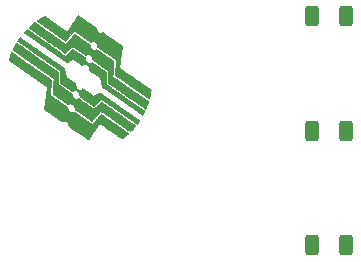
<source format=gbp>
%TF.GenerationSoftware,KiCad,Pcbnew,(6.0.5)*%
%TF.CreationDate,2022-11-03T10:23:46+01:00*%
%TF.ProjectId,Photo_table,50686f74-6f5f-4746-9162-6c652e6b6963,rev?*%
%TF.SameCoordinates,Original*%
%TF.FileFunction,Paste,Bot*%
%TF.FilePolarity,Positive*%
%FSLAX46Y46*%
G04 Gerber Fmt 4.6, Leading zero omitted, Abs format (unit mm)*
G04 Created by KiCad (PCBNEW (6.0.5)) date 2022-11-03 10:23:46*
%MOMM*%
%LPD*%
G01*
G04 APERTURE LIST*
G04 Aperture macros list*
%AMRoundRect*
0 Rectangle with rounded corners*
0 $1 Rounding radius*
0 $2 $3 $4 $5 $6 $7 $8 $9 X,Y pos of 4 corners*
0 Add a 4 corners polygon primitive as box body*
4,1,4,$2,$3,$4,$5,$6,$7,$8,$9,$2,$3,0*
0 Add four circle primitives for the rounded corners*
1,1,$1+$1,$2,$3*
1,1,$1+$1,$4,$5*
1,1,$1+$1,$6,$7*
1,1,$1+$1,$8,$9*
0 Add four rect primitives between the rounded corners*
20,1,$1+$1,$2,$3,$4,$5,0*
20,1,$1+$1,$4,$5,$6,$7,0*
20,1,$1+$1,$6,$7,$8,$9,0*
20,1,$1+$1,$8,$9,$2,$3,0*%
G04 Aperture macros list end*
%ADD10C,0.010000*%
%ADD11RoundRect,0.250000X0.312500X0.625000X-0.312500X0.625000X-0.312500X-0.625000X0.312500X-0.625000X0*%
G04 APERTURE END LIST*
G36*
X106700536Y-92328908D02*
G01*
X106700945Y-92329189D01*
X106732390Y-92350815D01*
X106763809Y-92372528D01*
X106791578Y-92391818D01*
X106812075Y-92406176D01*
X106852078Y-92434396D01*
X106904357Y-92471212D01*
X106963269Y-92512645D01*
X107027790Y-92557977D01*
X107096895Y-92606491D01*
X107169557Y-92657469D01*
X107244753Y-92710193D01*
X107321455Y-92763946D01*
X107398640Y-92818009D01*
X107475282Y-92871664D01*
X107550355Y-92924195D01*
X107622834Y-92974883D01*
X107691693Y-93023010D01*
X107755908Y-93067858D01*
X107814454Y-93108710D01*
X107866304Y-93144848D01*
X107910433Y-93175555D01*
X107945816Y-93200111D01*
X107971429Y-93217800D01*
X107987398Y-93228833D01*
X108014221Y-93247449D01*
X108049573Y-93272039D01*
X108092260Y-93301769D01*
X108141086Y-93335807D01*
X108194855Y-93373319D01*
X108252372Y-93413471D01*
X108312442Y-93455431D01*
X108373870Y-93498365D01*
X108431709Y-93538800D01*
X108491019Y-93580260D01*
X108547501Y-93619739D01*
X108600014Y-93656438D01*
X108647417Y-93689562D01*
X108688570Y-93718313D01*
X108722331Y-93741894D01*
X108747560Y-93759507D01*
X108763117Y-93770357D01*
X108763522Y-93770639D01*
X108779376Y-93781693D01*
X108804878Y-93799488D01*
X108838901Y-93823236D01*
X108880321Y-93852153D01*
X108928011Y-93885451D01*
X108980846Y-93922346D01*
X109037699Y-93962051D01*
X109097446Y-94003779D01*
X109158961Y-94046746D01*
X109218839Y-94088565D01*
X109280401Y-94131545D01*
X109339782Y-94172989D01*
X109395749Y-94212036D01*
X109447068Y-94247826D01*
X109492506Y-94279498D01*
X109530828Y-94306193D01*
X109560803Y-94327050D01*
X109581195Y-94341209D01*
X109587583Y-94345637D01*
X109622610Y-94369979D01*
X109658329Y-94394891D01*
X109690889Y-94417685D01*
X109716441Y-94435672D01*
X109731058Y-94445984D01*
X109760075Y-94466378D01*
X109794696Y-94490646D01*
X109831779Y-94516587D01*
X109868182Y-94541998D01*
X109883334Y-94552567D01*
X109914194Y-94574110D01*
X109950756Y-94599652D01*
X109991750Y-94628303D01*
X110035906Y-94659174D01*
X110081952Y-94691377D01*
X110128619Y-94724022D01*
X110174636Y-94756219D01*
X110218731Y-94787081D01*
X110259636Y-94815718D01*
X110296078Y-94841241D01*
X110326788Y-94862760D01*
X110350494Y-94879387D01*
X110365928Y-94890233D01*
X110371816Y-94894409D01*
X110372674Y-94896673D01*
X110374705Y-94904422D01*
X110377990Y-94918316D01*
X110382675Y-94939034D01*
X110388907Y-94967251D01*
X110396833Y-95003644D01*
X110406598Y-95048890D01*
X110418350Y-95103665D01*
X110432235Y-95168645D01*
X110448399Y-95244507D01*
X110466990Y-95331928D01*
X110488152Y-95431584D01*
X110494356Y-95460533D01*
X110505075Y-95509246D01*
X110515062Y-95553038D01*
X110523932Y-95590308D01*
X110531300Y-95619455D01*
X110536780Y-95638880D01*
X110539988Y-95646981D01*
X110541708Y-95648427D01*
X110553016Y-95656816D01*
X110572872Y-95670968D01*
X110599573Y-95689688D01*
X110631419Y-95711779D01*
X110666707Y-95736046D01*
X110680303Y-95745361D01*
X110724791Y-95775886D01*
X110775302Y-95810598D01*
X110828271Y-95847041D01*
X110880127Y-95882762D01*
X110927305Y-95915306D01*
X110940497Y-95924415D01*
X110990875Y-95959192D01*
X111045857Y-95997139D01*
X111101578Y-96035590D01*
X111154173Y-96071877D01*
X111199777Y-96103332D01*
X111330645Y-96193584D01*
X111332434Y-96285948D01*
X111333107Y-96312763D01*
X111334890Y-96348724D01*
X111337859Y-96377033D01*
X111342428Y-96401139D01*
X111349009Y-96424493D01*
X111354551Y-96440879D01*
X111385537Y-96511294D01*
X111425509Y-96575205D01*
X111473214Y-96631092D01*
X111527397Y-96677436D01*
X111586805Y-96712717D01*
X111620371Y-96725958D01*
X111674538Y-96737283D01*
X111728897Y-96737548D01*
X111781424Y-96727225D01*
X111830094Y-96706791D01*
X111872883Y-96676719D01*
X111907766Y-96637485D01*
X111913176Y-96630083D01*
X111924126Y-96617496D01*
X111931296Y-96612519D01*
X111931470Y-96612533D01*
X111939576Y-96616524D01*
X111956003Y-96626602D01*
X111978451Y-96641302D01*
X112004620Y-96659163D01*
X112023948Y-96672580D01*
X112055247Y-96694265D01*
X112093164Y-96720506D01*
X112135382Y-96749698D01*
X112179585Y-96780241D01*
X112223454Y-96810530D01*
X112250729Y-96829359D01*
X112304969Y-96866824D01*
X112364136Y-96907716D01*
X112424465Y-96949430D01*
X112482186Y-96989361D01*
X112533532Y-97024903D01*
X112575732Y-97054125D01*
X112621687Y-97085944D01*
X112666199Y-97116760D01*
X112706915Y-97144944D01*
X112741485Y-97168871D01*
X112767559Y-97186913D01*
X112776535Y-97193092D01*
X112803440Y-97211240D01*
X112825989Y-97225900D01*
X112842039Y-97235701D01*
X112849446Y-97239272D01*
X112854928Y-97237025D01*
X112870901Y-97229387D01*
X112895817Y-97217066D01*
X112928206Y-97200818D01*
X112966596Y-97181398D01*
X113009516Y-97159562D01*
X113055496Y-97136067D01*
X113103065Y-97111669D01*
X113150752Y-97087122D01*
X113197086Y-97063185D01*
X113240595Y-97040611D01*
X113279810Y-97020158D01*
X113313259Y-97002580D01*
X113339472Y-96988635D01*
X113356977Y-96979078D01*
X113364304Y-96974665D01*
X113364767Y-96974274D01*
X113368027Y-96972974D01*
X113373195Y-96973718D01*
X113381384Y-96977199D01*
X113393704Y-96984110D01*
X113411264Y-96995144D01*
X113435176Y-97010995D01*
X113466551Y-97032355D01*
X113506498Y-97059917D01*
X113556130Y-97094375D01*
X113563774Y-97099690D01*
X113602670Y-97126727D01*
X113649810Y-97159485D01*
X113703089Y-97196501D01*
X113760401Y-97236312D01*
X113819640Y-97277456D01*
X113878702Y-97318471D01*
X113935480Y-97357893D01*
X113940702Y-97361517D01*
X114000049Y-97402720D01*
X114063234Y-97446588D01*
X114127811Y-97491425D01*
X114191334Y-97535531D01*
X114251357Y-97577208D01*
X114305433Y-97614757D01*
X114351117Y-97646480D01*
X114388085Y-97672149D01*
X114442231Y-97709734D01*
X114502425Y-97751509D01*
X114565996Y-97795620D01*
X114630273Y-97840213D01*
X114692585Y-97883435D01*
X114750260Y-97923433D01*
X114822497Y-97973529D01*
X114913899Y-98036933D01*
X115009213Y-98103069D01*
X115109593Y-98172736D01*
X115216191Y-98246737D01*
X115330161Y-98325871D01*
X115452657Y-98410940D01*
X115584831Y-98502742D01*
X115623001Y-98529254D01*
X115691909Y-98577108D01*
X115760461Y-98624707D01*
X115827610Y-98671324D01*
X115892307Y-98716231D01*
X115953504Y-98758701D01*
X116010153Y-98798007D01*
X116061205Y-98833422D01*
X116105614Y-98864218D01*
X116142330Y-98889667D01*
X116170306Y-98909044D01*
X116188493Y-98921620D01*
X116199278Y-98929068D01*
X116222298Y-98944980D01*
X116252704Y-98966005D01*
X116288475Y-98990746D01*
X116327587Y-99017804D01*
X116368020Y-99045781D01*
X116384221Y-99056992D01*
X116432178Y-99090175D01*
X116482827Y-99125218D01*
X116532782Y-99159778D01*
X116578659Y-99191512D01*
X116617072Y-99218080D01*
X116623815Y-99222754D01*
X116656311Y-99245602D01*
X116684430Y-99265892D01*
X116706536Y-99282408D01*
X116720998Y-99293936D01*
X116726182Y-99299260D01*
X116726154Y-99299645D01*
X116722357Y-99308261D01*
X116711969Y-99325411D01*
X116694720Y-99351497D01*
X116670339Y-99386917D01*
X116638556Y-99432073D01*
X116599100Y-99487365D01*
X116526929Y-99588004D01*
X116463269Y-99543633D01*
X116458993Y-99540651D01*
X116434827Y-99523778D01*
X116402355Y-99501080D01*
X116363597Y-99473971D01*
X116320576Y-99443865D01*
X116275312Y-99412176D01*
X116229827Y-99380319D01*
X116197558Y-99357734D01*
X116144768Y-99320850D01*
X116085749Y-99279673D01*
X116023200Y-99236082D01*
X115959818Y-99191959D01*
X115898303Y-99149183D01*
X115841354Y-99109636D01*
X115807539Y-99086171D01*
X115744510Y-99042428D01*
X115676979Y-98995553D01*
X115608016Y-98947678D01*
X115540688Y-98900932D01*
X115478065Y-98857446D01*
X115423215Y-98819350D01*
X115408246Y-98808953D01*
X115349420Y-98768106D01*
X115285091Y-98723456D01*
X115218526Y-98677269D01*
X115152994Y-98631812D01*
X115091761Y-98589352D01*
X115038094Y-98552155D01*
X115023582Y-98542099D01*
X114949317Y-98490617D01*
X114867078Y-98433577D01*
X114779218Y-98372613D01*
X114688090Y-98309359D01*
X114596046Y-98245449D01*
X114505440Y-98182515D01*
X114418623Y-98122192D01*
X114337949Y-98066113D01*
X114265770Y-98015911D01*
X114250098Y-98005012D01*
X114205327Y-97973923D01*
X114159374Y-97942073D01*
X114115240Y-97911539D01*
X114075927Y-97884398D01*
X114044436Y-97862727D01*
X114026721Y-97850547D01*
X113989361Y-97824782D01*
X113944294Y-97793628D01*
X113893474Y-97758443D01*
X113838857Y-97720583D01*
X113782398Y-97681403D01*
X113726052Y-97642261D01*
X113671774Y-97604513D01*
X113621520Y-97569515D01*
X113577245Y-97538624D01*
X113509948Y-97491612D01*
X113480260Y-97518382D01*
X113464780Y-97532393D01*
X113435210Y-97559312D01*
X113400553Y-97590990D01*
X113363568Y-97624900D01*
X113327010Y-97658512D01*
X113293639Y-97689296D01*
X113266211Y-97714723D01*
X113257171Y-97723115D01*
X113232087Y-97746281D01*
X113201704Y-97774229D01*
X113169060Y-97804165D01*
X113137195Y-97833295D01*
X113122002Y-97847180D01*
X113089988Y-97876562D01*
X113059019Y-97905131D01*
X113032002Y-97930201D01*
X113011844Y-97949086D01*
X113004375Y-97956142D01*
X112964951Y-97993219D01*
X112933855Y-98022097D01*
X112910123Y-98043637D01*
X112892792Y-98058703D01*
X112880898Y-98068155D01*
X112873478Y-98072856D01*
X112872218Y-98073441D01*
X112868927Y-98074505D01*
X112864821Y-98074397D01*
X112858900Y-98072482D01*
X112850160Y-98068123D01*
X112837601Y-98060684D01*
X112820219Y-98049531D01*
X112797012Y-98034026D01*
X112766978Y-98013535D01*
X112729116Y-97987422D01*
X112682423Y-97955050D01*
X112625896Y-97915785D01*
X112615842Y-97908800D01*
X112569544Y-97876661D01*
X112517175Y-97840338D01*
X112462570Y-97802490D01*
X112409566Y-97765777D01*
X112362000Y-97732858D01*
X112350201Y-97724696D01*
X112301235Y-97690815D01*
X112248122Y-97654053D01*
X112194612Y-97617005D01*
X112144455Y-97582268D01*
X112101403Y-97552438D01*
X112060861Y-97524377D01*
X112010195Y-97489380D01*
X111957655Y-97453149D01*
X111907476Y-97418607D01*
X111863896Y-97388673D01*
X111856767Y-97383782D01*
X111820426Y-97358786D01*
X111786280Y-97335201D01*
X111756502Y-97314534D01*
X111733268Y-97298296D01*
X111718753Y-97287994D01*
X111689065Y-97266490D01*
X111688214Y-97201751D01*
X111687981Y-97190504D01*
X111683742Y-97135366D01*
X111673626Y-97084154D01*
X111656510Y-97032420D01*
X111631275Y-96975715D01*
X111624478Y-96962010D01*
X111607576Y-96930694D01*
X111590815Y-96905325D01*
X111570855Y-96881211D01*
X111544355Y-96853663D01*
X111509675Y-96821862D01*
X111457331Y-96784739D01*
X111403771Y-96760039D01*
X111347913Y-96747307D01*
X111288675Y-96746088D01*
X111271446Y-96748000D01*
X111219168Y-96762219D01*
X111170651Y-96788031D01*
X111128367Y-96824231D01*
X111096847Y-96857929D01*
X111069683Y-96838788D01*
X111067817Y-96837476D01*
X111050631Y-96825507D01*
X111026038Y-96808498D01*
X110997042Y-96788526D01*
X110966649Y-96767663D01*
X110963218Y-96765310D01*
X110938825Y-96748542D01*
X110905601Y-96725651D01*
X110865245Y-96697810D01*
X110819455Y-96666191D01*
X110769929Y-96631967D01*
X110718367Y-96596312D01*
X110666467Y-96560398D01*
X110596912Y-96512260D01*
X110531713Y-96467172D01*
X110474621Y-96427737D01*
X110424224Y-96392985D01*
X110379111Y-96361948D01*
X110337873Y-96333655D01*
X110299098Y-96307138D01*
X110261376Y-96281427D01*
X110223295Y-96255553D01*
X110183444Y-96228548D01*
X110153040Y-96207602D01*
X110124538Y-96187216D01*
X110101650Y-96170034D01*
X110086176Y-96157411D01*
X110079916Y-96150701D01*
X110078802Y-96144730D01*
X110077575Y-96132474D01*
X110076231Y-96113071D01*
X110074721Y-96085514D01*
X110072994Y-96048796D01*
X110071000Y-96001911D01*
X110068687Y-95943851D01*
X110066005Y-95873610D01*
X110065819Y-95868694D01*
X110064212Y-95828070D01*
X110062483Y-95787036D01*
X110060828Y-95750126D01*
X110059443Y-95721870D01*
X110058832Y-95709588D01*
X110057426Y-95677829D01*
X110055848Y-95638696D01*
X110054252Y-95596021D01*
X110052788Y-95553636D01*
X110051913Y-95528299D01*
X110050414Y-95489295D01*
X110048892Y-95454282D01*
X110047483Y-95426326D01*
X110046324Y-95408493D01*
X110046251Y-95407591D01*
X110045160Y-95389784D01*
X110043822Y-95361666D01*
X110042347Y-95325902D01*
X110040845Y-95285158D01*
X110039427Y-95242098D01*
X110039187Y-95234409D01*
X110037859Y-95193864D01*
X110036574Y-95157845D01*
X110035416Y-95128518D01*
X110034471Y-95108050D01*
X110033823Y-95098605D01*
X110032809Y-95095918D01*
X110028654Y-95090688D01*
X110020429Y-95083097D01*
X110007159Y-95072418D01*
X109987870Y-95057923D01*
X109961588Y-95038887D01*
X109927340Y-95014580D01*
X109884150Y-94984278D01*
X109831044Y-94947251D01*
X109799743Y-94925434D01*
X109761558Y-94898751D01*
X109724470Y-94872773D01*
X109693351Y-94850909D01*
X109691779Y-94849802D01*
X109660154Y-94827565D01*
X109621044Y-94800116D01*
X109575526Y-94768208D01*
X109524676Y-94732591D01*
X109469570Y-94694017D01*
X109411283Y-94653238D01*
X109350892Y-94611007D01*
X109289474Y-94568074D01*
X109228103Y-94525191D01*
X109167857Y-94483111D01*
X109109810Y-94442584D01*
X109055040Y-94404363D01*
X109004622Y-94369200D01*
X108959633Y-94337846D01*
X108921148Y-94311053D01*
X108890244Y-94289573D01*
X108867996Y-94274157D01*
X108855480Y-94265557D01*
X108850532Y-94262174D01*
X108832645Y-94249811D01*
X108805305Y-94230811D01*
X108769423Y-94205814D01*
X108725913Y-94175455D01*
X108675686Y-94140373D01*
X108619655Y-94101205D01*
X108558731Y-94058588D01*
X108493826Y-94013159D01*
X108425854Y-93965555D01*
X108355725Y-93916414D01*
X108329373Y-93897944D01*
X108258346Y-93848173D01*
X108188948Y-93799558D01*
X108122199Y-93752814D01*
X108059117Y-93708653D01*
X108000723Y-93667789D01*
X107948036Y-93630934D01*
X107902074Y-93598802D01*
X107863858Y-93572106D01*
X107834406Y-93551560D01*
X107814738Y-93537876D01*
X107801599Y-93528744D01*
X107774147Y-93509614D01*
X107737786Y-93484239D01*
X107693639Y-93453404D01*
X107642830Y-93417894D01*
X107586484Y-93378495D01*
X107525722Y-93335992D01*
X107461669Y-93291171D01*
X107395447Y-93244817D01*
X107328182Y-93197716D01*
X107249159Y-93142392D01*
X107160977Y-93080703D01*
X107073478Y-93019538D01*
X106987675Y-92959603D01*
X106904580Y-92901604D01*
X106825204Y-92846245D01*
X106750559Y-92794233D01*
X106681657Y-92746272D01*
X106619510Y-92703067D01*
X106565129Y-92665325D01*
X106519527Y-92633749D01*
X106483714Y-92609047D01*
X106482514Y-92608221D01*
X106461920Y-92593860D01*
X106445198Y-92581877D01*
X106435867Y-92574792D01*
X106435717Y-92574661D01*
X106433796Y-92571232D01*
X106434321Y-92565497D01*
X106437945Y-92556404D01*
X106445321Y-92542898D01*
X106457103Y-92523926D01*
X106473942Y-92498433D01*
X106496493Y-92465365D01*
X106525409Y-92423669D01*
X106561341Y-92372290D01*
X106627072Y-92278529D01*
X106700536Y-92328908D01*
G37*
D10*
X106700536Y-92328908D02*
X106700945Y-92329189D01*
X106732390Y-92350815D01*
X106763809Y-92372528D01*
X106791578Y-92391818D01*
X106812075Y-92406176D01*
X106852078Y-92434396D01*
X106904357Y-92471212D01*
X106963269Y-92512645D01*
X107027790Y-92557977D01*
X107096895Y-92606491D01*
X107169557Y-92657469D01*
X107244753Y-92710193D01*
X107321455Y-92763946D01*
X107398640Y-92818009D01*
X107475282Y-92871664D01*
X107550355Y-92924195D01*
X107622834Y-92974883D01*
X107691693Y-93023010D01*
X107755908Y-93067858D01*
X107814454Y-93108710D01*
X107866304Y-93144848D01*
X107910433Y-93175555D01*
X107945816Y-93200111D01*
X107971429Y-93217800D01*
X107987398Y-93228833D01*
X108014221Y-93247449D01*
X108049573Y-93272039D01*
X108092260Y-93301769D01*
X108141086Y-93335807D01*
X108194855Y-93373319D01*
X108252372Y-93413471D01*
X108312442Y-93455431D01*
X108373870Y-93498365D01*
X108431709Y-93538800D01*
X108491019Y-93580260D01*
X108547501Y-93619739D01*
X108600014Y-93656438D01*
X108647417Y-93689562D01*
X108688570Y-93718313D01*
X108722331Y-93741894D01*
X108747560Y-93759507D01*
X108763117Y-93770357D01*
X108763522Y-93770639D01*
X108779376Y-93781693D01*
X108804878Y-93799488D01*
X108838901Y-93823236D01*
X108880321Y-93852153D01*
X108928011Y-93885451D01*
X108980846Y-93922346D01*
X109037699Y-93962051D01*
X109097446Y-94003779D01*
X109158961Y-94046746D01*
X109218839Y-94088565D01*
X109280401Y-94131545D01*
X109339782Y-94172989D01*
X109395749Y-94212036D01*
X109447068Y-94247826D01*
X109492506Y-94279498D01*
X109530828Y-94306193D01*
X109560803Y-94327050D01*
X109581195Y-94341209D01*
X109587583Y-94345637D01*
X109622610Y-94369979D01*
X109658329Y-94394891D01*
X109690889Y-94417685D01*
X109716441Y-94435672D01*
X109731058Y-94445984D01*
X109760075Y-94466378D01*
X109794696Y-94490646D01*
X109831779Y-94516587D01*
X109868182Y-94541998D01*
X109883334Y-94552567D01*
X109914194Y-94574110D01*
X109950756Y-94599652D01*
X109991750Y-94628303D01*
X110035906Y-94659174D01*
X110081952Y-94691377D01*
X110128619Y-94724022D01*
X110174636Y-94756219D01*
X110218731Y-94787081D01*
X110259636Y-94815718D01*
X110296078Y-94841241D01*
X110326788Y-94862760D01*
X110350494Y-94879387D01*
X110365928Y-94890233D01*
X110371816Y-94894409D01*
X110372674Y-94896673D01*
X110374705Y-94904422D01*
X110377990Y-94918316D01*
X110382675Y-94939034D01*
X110388907Y-94967251D01*
X110396833Y-95003644D01*
X110406598Y-95048890D01*
X110418350Y-95103665D01*
X110432235Y-95168645D01*
X110448399Y-95244507D01*
X110466990Y-95331928D01*
X110488152Y-95431584D01*
X110494356Y-95460533D01*
X110505075Y-95509246D01*
X110515062Y-95553038D01*
X110523932Y-95590308D01*
X110531300Y-95619455D01*
X110536780Y-95638880D01*
X110539988Y-95646981D01*
X110541708Y-95648427D01*
X110553016Y-95656816D01*
X110572872Y-95670968D01*
X110599573Y-95689688D01*
X110631419Y-95711779D01*
X110666707Y-95736046D01*
X110680303Y-95745361D01*
X110724791Y-95775886D01*
X110775302Y-95810598D01*
X110828271Y-95847041D01*
X110880127Y-95882762D01*
X110927305Y-95915306D01*
X110940497Y-95924415D01*
X110990875Y-95959192D01*
X111045857Y-95997139D01*
X111101578Y-96035590D01*
X111154173Y-96071877D01*
X111199777Y-96103332D01*
X111330645Y-96193584D01*
X111332434Y-96285948D01*
X111333107Y-96312763D01*
X111334890Y-96348724D01*
X111337859Y-96377033D01*
X111342428Y-96401139D01*
X111349009Y-96424493D01*
X111354551Y-96440879D01*
X111385537Y-96511294D01*
X111425509Y-96575205D01*
X111473214Y-96631092D01*
X111527397Y-96677436D01*
X111586805Y-96712717D01*
X111620371Y-96725958D01*
X111674538Y-96737283D01*
X111728897Y-96737548D01*
X111781424Y-96727225D01*
X111830094Y-96706791D01*
X111872883Y-96676719D01*
X111907766Y-96637485D01*
X111913176Y-96630083D01*
X111924126Y-96617496D01*
X111931296Y-96612519D01*
X111931470Y-96612533D01*
X111939576Y-96616524D01*
X111956003Y-96626602D01*
X111978451Y-96641302D01*
X112004620Y-96659163D01*
X112023948Y-96672580D01*
X112055247Y-96694265D01*
X112093164Y-96720506D01*
X112135382Y-96749698D01*
X112179585Y-96780241D01*
X112223454Y-96810530D01*
X112250729Y-96829359D01*
X112304969Y-96866824D01*
X112364136Y-96907716D01*
X112424465Y-96949430D01*
X112482186Y-96989361D01*
X112533532Y-97024903D01*
X112575732Y-97054125D01*
X112621687Y-97085944D01*
X112666199Y-97116760D01*
X112706915Y-97144944D01*
X112741485Y-97168871D01*
X112767559Y-97186913D01*
X112776535Y-97193092D01*
X112803440Y-97211240D01*
X112825989Y-97225900D01*
X112842039Y-97235701D01*
X112849446Y-97239272D01*
X112854928Y-97237025D01*
X112870901Y-97229387D01*
X112895817Y-97217066D01*
X112928206Y-97200818D01*
X112966596Y-97181398D01*
X113009516Y-97159562D01*
X113055496Y-97136067D01*
X113103065Y-97111669D01*
X113150752Y-97087122D01*
X113197086Y-97063185D01*
X113240595Y-97040611D01*
X113279810Y-97020158D01*
X113313259Y-97002580D01*
X113339472Y-96988635D01*
X113356977Y-96979078D01*
X113364304Y-96974665D01*
X113364767Y-96974274D01*
X113368027Y-96972974D01*
X113373195Y-96973718D01*
X113381384Y-96977199D01*
X113393704Y-96984110D01*
X113411264Y-96995144D01*
X113435176Y-97010995D01*
X113466551Y-97032355D01*
X113506498Y-97059917D01*
X113556130Y-97094375D01*
X113563774Y-97099690D01*
X113602670Y-97126727D01*
X113649810Y-97159485D01*
X113703089Y-97196501D01*
X113760401Y-97236312D01*
X113819640Y-97277456D01*
X113878702Y-97318471D01*
X113935480Y-97357893D01*
X113940702Y-97361517D01*
X114000049Y-97402720D01*
X114063234Y-97446588D01*
X114127811Y-97491425D01*
X114191334Y-97535531D01*
X114251357Y-97577208D01*
X114305433Y-97614757D01*
X114351117Y-97646480D01*
X114388085Y-97672149D01*
X114442231Y-97709734D01*
X114502425Y-97751509D01*
X114565996Y-97795620D01*
X114630273Y-97840213D01*
X114692585Y-97883435D01*
X114750260Y-97923433D01*
X114822497Y-97973529D01*
X114913899Y-98036933D01*
X115009213Y-98103069D01*
X115109593Y-98172736D01*
X115216191Y-98246737D01*
X115330161Y-98325871D01*
X115452657Y-98410940D01*
X115584831Y-98502742D01*
X115623001Y-98529254D01*
X115691909Y-98577108D01*
X115760461Y-98624707D01*
X115827610Y-98671324D01*
X115892307Y-98716231D01*
X115953504Y-98758701D01*
X116010153Y-98798007D01*
X116061205Y-98833422D01*
X116105614Y-98864218D01*
X116142330Y-98889667D01*
X116170306Y-98909044D01*
X116188493Y-98921620D01*
X116199278Y-98929068D01*
X116222298Y-98944980D01*
X116252704Y-98966005D01*
X116288475Y-98990746D01*
X116327587Y-99017804D01*
X116368020Y-99045781D01*
X116384221Y-99056992D01*
X116432178Y-99090175D01*
X116482827Y-99125218D01*
X116532782Y-99159778D01*
X116578659Y-99191512D01*
X116617072Y-99218080D01*
X116623815Y-99222754D01*
X116656311Y-99245602D01*
X116684430Y-99265892D01*
X116706536Y-99282408D01*
X116720998Y-99293936D01*
X116726182Y-99299260D01*
X116726154Y-99299645D01*
X116722357Y-99308261D01*
X116711969Y-99325411D01*
X116694720Y-99351497D01*
X116670339Y-99386917D01*
X116638556Y-99432073D01*
X116599100Y-99487365D01*
X116526929Y-99588004D01*
X116463269Y-99543633D01*
X116458993Y-99540651D01*
X116434827Y-99523778D01*
X116402355Y-99501080D01*
X116363597Y-99473971D01*
X116320576Y-99443865D01*
X116275312Y-99412176D01*
X116229827Y-99380319D01*
X116197558Y-99357734D01*
X116144768Y-99320850D01*
X116085749Y-99279673D01*
X116023200Y-99236082D01*
X115959818Y-99191959D01*
X115898303Y-99149183D01*
X115841354Y-99109636D01*
X115807539Y-99086171D01*
X115744510Y-99042428D01*
X115676979Y-98995553D01*
X115608016Y-98947678D01*
X115540688Y-98900932D01*
X115478065Y-98857446D01*
X115423215Y-98819350D01*
X115408246Y-98808953D01*
X115349420Y-98768106D01*
X115285091Y-98723456D01*
X115218526Y-98677269D01*
X115152994Y-98631812D01*
X115091761Y-98589352D01*
X115038094Y-98552155D01*
X115023582Y-98542099D01*
X114949317Y-98490617D01*
X114867078Y-98433577D01*
X114779218Y-98372613D01*
X114688090Y-98309359D01*
X114596046Y-98245449D01*
X114505440Y-98182515D01*
X114418623Y-98122192D01*
X114337949Y-98066113D01*
X114265770Y-98015911D01*
X114250098Y-98005012D01*
X114205327Y-97973923D01*
X114159374Y-97942073D01*
X114115240Y-97911539D01*
X114075927Y-97884398D01*
X114044436Y-97862727D01*
X114026721Y-97850547D01*
X113989361Y-97824782D01*
X113944294Y-97793628D01*
X113893474Y-97758443D01*
X113838857Y-97720583D01*
X113782398Y-97681403D01*
X113726052Y-97642261D01*
X113671774Y-97604513D01*
X113621520Y-97569515D01*
X113577245Y-97538624D01*
X113509948Y-97491612D01*
X113480260Y-97518382D01*
X113464780Y-97532393D01*
X113435210Y-97559312D01*
X113400553Y-97590990D01*
X113363568Y-97624900D01*
X113327010Y-97658512D01*
X113293639Y-97689296D01*
X113266211Y-97714723D01*
X113257171Y-97723115D01*
X113232087Y-97746281D01*
X113201704Y-97774229D01*
X113169060Y-97804165D01*
X113137195Y-97833295D01*
X113122002Y-97847180D01*
X113089988Y-97876562D01*
X113059019Y-97905131D01*
X113032002Y-97930201D01*
X113011844Y-97949086D01*
X113004375Y-97956142D01*
X112964951Y-97993219D01*
X112933855Y-98022097D01*
X112910123Y-98043637D01*
X112892792Y-98058703D01*
X112880898Y-98068155D01*
X112873478Y-98072856D01*
X112872218Y-98073441D01*
X112868927Y-98074505D01*
X112864821Y-98074397D01*
X112858900Y-98072482D01*
X112850160Y-98068123D01*
X112837601Y-98060684D01*
X112820219Y-98049531D01*
X112797012Y-98034026D01*
X112766978Y-98013535D01*
X112729116Y-97987422D01*
X112682423Y-97955050D01*
X112625896Y-97915785D01*
X112615842Y-97908800D01*
X112569544Y-97876661D01*
X112517175Y-97840338D01*
X112462570Y-97802490D01*
X112409566Y-97765777D01*
X112362000Y-97732858D01*
X112350201Y-97724696D01*
X112301235Y-97690815D01*
X112248122Y-97654053D01*
X112194612Y-97617005D01*
X112144455Y-97582268D01*
X112101403Y-97552438D01*
X112060861Y-97524377D01*
X112010195Y-97489380D01*
X111957655Y-97453149D01*
X111907476Y-97418607D01*
X111863896Y-97388673D01*
X111856767Y-97383782D01*
X111820426Y-97358786D01*
X111786280Y-97335201D01*
X111756502Y-97314534D01*
X111733268Y-97298296D01*
X111718753Y-97287994D01*
X111689065Y-97266490D01*
X111688214Y-97201751D01*
X111687981Y-97190504D01*
X111683742Y-97135366D01*
X111673626Y-97084154D01*
X111656510Y-97032420D01*
X111631275Y-96975715D01*
X111624478Y-96962010D01*
X111607576Y-96930694D01*
X111590815Y-96905325D01*
X111570855Y-96881211D01*
X111544355Y-96853663D01*
X111509675Y-96821862D01*
X111457331Y-96784739D01*
X111403771Y-96760039D01*
X111347913Y-96747307D01*
X111288675Y-96746088D01*
X111271446Y-96748000D01*
X111219168Y-96762219D01*
X111170651Y-96788031D01*
X111128367Y-96824231D01*
X111096847Y-96857929D01*
X111069683Y-96838788D01*
X111067817Y-96837476D01*
X111050631Y-96825507D01*
X111026038Y-96808498D01*
X110997042Y-96788526D01*
X110966649Y-96767663D01*
X110963218Y-96765310D01*
X110938825Y-96748542D01*
X110905601Y-96725651D01*
X110865245Y-96697810D01*
X110819455Y-96666191D01*
X110769929Y-96631967D01*
X110718367Y-96596312D01*
X110666467Y-96560398D01*
X110596912Y-96512260D01*
X110531713Y-96467172D01*
X110474621Y-96427737D01*
X110424224Y-96392985D01*
X110379111Y-96361948D01*
X110337873Y-96333655D01*
X110299098Y-96307138D01*
X110261376Y-96281427D01*
X110223295Y-96255553D01*
X110183444Y-96228548D01*
X110153040Y-96207602D01*
X110124538Y-96187216D01*
X110101650Y-96170034D01*
X110086176Y-96157411D01*
X110079916Y-96150701D01*
X110078802Y-96144730D01*
X110077575Y-96132474D01*
X110076231Y-96113071D01*
X110074721Y-96085514D01*
X110072994Y-96048796D01*
X110071000Y-96001911D01*
X110068687Y-95943851D01*
X110066005Y-95873610D01*
X110065819Y-95868694D01*
X110064212Y-95828070D01*
X110062483Y-95787036D01*
X110060828Y-95750126D01*
X110059443Y-95721870D01*
X110058832Y-95709588D01*
X110057426Y-95677829D01*
X110055848Y-95638696D01*
X110054252Y-95596021D01*
X110052788Y-95553636D01*
X110051913Y-95528299D01*
X110050414Y-95489295D01*
X110048892Y-95454282D01*
X110047483Y-95426326D01*
X110046324Y-95408493D01*
X110046251Y-95407591D01*
X110045160Y-95389784D01*
X110043822Y-95361666D01*
X110042347Y-95325902D01*
X110040845Y-95285158D01*
X110039427Y-95242098D01*
X110039187Y-95234409D01*
X110037859Y-95193864D01*
X110036574Y-95157845D01*
X110035416Y-95128518D01*
X110034471Y-95108050D01*
X110033823Y-95098605D01*
X110032809Y-95095918D01*
X110028654Y-95090688D01*
X110020429Y-95083097D01*
X110007159Y-95072418D01*
X109987870Y-95057923D01*
X109961588Y-95038887D01*
X109927340Y-95014580D01*
X109884150Y-94984278D01*
X109831044Y-94947251D01*
X109799743Y-94925434D01*
X109761558Y-94898751D01*
X109724470Y-94872773D01*
X109693351Y-94850909D01*
X109691779Y-94849802D01*
X109660154Y-94827565D01*
X109621044Y-94800116D01*
X109575526Y-94768208D01*
X109524676Y-94732591D01*
X109469570Y-94694017D01*
X109411283Y-94653238D01*
X109350892Y-94611007D01*
X109289474Y-94568074D01*
X109228103Y-94525191D01*
X109167857Y-94483111D01*
X109109810Y-94442584D01*
X109055040Y-94404363D01*
X109004622Y-94369200D01*
X108959633Y-94337846D01*
X108921148Y-94311053D01*
X108890244Y-94289573D01*
X108867996Y-94274157D01*
X108855480Y-94265557D01*
X108850532Y-94262174D01*
X108832645Y-94249811D01*
X108805305Y-94230811D01*
X108769423Y-94205814D01*
X108725913Y-94175455D01*
X108675686Y-94140373D01*
X108619655Y-94101205D01*
X108558731Y-94058588D01*
X108493826Y-94013159D01*
X108425854Y-93965555D01*
X108355725Y-93916414D01*
X108329373Y-93897944D01*
X108258346Y-93848173D01*
X108188948Y-93799558D01*
X108122199Y-93752814D01*
X108059117Y-93708653D01*
X108000723Y-93667789D01*
X107948036Y-93630934D01*
X107902074Y-93598802D01*
X107863858Y-93572106D01*
X107834406Y-93551560D01*
X107814738Y-93537876D01*
X107801599Y-93528744D01*
X107774147Y-93509614D01*
X107737786Y-93484239D01*
X107693639Y-93453404D01*
X107642830Y-93417894D01*
X107586484Y-93378495D01*
X107525722Y-93335992D01*
X107461669Y-93291171D01*
X107395447Y-93244817D01*
X107328182Y-93197716D01*
X107249159Y-93142392D01*
X107160977Y-93080703D01*
X107073478Y-93019538D01*
X106987675Y-92959603D01*
X106904580Y-92901604D01*
X106825204Y-92846245D01*
X106750559Y-92794233D01*
X106681657Y-92746272D01*
X106619510Y-92703067D01*
X106565129Y-92665325D01*
X106519527Y-92633749D01*
X106483714Y-92609047D01*
X106482514Y-92608221D01*
X106461920Y-92593860D01*
X106445198Y-92581877D01*
X106435867Y-92574792D01*
X106435717Y-92574661D01*
X106433796Y-92571232D01*
X106434321Y-92565497D01*
X106437945Y-92556404D01*
X106445321Y-92542898D01*
X106457103Y-92523926D01*
X106473942Y-92498433D01*
X106496493Y-92465365D01*
X106525409Y-92423669D01*
X106561341Y-92372290D01*
X106627072Y-92278529D01*
X106700536Y-92328908D01*
G36*
X106333271Y-92748766D02*
G01*
X106347521Y-92756335D01*
X106368308Y-92769436D01*
X106396980Y-92788852D01*
X106434887Y-92815366D01*
X106461224Y-92833935D01*
X106507827Y-92866737D01*
X106563901Y-92906156D01*
X106628653Y-92951637D01*
X106701288Y-93002623D01*
X106781014Y-93058560D01*
X106867035Y-93118891D01*
X106958559Y-93183060D01*
X107054791Y-93250511D01*
X107154939Y-93320690D01*
X107258207Y-93393040D01*
X107363802Y-93467005D01*
X107470931Y-93542029D01*
X107578800Y-93617558D01*
X107686615Y-93693034D01*
X107793582Y-93767903D01*
X107898907Y-93841608D01*
X108001797Y-93913594D01*
X108101458Y-93983305D01*
X108197096Y-94050185D01*
X108287918Y-94113678D01*
X108373129Y-94173229D01*
X108451936Y-94228282D01*
X108523545Y-94278281D01*
X108587162Y-94322670D01*
X108641994Y-94360894D01*
X108687247Y-94392396D01*
X108701972Y-94402643D01*
X108741524Y-94430207D01*
X108789828Y-94463912D01*
X108845475Y-94502773D01*
X108907056Y-94545805D01*
X108973160Y-94592022D01*
X109042378Y-94640440D01*
X109113301Y-94690071D01*
X109184519Y-94739933D01*
X109254623Y-94789038D01*
X109289610Y-94813551D01*
X109365891Y-94866995D01*
X109432496Y-94913655D01*
X109490223Y-94954089D01*
X109539870Y-94988852D01*
X109582234Y-95018501D01*
X109618111Y-95043592D01*
X109648299Y-95064681D01*
X109673596Y-95082325D01*
X109694799Y-95097079D01*
X109712704Y-95109500D01*
X109728109Y-95120145D01*
X109741811Y-95129569D01*
X109754608Y-95138329D01*
X109767296Y-95146981D01*
X109780673Y-95156081D01*
X109792467Y-95164309D01*
X109813226Y-95179951D01*
X109828177Y-95192800D01*
X109834680Y-95200675D01*
X109834943Y-95201823D01*
X109836384Y-95214326D01*
X109838064Y-95236643D01*
X109839794Y-95266003D01*
X109841388Y-95299636D01*
X109841795Y-95309334D01*
X109843349Y-95346504D01*
X109845259Y-95392297D01*
X109847381Y-95443275D01*
X109849571Y-95496002D01*
X109851688Y-95547038D01*
X109851800Y-95549739D01*
X109854190Y-95607279D01*
X109856879Y-95671837D01*
X109859657Y-95738363D01*
X109862313Y-95801806D01*
X109864636Y-95857116D01*
X109864722Y-95859156D01*
X109866953Y-95913192D01*
X109869319Y-95972165D01*
X109871645Y-96031544D01*
X109873751Y-96086799D01*
X109875461Y-96133402D01*
X109875490Y-96134200D01*
X109877263Y-96178983D01*
X109879066Y-96212352D01*
X109881096Y-96236059D01*
X109883552Y-96251856D01*
X109886632Y-96261496D01*
X109890534Y-96266731D01*
X109895572Y-96270518D01*
X109910805Y-96281460D01*
X109934283Y-96298085D01*
X109964495Y-96319340D01*
X109999930Y-96344170D01*
X110039077Y-96371521D01*
X110080426Y-96400340D01*
X110122466Y-96429574D01*
X110163687Y-96458167D01*
X110202577Y-96485067D01*
X110237627Y-96509219D01*
X110267325Y-96529570D01*
X110269139Y-96530809D01*
X110297277Y-96550107D01*
X110332980Y-96574713D01*
X110373236Y-96602543D01*
X110415031Y-96631514D01*
X110455351Y-96659543D01*
X110468995Y-96669038D01*
X110513429Y-96699906D01*
X110563905Y-96734908D01*
X110616860Y-96771576D01*
X110668729Y-96807440D01*
X110715948Y-96840033D01*
X110738028Y-96855259D01*
X110784133Y-96887070D01*
X110831013Y-96919436D01*
X110875759Y-96950346D01*
X110915460Y-96977791D01*
X110947206Y-96999760D01*
X111036620Y-97061691D01*
X111044559Y-97124547D01*
X111051205Y-97163403D01*
X111068107Y-97226329D01*
X111091338Y-97287740D01*
X111118938Y-97341907D01*
X111124073Y-97349925D01*
X111142058Y-97374279D01*
X111164534Y-97401312D01*
X111187829Y-97426512D01*
X111215625Y-97452191D01*
X111266414Y-97488269D01*
X111319717Y-97513952D01*
X111374068Y-97529037D01*
X111428002Y-97533324D01*
X111480052Y-97526610D01*
X111528753Y-97508696D01*
X111572639Y-97479378D01*
X111584403Y-97470161D01*
X111599289Y-97461093D01*
X111608401Y-97458884D01*
X111611138Y-97460278D01*
X111618233Y-97464606D01*
X111629957Y-97472232D01*
X111647084Y-97483684D01*
X111670392Y-97499492D01*
X111700655Y-97520186D01*
X111738649Y-97546294D01*
X111785151Y-97578345D01*
X111840936Y-97616869D01*
X111906779Y-97662395D01*
X111933572Y-97680925D01*
X111984988Y-97716472D01*
X112046461Y-97758959D01*
X112117495Y-97808044D01*
X112197595Y-97863385D01*
X112286268Y-97924640D01*
X112383018Y-97991468D01*
X112487351Y-98063526D01*
X112492053Y-98066775D01*
X112538218Y-98098683D01*
X112590703Y-98134992D01*
X112645454Y-98172897D01*
X112698420Y-98209591D01*
X112745547Y-98242269D01*
X112772971Y-98261210D01*
X112807547Y-98284824D01*
X112837490Y-98304968D01*
X112861258Y-98320618D01*
X112877307Y-98330747D01*
X112884093Y-98334329D01*
X112884101Y-98334329D01*
X112891504Y-98330064D01*
X112905397Y-98319031D01*
X112922779Y-98303611D01*
X112929677Y-98297209D01*
X112949930Y-98278402D01*
X112975970Y-98254212D01*
X113005178Y-98227074D01*
X113034935Y-98199419D01*
X113052243Y-98183351D01*
X113088906Y-98149398D01*
X113129372Y-98112007D01*
X113169830Y-98074698D01*
X113206467Y-98040991D01*
X113231040Y-98018418D01*
X113272216Y-97980582D01*
X113307866Y-97947806D01*
X113340746Y-97917552D01*
X113373615Y-97887283D01*
X113409229Y-97854460D01*
X113450347Y-97816545D01*
X113461897Y-97805964D01*
X113486287Y-97784103D01*
X113506629Y-97766529D01*
X113521067Y-97754824D01*
X113527743Y-97750571D01*
X113528605Y-97750670D01*
X113531491Y-97751732D01*
X113536473Y-97754395D01*
X113544345Y-97759200D01*
X113555899Y-97766688D01*
X113571930Y-97777401D01*
X113593229Y-97791877D01*
X113620591Y-97810659D01*
X113654808Y-97834287D01*
X113696674Y-97863303D01*
X113746982Y-97898245D01*
X113806524Y-97939657D01*
X113876095Y-97988077D01*
X113908213Y-98010431D01*
X113971527Y-98054472D01*
X114039735Y-98101891D01*
X114109693Y-98150504D01*
X114178257Y-98198127D01*
X114242283Y-98242574D01*
X114298628Y-98281662D01*
X114321624Y-98297609D01*
X114420407Y-98366134D01*
X114522273Y-98436832D01*
X114625230Y-98508320D01*
X114727288Y-98579215D01*
X114826458Y-98648134D01*
X114920748Y-98713694D01*
X115008168Y-98774512D01*
X115086727Y-98829206D01*
X115088148Y-98830196D01*
X115131903Y-98860648D01*
X115175091Y-98890661D01*
X115215659Y-98918813D01*
X115251558Y-98943684D01*
X115280736Y-98963849D01*
X115301143Y-98977888D01*
X115312935Y-98985990D01*
X115338264Y-99003468D01*
X115371495Y-99026456D01*
X115410884Y-99053746D01*
X115454684Y-99084128D01*
X115501153Y-99116393D01*
X115548545Y-99149333D01*
X115570158Y-99164362D01*
X115664762Y-99230144D01*
X115749324Y-99288931D01*
X115824489Y-99341171D01*
X115890906Y-99387312D01*
X115949220Y-99427804D01*
X116000079Y-99463095D01*
X116044130Y-99493633D01*
X116082020Y-99519866D01*
X116114394Y-99542244D01*
X116141902Y-99561215D01*
X116165189Y-99577228D01*
X116184902Y-99590730D01*
X116201688Y-99602171D01*
X116237010Y-99626191D01*
X116289630Y-99662053D01*
X116331842Y-99690938D01*
X116363509Y-99712751D01*
X116384495Y-99727397D01*
X116394662Y-99734784D01*
X116398534Y-99738115D01*
X116402909Y-99743598D01*
X116400484Y-99748223D01*
X116390226Y-99762040D01*
X116372904Y-99783502D01*
X116349567Y-99811408D01*
X116321267Y-99844562D01*
X116289053Y-99881764D01*
X116253977Y-99921818D01*
X116217088Y-99963524D01*
X116179438Y-100005686D01*
X116142078Y-100047104D01*
X116106056Y-100086581D01*
X116072425Y-100122918D01*
X116042235Y-100154918D01*
X115970136Y-100230381D01*
X115861600Y-100154352D01*
X115779591Y-100096944D01*
X115664542Y-100016526D01*
X115546495Y-99934133D01*
X115428891Y-99852168D01*
X115315172Y-99773028D01*
X115208779Y-99699115D01*
X115095568Y-99620539D01*
X114969127Y-99532766D01*
X114834436Y-99439256D01*
X114692808Y-99340919D01*
X114545559Y-99238668D01*
X114394000Y-99133415D01*
X114364731Y-99113088D01*
X114302070Y-99069580D01*
X114233508Y-99021981D01*
X114162290Y-98972544D01*
X114091663Y-98923524D01*
X114024874Y-98877173D01*
X113965169Y-98835746D01*
X113921757Y-98805620D01*
X113863588Y-98765233D01*
X113804054Y-98723881D01*
X113745598Y-98683258D01*
X113690661Y-98645063D01*
X113641685Y-98610992D01*
X113601110Y-98582742D01*
X113454766Y-98480785D01*
X113399890Y-98544241D01*
X113377561Y-98570152D01*
X113355642Y-98595758D01*
X113337359Y-98617288D01*
X113325221Y-98631799D01*
X113322518Y-98635051D01*
X113310633Y-98649112D01*
X113292444Y-98670464D01*
X113269302Y-98697532D01*
X113242561Y-98728742D01*
X113213574Y-98762520D01*
X113183694Y-98797292D01*
X113154275Y-98831484D01*
X113126669Y-98863521D01*
X113102230Y-98891830D01*
X113082311Y-98914837D01*
X113068265Y-98930967D01*
X113061445Y-98938646D01*
X113060847Y-98939307D01*
X113053300Y-98947958D01*
X113038366Y-98965238D01*
X113017013Y-98990023D01*
X112990208Y-99021187D01*
X112958921Y-99057604D01*
X112924119Y-99098149D01*
X112886771Y-99141696D01*
X112876946Y-99153137D01*
X112840262Y-99195522D01*
X112806339Y-99234202D01*
X112776139Y-99268118D01*
X112750623Y-99296206D01*
X112730750Y-99317408D01*
X112717482Y-99330661D01*
X112711780Y-99334906D01*
X112709797Y-99333989D01*
X112705811Y-99331699D01*
X112699231Y-99327528D01*
X112689142Y-99320850D01*
X112674628Y-99311036D01*
X112654772Y-99297462D01*
X112628658Y-99279499D01*
X112595369Y-99256521D01*
X112553990Y-99227900D01*
X112503603Y-99193010D01*
X112443292Y-99151225D01*
X112435268Y-99145665D01*
X112389512Y-99113975D01*
X112336033Y-99076957D01*
X112276377Y-99035679D01*
X112212093Y-98991212D01*
X112144729Y-98944625D01*
X112075832Y-98896989D01*
X112006949Y-98849373D01*
X111939630Y-98802847D01*
X111875420Y-98758482D01*
X111815869Y-98717346D01*
X111762524Y-98680511D01*
X111716933Y-98649046D01*
X111680643Y-98624021D01*
X111675742Y-98620642D01*
X111649306Y-98602394D01*
X111615372Y-98578944D01*
X111576644Y-98552163D01*
X111535825Y-98523917D01*
X111495616Y-98496077D01*
X111482905Y-98487277D01*
X111444164Y-98460505D01*
X111406945Y-98434852D01*
X111373578Y-98411920D01*
X111346392Y-98393310D01*
X111327715Y-98380623D01*
X111312556Y-98370282D01*
X111296493Y-98358130D01*
X111287803Y-98348379D01*
X111284209Y-98338146D01*
X111283432Y-98324545D01*
X111283165Y-98313883D01*
X111277060Y-98258057D01*
X111263983Y-98198658D01*
X111245316Y-98140985D01*
X111222437Y-98090337D01*
X111192289Y-98041083D01*
X111149754Y-97987809D01*
X111102748Y-97943852D01*
X111052403Y-97909594D01*
X110999854Y-97885415D01*
X110946233Y-97871697D01*
X110892673Y-97868823D01*
X110840307Y-97877173D01*
X110790268Y-97897130D01*
X110743689Y-97929074D01*
X110733284Y-97937685D01*
X110719756Y-97947835D01*
X110712544Y-97951792D01*
X110712403Y-97951766D01*
X110705148Y-97947573D01*
X110688622Y-97936881D01*
X110664263Y-97920654D01*
X110633508Y-97899858D01*
X110597792Y-97875456D01*
X110558554Y-97848414D01*
X110531175Y-97829474D01*
X110482272Y-97795674D01*
X110432013Y-97760967D01*
X110383450Y-97727460D01*
X110339632Y-97697258D01*
X110303610Y-97672465D01*
X110303215Y-97672193D01*
X110227935Y-97620415D01*
X110162357Y-97575262D01*
X110106679Y-97536870D01*
X110061099Y-97505376D01*
X110025816Y-97480918D01*
X110001028Y-97463633D01*
X109986935Y-97453657D01*
X109985123Y-97452357D01*
X109970449Y-97442062D01*
X109948114Y-97426602D01*
X109920821Y-97407842D01*
X109891273Y-97387647D01*
X109889888Y-97386703D01*
X109853994Y-97362162D01*
X109812519Y-97333691D01*
X109770491Y-97304748D01*
X109732935Y-97278786D01*
X109710914Y-97263529D01*
X109671887Y-97236504D01*
X109628502Y-97206475D01*
X109584633Y-97176123D01*
X109544151Y-97148127D01*
X109534076Y-97141149D01*
X109499154Y-97116640D01*
X109473640Y-97097979D01*
X109456221Y-97084057D01*
X109445585Y-97073765D01*
X109440419Y-97065994D01*
X109439410Y-97059636D01*
X109439516Y-97058448D01*
X109440271Y-97045140D01*
X109441320Y-97021333D01*
X109442575Y-96989276D01*
X109443948Y-96951216D01*
X109445349Y-96909402D01*
X109445432Y-96906827D01*
X109446943Y-96862342D01*
X109448528Y-96819270D01*
X109450070Y-96780555D01*
X109451452Y-96749142D01*
X109452558Y-96727974D01*
X109452769Y-96724452D01*
X109454149Y-96698358D01*
X109455762Y-96663890D01*
X109457426Y-96625122D01*
X109458956Y-96586129D01*
X109461150Y-96527350D01*
X109463722Y-96459395D01*
X109465937Y-96402189D01*
X109467852Y-96354336D01*
X109469522Y-96314443D01*
X109471004Y-96281116D01*
X109472354Y-96252961D01*
X109473361Y-96231065D01*
X109474800Y-96196283D01*
X109476403Y-96154710D01*
X109478039Y-96109782D01*
X109479575Y-96064935D01*
X109479681Y-96061743D01*
X109481123Y-96021374D01*
X109482593Y-95985133D01*
X109483987Y-95955288D01*
X109485199Y-95934101D01*
X109486124Y-95923838D01*
X109486761Y-95918050D01*
X109487672Y-95900717D01*
X109488414Y-95876073D01*
X109488960Y-95847047D01*
X109489283Y-95816569D01*
X109489356Y-95787565D01*
X109489154Y-95762966D01*
X109488648Y-95745700D01*
X109487813Y-95738695D01*
X109487472Y-95738435D01*
X109479654Y-95732904D01*
X109462650Y-95721021D01*
X109437847Y-95703750D01*
X109406630Y-95682053D01*
X109370384Y-95656896D01*
X109330493Y-95629241D01*
X109330244Y-95629068D01*
X109288660Y-95600212D01*
X109238643Y-95565434D01*
X109182551Y-95526378D01*
X109122739Y-95484685D01*
X109061564Y-95441998D01*
X109001380Y-95399959D01*
X108944545Y-95360210D01*
X108924584Y-95346241D01*
X108873448Y-95310463D01*
X108824150Y-95275984D01*
X108778185Y-95243846D01*
X108737048Y-95215097D01*
X108702234Y-95190780D01*
X108675240Y-95171941D01*
X108657558Y-95159624D01*
X108646618Y-95152011D01*
X108622711Y-95135352D01*
X108590377Y-95112806D01*
X108551026Y-95085356D01*
X108506066Y-95053983D01*
X108456906Y-95019672D01*
X108404953Y-94983405D01*
X108351618Y-94946165D01*
X108309782Y-94916955D01*
X108259657Y-94881971D01*
X108212995Y-94849418D01*
X108171022Y-94820150D01*
X108134963Y-94795021D01*
X108106043Y-94774886D01*
X108085490Y-94760599D01*
X108074527Y-94753015D01*
X108050076Y-94736174D01*
X108015054Y-94711932D01*
X107970422Y-94680955D01*
X107916785Y-94643666D01*
X107854747Y-94600484D01*
X107784913Y-94551833D01*
X107707887Y-94498134D01*
X107624273Y-94439807D01*
X107534677Y-94377275D01*
X107439701Y-94310959D01*
X107339952Y-94241280D01*
X107236033Y-94168661D01*
X107128549Y-94093522D01*
X107018104Y-94016286D01*
X106993839Y-93999318D01*
X106941473Y-93962727D01*
X106890709Y-93927291D01*
X106843082Y-93894078D01*
X106800125Y-93864158D01*
X106763374Y-93838600D01*
X106734362Y-93818472D01*
X106714623Y-93804844D01*
X106693975Y-93790612D01*
X106664169Y-93770002D01*
X106626925Y-93744207D01*
X106583943Y-93714403D01*
X106536918Y-93681768D01*
X106487549Y-93647478D01*
X106437532Y-93612711D01*
X106393394Y-93582036D01*
X106340090Y-93545034D01*
X106287328Y-93508452D01*
X106237165Y-93473714D01*
X106191658Y-93442244D01*
X106152864Y-93415467D01*
X106122840Y-93394806D01*
X106094074Y-93374711D01*
X106063282Y-93352221D01*
X106039610Y-93333724D01*
X106024383Y-93320266D01*
X106018931Y-93312893D01*
X106021152Y-93304623D01*
X106029070Y-93285571D01*
X106041994Y-93257692D01*
X106059162Y-93222428D01*
X106079810Y-93181219D01*
X106103175Y-93135506D01*
X106128493Y-93086730D01*
X106155003Y-93036332D01*
X106181939Y-92985754D01*
X106208539Y-92936435D01*
X106234040Y-92889817D01*
X106257679Y-92847341D01*
X106278691Y-92810448D01*
X106296314Y-92780578D01*
X106309784Y-92759173D01*
X106318339Y-92747673D01*
X106318989Y-92747091D01*
X106324210Y-92745946D01*
X106333271Y-92748766D01*
G37*
X106333271Y-92748766D02*
X106347521Y-92756335D01*
X106368308Y-92769436D01*
X106396980Y-92788852D01*
X106434887Y-92815366D01*
X106461224Y-92833935D01*
X106507827Y-92866737D01*
X106563901Y-92906156D01*
X106628653Y-92951637D01*
X106701288Y-93002623D01*
X106781014Y-93058560D01*
X106867035Y-93118891D01*
X106958559Y-93183060D01*
X107054791Y-93250511D01*
X107154939Y-93320690D01*
X107258207Y-93393040D01*
X107363802Y-93467005D01*
X107470931Y-93542029D01*
X107578800Y-93617558D01*
X107686615Y-93693034D01*
X107793582Y-93767903D01*
X107898907Y-93841608D01*
X108001797Y-93913594D01*
X108101458Y-93983305D01*
X108197096Y-94050185D01*
X108287918Y-94113678D01*
X108373129Y-94173229D01*
X108451936Y-94228282D01*
X108523545Y-94278281D01*
X108587162Y-94322670D01*
X108641994Y-94360894D01*
X108687247Y-94392396D01*
X108701972Y-94402643D01*
X108741524Y-94430207D01*
X108789828Y-94463912D01*
X108845475Y-94502773D01*
X108907056Y-94545805D01*
X108973160Y-94592022D01*
X109042378Y-94640440D01*
X109113301Y-94690071D01*
X109184519Y-94739933D01*
X109254623Y-94789038D01*
X109289610Y-94813551D01*
X109365891Y-94866995D01*
X109432496Y-94913655D01*
X109490223Y-94954089D01*
X109539870Y-94988852D01*
X109582234Y-95018501D01*
X109618111Y-95043592D01*
X109648299Y-95064681D01*
X109673596Y-95082325D01*
X109694799Y-95097079D01*
X109712704Y-95109500D01*
X109728109Y-95120145D01*
X109741811Y-95129569D01*
X109754608Y-95138329D01*
X109767296Y-95146981D01*
X109780673Y-95156081D01*
X109792467Y-95164309D01*
X109813226Y-95179951D01*
X109828177Y-95192800D01*
X109834680Y-95200675D01*
X109834943Y-95201823D01*
X109836384Y-95214326D01*
X109838064Y-95236643D01*
X109839794Y-95266003D01*
X109841388Y-95299636D01*
X109841795Y-95309334D01*
X109843349Y-95346504D01*
X109845259Y-95392297D01*
X109847381Y-95443275D01*
X109849571Y-95496002D01*
X109851688Y-95547038D01*
X109851800Y-95549739D01*
X109854190Y-95607279D01*
X109856879Y-95671837D01*
X109859657Y-95738363D01*
X109862313Y-95801806D01*
X109864636Y-95857116D01*
X109864722Y-95859156D01*
X109866953Y-95913192D01*
X109869319Y-95972165D01*
X109871645Y-96031544D01*
X109873751Y-96086799D01*
X109875461Y-96133402D01*
X109875490Y-96134200D01*
X109877263Y-96178983D01*
X109879066Y-96212352D01*
X109881096Y-96236059D01*
X109883552Y-96251856D01*
X109886632Y-96261496D01*
X109890534Y-96266731D01*
X109895572Y-96270518D01*
X109910805Y-96281460D01*
X109934283Y-96298085D01*
X109964495Y-96319340D01*
X109999930Y-96344170D01*
X110039077Y-96371521D01*
X110080426Y-96400340D01*
X110122466Y-96429574D01*
X110163687Y-96458167D01*
X110202577Y-96485067D01*
X110237627Y-96509219D01*
X110267325Y-96529570D01*
X110269139Y-96530809D01*
X110297277Y-96550107D01*
X110332980Y-96574713D01*
X110373236Y-96602543D01*
X110415031Y-96631514D01*
X110455351Y-96659543D01*
X110468995Y-96669038D01*
X110513429Y-96699906D01*
X110563905Y-96734908D01*
X110616860Y-96771576D01*
X110668729Y-96807440D01*
X110715948Y-96840033D01*
X110738028Y-96855259D01*
X110784133Y-96887070D01*
X110831013Y-96919436D01*
X110875759Y-96950346D01*
X110915460Y-96977791D01*
X110947206Y-96999760D01*
X111036620Y-97061691D01*
X111044559Y-97124547D01*
X111051205Y-97163403D01*
X111068107Y-97226329D01*
X111091338Y-97287740D01*
X111118938Y-97341907D01*
X111124073Y-97349925D01*
X111142058Y-97374279D01*
X111164534Y-97401312D01*
X111187829Y-97426512D01*
X111215625Y-97452191D01*
X111266414Y-97488269D01*
X111319717Y-97513952D01*
X111374068Y-97529037D01*
X111428002Y-97533324D01*
X111480052Y-97526610D01*
X111528753Y-97508696D01*
X111572639Y-97479378D01*
X111584403Y-97470161D01*
X111599289Y-97461093D01*
X111608401Y-97458884D01*
X111611138Y-97460278D01*
X111618233Y-97464606D01*
X111629957Y-97472232D01*
X111647084Y-97483684D01*
X111670392Y-97499492D01*
X111700655Y-97520186D01*
X111738649Y-97546294D01*
X111785151Y-97578345D01*
X111840936Y-97616869D01*
X111906779Y-97662395D01*
X111933572Y-97680925D01*
X111984988Y-97716472D01*
X112046461Y-97758959D01*
X112117495Y-97808044D01*
X112197595Y-97863385D01*
X112286268Y-97924640D01*
X112383018Y-97991468D01*
X112487351Y-98063526D01*
X112492053Y-98066775D01*
X112538218Y-98098683D01*
X112590703Y-98134992D01*
X112645454Y-98172897D01*
X112698420Y-98209591D01*
X112745547Y-98242269D01*
X112772971Y-98261210D01*
X112807547Y-98284824D01*
X112837490Y-98304968D01*
X112861258Y-98320618D01*
X112877307Y-98330747D01*
X112884093Y-98334329D01*
X112884101Y-98334329D01*
X112891504Y-98330064D01*
X112905397Y-98319031D01*
X112922779Y-98303611D01*
X112929677Y-98297209D01*
X112949930Y-98278402D01*
X112975970Y-98254212D01*
X113005178Y-98227074D01*
X113034935Y-98199419D01*
X113052243Y-98183351D01*
X113088906Y-98149398D01*
X113129372Y-98112007D01*
X113169830Y-98074698D01*
X113206467Y-98040991D01*
X113231040Y-98018418D01*
X113272216Y-97980582D01*
X113307866Y-97947806D01*
X113340746Y-97917552D01*
X113373615Y-97887283D01*
X113409229Y-97854460D01*
X113450347Y-97816545D01*
X113461897Y-97805964D01*
X113486287Y-97784103D01*
X113506629Y-97766529D01*
X113521067Y-97754824D01*
X113527743Y-97750571D01*
X113528605Y-97750670D01*
X113531491Y-97751732D01*
X113536473Y-97754395D01*
X113544345Y-97759200D01*
X113555899Y-97766688D01*
X113571930Y-97777401D01*
X113593229Y-97791877D01*
X113620591Y-97810659D01*
X113654808Y-97834287D01*
X113696674Y-97863303D01*
X113746982Y-97898245D01*
X113806524Y-97939657D01*
X113876095Y-97988077D01*
X113908213Y-98010431D01*
X113971527Y-98054472D01*
X114039735Y-98101891D01*
X114109693Y-98150504D01*
X114178257Y-98198127D01*
X114242283Y-98242574D01*
X114298628Y-98281662D01*
X114321624Y-98297609D01*
X114420407Y-98366134D01*
X114522273Y-98436832D01*
X114625230Y-98508320D01*
X114727288Y-98579215D01*
X114826458Y-98648134D01*
X114920748Y-98713694D01*
X115008168Y-98774512D01*
X115086727Y-98829206D01*
X115088148Y-98830196D01*
X115131903Y-98860648D01*
X115175091Y-98890661D01*
X115215659Y-98918813D01*
X115251558Y-98943684D01*
X115280736Y-98963849D01*
X115301143Y-98977888D01*
X115312935Y-98985990D01*
X115338264Y-99003468D01*
X115371495Y-99026456D01*
X115410884Y-99053746D01*
X115454684Y-99084128D01*
X115501153Y-99116393D01*
X115548545Y-99149333D01*
X115570158Y-99164362D01*
X115664762Y-99230144D01*
X115749324Y-99288931D01*
X115824489Y-99341171D01*
X115890906Y-99387312D01*
X115949220Y-99427804D01*
X116000079Y-99463095D01*
X116044130Y-99493633D01*
X116082020Y-99519866D01*
X116114394Y-99542244D01*
X116141902Y-99561215D01*
X116165189Y-99577228D01*
X116184902Y-99590730D01*
X116201688Y-99602171D01*
X116237010Y-99626191D01*
X116289630Y-99662053D01*
X116331842Y-99690938D01*
X116363509Y-99712751D01*
X116384495Y-99727397D01*
X116394662Y-99734784D01*
X116398534Y-99738115D01*
X116402909Y-99743598D01*
X116400484Y-99748223D01*
X116390226Y-99762040D01*
X116372904Y-99783502D01*
X116349567Y-99811408D01*
X116321267Y-99844562D01*
X116289053Y-99881764D01*
X116253977Y-99921818D01*
X116217088Y-99963524D01*
X116179438Y-100005686D01*
X116142078Y-100047104D01*
X116106056Y-100086581D01*
X116072425Y-100122918D01*
X116042235Y-100154918D01*
X115970136Y-100230381D01*
X115861600Y-100154352D01*
X115779591Y-100096944D01*
X115664542Y-100016526D01*
X115546495Y-99934133D01*
X115428891Y-99852168D01*
X115315172Y-99773028D01*
X115208779Y-99699115D01*
X115095568Y-99620539D01*
X114969127Y-99532766D01*
X114834436Y-99439256D01*
X114692808Y-99340919D01*
X114545559Y-99238668D01*
X114394000Y-99133415D01*
X114364731Y-99113088D01*
X114302070Y-99069580D01*
X114233508Y-99021981D01*
X114162290Y-98972544D01*
X114091663Y-98923524D01*
X114024874Y-98877173D01*
X113965169Y-98835746D01*
X113921757Y-98805620D01*
X113863588Y-98765233D01*
X113804054Y-98723881D01*
X113745598Y-98683258D01*
X113690661Y-98645063D01*
X113641685Y-98610992D01*
X113601110Y-98582742D01*
X113454766Y-98480785D01*
X113399890Y-98544241D01*
X113377561Y-98570152D01*
X113355642Y-98595758D01*
X113337359Y-98617288D01*
X113325221Y-98631799D01*
X113322518Y-98635051D01*
X113310633Y-98649112D01*
X113292444Y-98670464D01*
X113269302Y-98697532D01*
X113242561Y-98728742D01*
X113213574Y-98762520D01*
X113183694Y-98797292D01*
X113154275Y-98831484D01*
X113126669Y-98863521D01*
X113102230Y-98891830D01*
X113082311Y-98914837D01*
X113068265Y-98930967D01*
X113061445Y-98938646D01*
X113060847Y-98939307D01*
X113053300Y-98947958D01*
X113038366Y-98965238D01*
X113017013Y-98990023D01*
X112990208Y-99021187D01*
X112958921Y-99057604D01*
X112924119Y-99098149D01*
X112886771Y-99141696D01*
X112876946Y-99153137D01*
X112840262Y-99195522D01*
X112806339Y-99234202D01*
X112776139Y-99268118D01*
X112750623Y-99296206D01*
X112730750Y-99317408D01*
X112717482Y-99330661D01*
X112711780Y-99334906D01*
X112709797Y-99333989D01*
X112705811Y-99331699D01*
X112699231Y-99327528D01*
X112689142Y-99320850D01*
X112674628Y-99311036D01*
X112654772Y-99297462D01*
X112628658Y-99279499D01*
X112595369Y-99256521D01*
X112553990Y-99227900D01*
X112503603Y-99193010D01*
X112443292Y-99151225D01*
X112435268Y-99145665D01*
X112389512Y-99113975D01*
X112336033Y-99076957D01*
X112276377Y-99035679D01*
X112212093Y-98991212D01*
X112144729Y-98944625D01*
X112075832Y-98896989D01*
X112006949Y-98849373D01*
X111939630Y-98802847D01*
X111875420Y-98758482D01*
X111815869Y-98717346D01*
X111762524Y-98680511D01*
X111716933Y-98649046D01*
X111680643Y-98624021D01*
X111675742Y-98620642D01*
X111649306Y-98602394D01*
X111615372Y-98578944D01*
X111576644Y-98552163D01*
X111535825Y-98523917D01*
X111495616Y-98496077D01*
X111482905Y-98487277D01*
X111444164Y-98460505D01*
X111406945Y-98434852D01*
X111373578Y-98411920D01*
X111346392Y-98393310D01*
X111327715Y-98380623D01*
X111312556Y-98370282D01*
X111296493Y-98358130D01*
X111287803Y-98348379D01*
X111284209Y-98338146D01*
X111283432Y-98324545D01*
X111283165Y-98313883D01*
X111277060Y-98258057D01*
X111263983Y-98198658D01*
X111245316Y-98140985D01*
X111222437Y-98090337D01*
X111192289Y-98041083D01*
X111149754Y-97987809D01*
X111102748Y-97943852D01*
X111052403Y-97909594D01*
X110999854Y-97885415D01*
X110946233Y-97871697D01*
X110892673Y-97868823D01*
X110840307Y-97877173D01*
X110790268Y-97897130D01*
X110743689Y-97929074D01*
X110733284Y-97937685D01*
X110719756Y-97947835D01*
X110712544Y-97951792D01*
X110712403Y-97951766D01*
X110705148Y-97947573D01*
X110688622Y-97936881D01*
X110664263Y-97920654D01*
X110633508Y-97899858D01*
X110597792Y-97875456D01*
X110558554Y-97848414D01*
X110531175Y-97829474D01*
X110482272Y-97795674D01*
X110432013Y-97760967D01*
X110383450Y-97727460D01*
X110339632Y-97697258D01*
X110303610Y-97672465D01*
X110303215Y-97672193D01*
X110227935Y-97620415D01*
X110162357Y-97575262D01*
X110106679Y-97536870D01*
X110061099Y-97505376D01*
X110025816Y-97480918D01*
X110001028Y-97463633D01*
X109986935Y-97453657D01*
X109985123Y-97452357D01*
X109970449Y-97442062D01*
X109948114Y-97426602D01*
X109920821Y-97407842D01*
X109891273Y-97387647D01*
X109889888Y-97386703D01*
X109853994Y-97362162D01*
X109812519Y-97333691D01*
X109770491Y-97304748D01*
X109732935Y-97278786D01*
X109710914Y-97263529D01*
X109671887Y-97236504D01*
X109628502Y-97206475D01*
X109584633Y-97176123D01*
X109544151Y-97148127D01*
X109534076Y-97141149D01*
X109499154Y-97116640D01*
X109473640Y-97097979D01*
X109456221Y-97084057D01*
X109445585Y-97073765D01*
X109440419Y-97065994D01*
X109439410Y-97059636D01*
X109439516Y-97058448D01*
X109440271Y-97045140D01*
X109441320Y-97021333D01*
X109442575Y-96989276D01*
X109443948Y-96951216D01*
X109445349Y-96909402D01*
X109445432Y-96906827D01*
X109446943Y-96862342D01*
X109448528Y-96819270D01*
X109450070Y-96780555D01*
X109451452Y-96749142D01*
X109452558Y-96727974D01*
X109452769Y-96724452D01*
X109454149Y-96698358D01*
X109455762Y-96663890D01*
X109457426Y-96625122D01*
X109458956Y-96586129D01*
X109461150Y-96527350D01*
X109463722Y-96459395D01*
X109465937Y-96402189D01*
X109467852Y-96354336D01*
X109469522Y-96314443D01*
X109471004Y-96281116D01*
X109472354Y-96252961D01*
X109473361Y-96231065D01*
X109474800Y-96196283D01*
X109476403Y-96154710D01*
X109478039Y-96109782D01*
X109479575Y-96064935D01*
X109479681Y-96061743D01*
X109481123Y-96021374D01*
X109482593Y-95985133D01*
X109483987Y-95955288D01*
X109485199Y-95934101D01*
X109486124Y-95923838D01*
X109486761Y-95918050D01*
X109487672Y-95900717D01*
X109488414Y-95876073D01*
X109488960Y-95847047D01*
X109489283Y-95816569D01*
X109489356Y-95787565D01*
X109489154Y-95762966D01*
X109488648Y-95745700D01*
X109487813Y-95738695D01*
X109487472Y-95738435D01*
X109479654Y-95732904D01*
X109462650Y-95721021D01*
X109437847Y-95703750D01*
X109406630Y-95682053D01*
X109370384Y-95656896D01*
X109330493Y-95629241D01*
X109330244Y-95629068D01*
X109288660Y-95600212D01*
X109238643Y-95565434D01*
X109182551Y-95526378D01*
X109122739Y-95484685D01*
X109061564Y-95441998D01*
X109001380Y-95399959D01*
X108944545Y-95360210D01*
X108924584Y-95346241D01*
X108873448Y-95310463D01*
X108824150Y-95275984D01*
X108778185Y-95243846D01*
X108737048Y-95215097D01*
X108702234Y-95190780D01*
X108675240Y-95171941D01*
X108657558Y-95159624D01*
X108646618Y-95152011D01*
X108622711Y-95135352D01*
X108590377Y-95112806D01*
X108551026Y-95085356D01*
X108506066Y-95053983D01*
X108456906Y-95019672D01*
X108404953Y-94983405D01*
X108351618Y-94946165D01*
X108309782Y-94916955D01*
X108259657Y-94881971D01*
X108212995Y-94849418D01*
X108171022Y-94820150D01*
X108134963Y-94795021D01*
X108106043Y-94774886D01*
X108085490Y-94760599D01*
X108074527Y-94753015D01*
X108050076Y-94736174D01*
X108015054Y-94711932D01*
X107970422Y-94680955D01*
X107916785Y-94643666D01*
X107854747Y-94600484D01*
X107784913Y-94551833D01*
X107707887Y-94498134D01*
X107624273Y-94439807D01*
X107534677Y-94377275D01*
X107439701Y-94310959D01*
X107339952Y-94241280D01*
X107236033Y-94168661D01*
X107128549Y-94093522D01*
X107018104Y-94016286D01*
X106993839Y-93999318D01*
X106941473Y-93962727D01*
X106890709Y-93927291D01*
X106843082Y-93894078D01*
X106800125Y-93864158D01*
X106763374Y-93838600D01*
X106734362Y-93818472D01*
X106714623Y-93804844D01*
X106693975Y-93790612D01*
X106664169Y-93770002D01*
X106626925Y-93744207D01*
X106583943Y-93714403D01*
X106536918Y-93681768D01*
X106487549Y-93647478D01*
X106437532Y-93612711D01*
X106393394Y-93582036D01*
X106340090Y-93545034D01*
X106287328Y-93508452D01*
X106237165Y-93473714D01*
X106191658Y-93442244D01*
X106152864Y-93415467D01*
X106122840Y-93394806D01*
X106094074Y-93374711D01*
X106063282Y-93352221D01*
X106039610Y-93333724D01*
X106024383Y-93320266D01*
X106018931Y-93312893D01*
X106021152Y-93304623D01*
X106029070Y-93285571D01*
X106041994Y-93257692D01*
X106059162Y-93222428D01*
X106079810Y-93181219D01*
X106103175Y-93135506D01*
X106128493Y-93086730D01*
X106155003Y-93036332D01*
X106181939Y-92985754D01*
X106208539Y-92936435D01*
X106234040Y-92889817D01*
X106257679Y-92847341D01*
X106278691Y-92810448D01*
X106296314Y-92780578D01*
X106309784Y-92759173D01*
X106318339Y-92747673D01*
X106318989Y-92747091D01*
X106324210Y-92745946D01*
X106333271Y-92748766D01*
G36*
X111541128Y-90419260D02*
G01*
X111554281Y-90426993D01*
X111575643Y-90440608D01*
X111603618Y-90459062D01*
X111636612Y-90481312D01*
X111673029Y-90506315D01*
X111692137Y-90519545D01*
X111739500Y-90552346D01*
X111792493Y-90589051D01*
X111847558Y-90627195D01*
X111901134Y-90664313D01*
X111949662Y-90697939D01*
X111976984Y-90716868D01*
X112030286Y-90753783D01*
X112088584Y-90794141D01*
X112148177Y-90835381D01*
X112205363Y-90874941D01*
X112256441Y-90910261D01*
X112257873Y-90911250D01*
X112306363Y-90944776D01*
X112362346Y-90983490D01*
X112422571Y-91025145D01*
X112483789Y-91067493D01*
X112542751Y-91108287D01*
X112596208Y-91145279D01*
X112602301Y-91149496D01*
X112654907Y-91185887D01*
X112711297Y-91224871D01*
X112768546Y-91264429D01*
X112823728Y-91302538D01*
X112873915Y-91337176D01*
X112916182Y-91366323D01*
X112947145Y-91387787D01*
X112983101Y-91413044D01*
X113014605Y-91435541D01*
X113040045Y-91454110D01*
X113057805Y-91467585D01*
X113066273Y-91474800D01*
X113074321Y-91490017D01*
X113077818Y-91509421D01*
X113079408Y-91526338D01*
X113085634Y-91556108D01*
X113095479Y-91591178D01*
X113107765Y-91627816D01*
X113121317Y-91662287D01*
X113134958Y-91690857D01*
X113136525Y-91693709D01*
X113175141Y-91753653D01*
X113219150Y-91804672D01*
X113267409Y-91846301D01*
X113318772Y-91878074D01*
X113372097Y-91899527D01*
X113426240Y-91910193D01*
X113480056Y-91909607D01*
X113532401Y-91897303D01*
X113582133Y-91872817D01*
X113617411Y-91850250D01*
X113768199Y-91954801D01*
X113777632Y-91961342D01*
X113860350Y-92018666D01*
X113953079Y-92082887D01*
X114055061Y-92153478D01*
X114165536Y-92229915D01*
X114283743Y-92311670D01*
X114408924Y-92398219D01*
X114414312Y-92401944D01*
X114500294Y-92461383D01*
X114576356Y-92513970D01*
X114643384Y-92560315D01*
X114702261Y-92601031D01*
X114753872Y-92636730D01*
X114799100Y-92668022D01*
X114838831Y-92695521D01*
X114873949Y-92719838D01*
X114905337Y-92741584D01*
X114933880Y-92761372D01*
X114960463Y-92779813D01*
X114977953Y-92791933D01*
X115022370Y-92822596D01*
X115070014Y-92855359D01*
X115116201Y-92887004D01*
X115156251Y-92914316D01*
X115181399Y-92931522D01*
X115211282Y-92952282D01*
X115236458Y-92970125D01*
X115254845Y-92983570D01*
X115264361Y-92991138D01*
X115265641Y-92992297D01*
X115268594Y-92994907D01*
X115270921Y-92997849D01*
X115272527Y-93002283D01*
X115273314Y-93009368D01*
X115273186Y-93020263D01*
X115272046Y-93036129D01*
X115269796Y-93058124D01*
X115266342Y-93087408D01*
X115261585Y-93125141D01*
X115255429Y-93172481D01*
X115247776Y-93230589D01*
X115238532Y-93300623D01*
X115235361Y-93324687D01*
X115228491Y-93376972D01*
X115221305Y-93431796D01*
X115214487Y-93483952D01*
X115208717Y-93528233D01*
X115205849Y-93550214D01*
X115201187Y-93585555D01*
X115197138Y-93615786D01*
X115194059Y-93638250D01*
X115192308Y-93650285D01*
X115192273Y-93650504D01*
X115190373Y-93663632D01*
X115187260Y-93686579D01*
X115183358Y-93716175D01*
X115179091Y-93749246D01*
X115178955Y-93750307D01*
X115174693Y-93783318D01*
X115170810Y-93812753D01*
X115167729Y-93835440D01*
X115165873Y-93848207D01*
X115165161Y-93852928D01*
X115162679Y-93870681D01*
X115159067Y-93897417D01*
X115154690Y-93930416D01*
X115149913Y-93966961D01*
X115149627Y-93969157D01*
X115143418Y-94016764D01*
X115136344Y-94070657D01*
X115129255Y-94124380D01*
X115123000Y-94171480D01*
X115120155Y-94192835D01*
X115113806Y-94240655D01*
X115106771Y-94293805D01*
X115099720Y-94347209D01*
X115093325Y-94395792D01*
X115089441Y-94425330D01*
X115081034Y-94489093D01*
X115072279Y-94555225D01*
X115062821Y-94626402D01*
X115052306Y-94705302D01*
X115040377Y-94794600D01*
X115029836Y-94873433D01*
X115045087Y-94885210D01*
X115055320Y-94892676D01*
X115074349Y-94906050D01*
X115098903Y-94923019D01*
X115126166Y-94941623D01*
X115137000Y-94948989D01*
X115166129Y-94968903D01*
X115202293Y-94993728D01*
X115242931Y-95021703D01*
X115285482Y-95051065D01*
X115327387Y-95080053D01*
X115386772Y-95121191D01*
X115462657Y-95173752D01*
X115530189Y-95220516D01*
X115590827Y-95262495D01*
X115646031Y-95300696D01*
X115697259Y-95336131D01*
X115745971Y-95369808D01*
X115793628Y-95402738D01*
X115841688Y-95435930D01*
X115891610Y-95470393D01*
X115902134Y-95477657D01*
X116045306Y-95576505D01*
X116194142Y-95679310D01*
X116343836Y-95782750D01*
X116489580Y-95883506D01*
X116528421Y-95910355D01*
X116575450Y-95942848D01*
X116627582Y-95978856D01*
X116681929Y-96016384D01*
X116735606Y-96053439D01*
X116785724Y-96088026D01*
X116835541Y-96122405D01*
X116889205Y-96159451D01*
X116943558Y-96196982D01*
X116995711Y-96233004D01*
X117042777Y-96265523D01*
X117081868Y-96292545D01*
X117083360Y-96293577D01*
X117129062Y-96325139D01*
X117181327Y-96361173D01*
X117235983Y-96398807D01*
X117288855Y-96435166D01*
X117335771Y-96467376D01*
X117384579Y-96500861D01*
X117443820Y-96541539D01*
X117499198Y-96579603D01*
X117549710Y-96614362D01*
X117594352Y-96645123D01*
X117632121Y-96671196D01*
X117662013Y-96691889D01*
X117683025Y-96706510D01*
X117694154Y-96714368D01*
X117704462Y-96725782D01*
X117705746Y-96742977D01*
X117703853Y-96754466D01*
X117700222Y-96776845D01*
X117695277Y-96807500D01*
X117689408Y-96844014D01*
X117683005Y-96883969D01*
X117679650Y-96904494D01*
X117670828Y-96955489D01*
X117660681Y-97010845D01*
X117649546Y-97068986D01*
X117637760Y-97128336D01*
X117625659Y-97187317D01*
X117613581Y-97244355D01*
X117601862Y-97297872D01*
X117590840Y-97346293D01*
X117580850Y-97388040D01*
X117572230Y-97421538D01*
X117565317Y-97445210D01*
X117560448Y-97457481D01*
X117556815Y-97456790D01*
X117543277Y-97449533D01*
X117520668Y-97435543D01*
X117489898Y-97415427D01*
X117451880Y-97389794D01*
X117407526Y-97359253D01*
X117357747Y-97324413D01*
X117303454Y-97285883D01*
X117302854Y-97285455D01*
X117282362Y-97270958D01*
X117253708Y-97250863D01*
X117219498Y-97226988D01*
X117182335Y-97201149D01*
X117144822Y-97175163D01*
X117104713Y-97147418D01*
X117055986Y-97113679D01*
X117004387Y-97077924D01*
X116953990Y-97042978D01*
X116908869Y-97011662D01*
X116908106Y-97011132D01*
X116869114Y-96984058D01*
X116822194Y-96951487D01*
X116770200Y-96915397D01*
X116715982Y-96877769D01*
X116662392Y-96840581D01*
X116612281Y-96805811D01*
X116561403Y-96770509D01*
X116501560Y-96728980D01*
X116437773Y-96684708D01*
X116373543Y-96640123D01*
X116312374Y-96597657D01*
X116257766Y-96559741D01*
X116232576Y-96542253D01*
X116177265Y-96503877D01*
X116115619Y-96461130D01*
X116050616Y-96416075D01*
X115985230Y-96370775D01*
X115922440Y-96327292D01*
X115865221Y-96287689D01*
X115835312Y-96266990D01*
X115775267Y-96225406D01*
X115711548Y-96181247D01*
X115647062Y-96136528D01*
X115584714Y-96093263D01*
X115527409Y-96053470D01*
X115478055Y-96019162D01*
X115466676Y-96011249D01*
X115413106Y-95974025D01*
X115352657Y-95932064D01*
X115288546Y-95887598D01*
X115223988Y-95842854D01*
X115162198Y-95800063D01*
X115106393Y-95761454D01*
X115078078Y-95741869D01*
X115026480Y-95706141D01*
X114974774Y-95670295D01*
X114925152Y-95635853D01*
X114879808Y-95604337D01*
X114840935Y-95577272D01*
X114810728Y-95556180D01*
X114710675Y-95486153D01*
X114711354Y-95444024D01*
X114711517Y-95435150D01*
X114712221Y-95405629D01*
X114713260Y-95369034D01*
X114714552Y-95327619D01*
X114716017Y-95283633D01*
X114717576Y-95239328D01*
X114719147Y-95196956D01*
X114720649Y-95158767D01*
X114722003Y-95127014D01*
X114723129Y-95103947D01*
X114723944Y-95091818D01*
X114724115Y-95089945D01*
X114725022Y-95074679D01*
X114726177Y-95049088D01*
X114727488Y-95015484D01*
X114728864Y-94976178D01*
X114730213Y-94933480D01*
X114730439Y-94926037D01*
X114731858Y-94882137D01*
X114733339Y-94840789D01*
X114734777Y-94804652D01*
X114736068Y-94776385D01*
X114737106Y-94758649D01*
X114738069Y-94742663D01*
X114739377Y-94714927D01*
X114740822Y-94679483D01*
X114742287Y-94639217D01*
X114743655Y-94597013D01*
X114744883Y-94558994D01*
X114746353Y-94518404D01*
X114747821Y-94482347D01*
X114749167Y-94453709D01*
X114750275Y-94435376D01*
X114751270Y-94419388D01*
X114752636Y-94391651D01*
X114754156Y-94356208D01*
X114755706Y-94315943D01*
X114757165Y-94273740D01*
X114761239Y-94148389D01*
X114745853Y-94139309D01*
X114745757Y-94139252D01*
X114736003Y-94132922D01*
X114716349Y-94119712D01*
X114687714Y-94100254D01*
X114651017Y-94075178D01*
X114607177Y-94045118D01*
X114557113Y-94010703D01*
X114501743Y-93972566D01*
X114441987Y-93931339D01*
X114378762Y-93887652D01*
X114312988Y-93842138D01*
X114245584Y-93795428D01*
X114223018Y-93779785D01*
X114172749Y-93744969D01*
X114117131Y-93706483D01*
X114059811Y-93666846D01*
X114004432Y-93628581D01*
X113954639Y-93594207D01*
X113944097Y-93586934D01*
X113865751Y-93532880D01*
X113797198Y-93485580D01*
X113737490Y-93444376D01*
X113685677Y-93408613D01*
X113640810Y-93377634D01*
X113601939Y-93350783D01*
X113568114Y-93327405D01*
X113538387Y-93306843D01*
X113511808Y-93288440D01*
X113487427Y-93271541D01*
X113464296Y-93255490D01*
X113441464Y-93239630D01*
X113417982Y-93223305D01*
X113380787Y-93197456D01*
X113328723Y-93161354D01*
X113286466Y-93132172D01*
X113253405Y-93109494D01*
X113228932Y-93092901D01*
X113212438Y-93081978D01*
X113203313Y-93076307D01*
X113200363Y-93073453D01*
X113195729Y-93061453D01*
X113192105Y-93039483D01*
X113189169Y-93005934D01*
X113188163Y-92993278D01*
X113184225Y-92958889D01*
X113179025Y-92926411D01*
X113173413Y-92901480D01*
X113160708Y-92865029D01*
X113141893Y-92822061D01*
X113120096Y-92779749D01*
X113098000Y-92743709D01*
X113096001Y-92740851D01*
X113064931Y-92703798D01*
X113025839Y-92667195D01*
X112983071Y-92634738D01*
X112940971Y-92610122D01*
X112934656Y-92607098D01*
X112908453Y-92595590D01*
X112886141Y-92588647D01*
X112862026Y-92584864D01*
X112830416Y-92582835D01*
X112784503Y-92583581D01*
X112739601Y-92592203D01*
X112698503Y-92610301D01*
X112657323Y-92639139D01*
X112620681Y-92668985D01*
X112600198Y-92656887D01*
X112593828Y-92652881D01*
X112575245Y-92640550D01*
X112546584Y-92621118D01*
X112508283Y-92594885D01*
X112460777Y-92562153D01*
X112404504Y-92523222D01*
X112339899Y-92478394D01*
X112267399Y-92427969D01*
X112187441Y-92372249D01*
X112165292Y-92356828D01*
X112122660Y-92327258D01*
X112078644Y-92296848D01*
X112037308Y-92268403D01*
X112002714Y-92244727D01*
X111987415Y-92234267D01*
X111957769Y-92213911D01*
X111919948Y-92187874D01*
X111875508Y-92157229D01*
X111826005Y-92123050D01*
X111772995Y-92086411D01*
X111718033Y-92048385D01*
X111662675Y-92010046D01*
X111620447Y-91980792D01*
X111566561Y-91943484D01*
X111514845Y-91907700D01*
X111466744Y-91874440D01*
X111423704Y-91844703D01*
X111387170Y-91819489D01*
X111358587Y-91799795D01*
X111339403Y-91786622D01*
X111315259Y-91770039D01*
X111286166Y-91749901D01*
X111260710Y-91732122D01*
X111242528Y-91719231D01*
X111211628Y-91696972D01*
X110883466Y-92078213D01*
X110883406Y-92078283D01*
X110829808Y-92140533D01*
X110777813Y-92200887D01*
X110728198Y-92258445D01*
X110681742Y-92312306D01*
X110639222Y-92361569D01*
X110601416Y-92405333D01*
X110569103Y-92442697D01*
X110543060Y-92472760D01*
X110524065Y-92494622D01*
X110512896Y-92507380D01*
X110470488Y-92555307D01*
X110429932Y-92526632D01*
X110421637Y-92520781D01*
X110401643Y-92506710D01*
X110372777Y-92486415D01*
X110336160Y-92460682D01*
X110292912Y-92430299D01*
X110244151Y-92396051D01*
X110191000Y-92358727D01*
X110134576Y-92319112D01*
X110076000Y-92277993D01*
X110047137Y-92257732D01*
X109985061Y-92214148D01*
X109923331Y-92170796D01*
X109863441Y-92128726D01*
X109806886Y-92088987D01*
X109755157Y-92052629D01*
X109709749Y-92020702D01*
X109672156Y-91994254D01*
X109643870Y-91974335D01*
X109643382Y-91973990D01*
X109602727Y-91945348D01*
X109552766Y-91910164D01*
X109494964Y-91869470D01*
X109430788Y-91824298D01*
X109361705Y-91775681D01*
X109289182Y-91724651D01*
X109214686Y-91672240D01*
X109139683Y-91619480D01*
X109065641Y-91567404D01*
X108994026Y-91517043D01*
X108984137Y-91510090D01*
X108944795Y-91482422D01*
X108906167Y-91455252D01*
X108870773Y-91430353D01*
X108841133Y-91409496D01*
X108819768Y-91394455D01*
X108803776Y-91383192D01*
X108771348Y-91360354D01*
X108736455Y-91335779D01*
X108704314Y-91313142D01*
X108686471Y-91300587D01*
X108651069Y-91275724D01*
X108615399Y-91250723D01*
X108584987Y-91229457D01*
X108562978Y-91214040D01*
X108528962Y-91190083D01*
X108492893Y-91164567D01*
X108459636Y-91140931D01*
X108432652Y-91121789D01*
X108399494Y-91098471D01*
X108368595Y-91076938D01*
X108344182Y-91060146D01*
X108310866Y-91037414D01*
X108264900Y-91005793D01*
X108220932Y-90975266D01*
X108180237Y-90946739D01*
X108144086Y-90921114D01*
X108113753Y-90899296D01*
X108090511Y-90882189D01*
X108075632Y-90870696D01*
X108070390Y-90865722D01*
X108070485Y-90865460D01*
X108077030Y-90859629D01*
X108092680Y-90847848D01*
X108115768Y-90831313D01*
X108144629Y-90811221D01*
X108177597Y-90788766D01*
X108189948Y-90780467D01*
X108243640Y-90744986D01*
X108299266Y-90709091D01*
X108355647Y-90673478D01*
X108411603Y-90638839D01*
X108465953Y-90605869D01*
X108517519Y-90575262D01*
X108565120Y-90547712D01*
X108607576Y-90523912D01*
X108643708Y-90504557D01*
X108672336Y-90490341D01*
X108692280Y-90481957D01*
X108702359Y-90480100D01*
X108704701Y-90481252D01*
X108717151Y-90488979D01*
X108737862Y-90502771D01*
X108765118Y-90521457D01*
X108797200Y-90543865D01*
X108832390Y-90568822D01*
X108839373Y-90573802D01*
X108864427Y-90591600D01*
X108899107Y-90616169D01*
X108942576Y-90646919D01*
X108993996Y-90683258D01*
X109052530Y-90724595D01*
X109117341Y-90770338D01*
X109187589Y-90819897D01*
X109262439Y-90872681D01*
X109341051Y-90928099D01*
X109422589Y-90985558D01*
X109506215Y-91044469D01*
X109591091Y-91104240D01*
X109613425Y-91119966D01*
X109699731Y-91180733D01*
X109785497Y-91241121D01*
X109869790Y-91300473D01*
X109951679Y-91358133D01*
X110030232Y-91413445D01*
X110104518Y-91465753D01*
X110173606Y-91514401D01*
X110236562Y-91558732D01*
X110292456Y-91598092D01*
X110340357Y-91631824D01*
X110379332Y-91659271D01*
X110408449Y-91679778D01*
X110435825Y-91699000D01*
X110477063Y-91727719D01*
X110514323Y-91753386D01*
X110546250Y-91775081D01*
X110571488Y-91791886D01*
X110588681Y-91802884D01*
X110596475Y-91807155D01*
X110596935Y-91807096D01*
X110601683Y-91802793D01*
X110610829Y-91791585D01*
X110624607Y-91773127D01*
X110643254Y-91747073D01*
X110667003Y-91713080D01*
X110696090Y-91670801D01*
X110730750Y-91619892D01*
X110771218Y-91560008D01*
X110817729Y-91490804D01*
X110870519Y-91411934D01*
X110929822Y-91323055D01*
X110995874Y-91223821D01*
X111068909Y-91113886D01*
X111072660Y-91108235D01*
X111130045Y-91021880D01*
X111185448Y-90938664D01*
X111238427Y-90859241D01*
X111288541Y-90784267D01*
X111335349Y-90714398D01*
X111378408Y-90650289D01*
X111417278Y-90592596D01*
X111451516Y-90541975D01*
X111480682Y-90499080D01*
X111504333Y-90464567D01*
X111522027Y-90439092D01*
X111533325Y-90423310D01*
X111537783Y-90417877D01*
X111541128Y-90419260D01*
G37*
X111541128Y-90419260D02*
X111554281Y-90426993D01*
X111575643Y-90440608D01*
X111603618Y-90459062D01*
X111636612Y-90481312D01*
X111673029Y-90506315D01*
X111692137Y-90519545D01*
X111739500Y-90552346D01*
X111792493Y-90589051D01*
X111847558Y-90627195D01*
X111901134Y-90664313D01*
X111949662Y-90697939D01*
X111976984Y-90716868D01*
X112030286Y-90753783D01*
X112088584Y-90794141D01*
X112148177Y-90835381D01*
X112205363Y-90874941D01*
X112256441Y-90910261D01*
X112257873Y-90911250D01*
X112306363Y-90944776D01*
X112362346Y-90983490D01*
X112422571Y-91025145D01*
X112483789Y-91067493D01*
X112542751Y-91108287D01*
X112596208Y-91145279D01*
X112602301Y-91149496D01*
X112654907Y-91185887D01*
X112711297Y-91224871D01*
X112768546Y-91264429D01*
X112823728Y-91302538D01*
X112873915Y-91337176D01*
X112916182Y-91366323D01*
X112947145Y-91387787D01*
X112983101Y-91413044D01*
X113014605Y-91435541D01*
X113040045Y-91454110D01*
X113057805Y-91467585D01*
X113066273Y-91474800D01*
X113074321Y-91490017D01*
X113077818Y-91509421D01*
X113079408Y-91526338D01*
X113085634Y-91556108D01*
X113095479Y-91591178D01*
X113107765Y-91627816D01*
X113121317Y-91662287D01*
X113134958Y-91690857D01*
X113136525Y-91693709D01*
X113175141Y-91753653D01*
X113219150Y-91804672D01*
X113267409Y-91846301D01*
X113318772Y-91878074D01*
X113372097Y-91899527D01*
X113426240Y-91910193D01*
X113480056Y-91909607D01*
X113532401Y-91897303D01*
X113582133Y-91872817D01*
X113617411Y-91850250D01*
X113768199Y-91954801D01*
X113777632Y-91961342D01*
X113860350Y-92018666D01*
X113953079Y-92082887D01*
X114055061Y-92153478D01*
X114165536Y-92229915D01*
X114283743Y-92311670D01*
X114408924Y-92398219D01*
X114414312Y-92401944D01*
X114500294Y-92461383D01*
X114576356Y-92513970D01*
X114643384Y-92560315D01*
X114702261Y-92601031D01*
X114753872Y-92636730D01*
X114799100Y-92668022D01*
X114838831Y-92695521D01*
X114873949Y-92719838D01*
X114905337Y-92741584D01*
X114933880Y-92761372D01*
X114960463Y-92779813D01*
X114977953Y-92791933D01*
X115022370Y-92822596D01*
X115070014Y-92855359D01*
X115116201Y-92887004D01*
X115156251Y-92914316D01*
X115181399Y-92931522D01*
X115211282Y-92952282D01*
X115236458Y-92970125D01*
X115254845Y-92983570D01*
X115264361Y-92991138D01*
X115265641Y-92992297D01*
X115268594Y-92994907D01*
X115270921Y-92997849D01*
X115272527Y-93002283D01*
X115273314Y-93009368D01*
X115273186Y-93020263D01*
X115272046Y-93036129D01*
X115269796Y-93058124D01*
X115266342Y-93087408D01*
X115261585Y-93125141D01*
X115255429Y-93172481D01*
X115247776Y-93230589D01*
X115238532Y-93300623D01*
X115235361Y-93324687D01*
X115228491Y-93376972D01*
X115221305Y-93431796D01*
X115214487Y-93483952D01*
X115208717Y-93528233D01*
X115205849Y-93550214D01*
X115201187Y-93585555D01*
X115197138Y-93615786D01*
X115194059Y-93638250D01*
X115192308Y-93650285D01*
X115192273Y-93650504D01*
X115190373Y-93663632D01*
X115187260Y-93686579D01*
X115183358Y-93716175D01*
X115179091Y-93749246D01*
X115178955Y-93750307D01*
X115174693Y-93783318D01*
X115170810Y-93812753D01*
X115167729Y-93835440D01*
X115165873Y-93848207D01*
X115165161Y-93852928D01*
X115162679Y-93870681D01*
X115159067Y-93897417D01*
X115154690Y-93930416D01*
X115149913Y-93966961D01*
X115149627Y-93969157D01*
X115143418Y-94016764D01*
X115136344Y-94070657D01*
X115129255Y-94124380D01*
X115123000Y-94171480D01*
X115120155Y-94192835D01*
X115113806Y-94240655D01*
X115106771Y-94293805D01*
X115099720Y-94347209D01*
X115093325Y-94395792D01*
X115089441Y-94425330D01*
X115081034Y-94489093D01*
X115072279Y-94555225D01*
X115062821Y-94626402D01*
X115052306Y-94705302D01*
X115040377Y-94794600D01*
X115029836Y-94873433D01*
X115045087Y-94885210D01*
X115055320Y-94892676D01*
X115074349Y-94906050D01*
X115098903Y-94923019D01*
X115126166Y-94941623D01*
X115137000Y-94948989D01*
X115166129Y-94968903D01*
X115202293Y-94993728D01*
X115242931Y-95021703D01*
X115285482Y-95051065D01*
X115327387Y-95080053D01*
X115386772Y-95121191D01*
X115462657Y-95173752D01*
X115530189Y-95220516D01*
X115590827Y-95262495D01*
X115646031Y-95300696D01*
X115697259Y-95336131D01*
X115745971Y-95369808D01*
X115793628Y-95402738D01*
X115841688Y-95435930D01*
X115891610Y-95470393D01*
X115902134Y-95477657D01*
X116045306Y-95576505D01*
X116194142Y-95679310D01*
X116343836Y-95782750D01*
X116489580Y-95883506D01*
X116528421Y-95910355D01*
X116575450Y-95942848D01*
X116627582Y-95978856D01*
X116681929Y-96016384D01*
X116735606Y-96053439D01*
X116785724Y-96088026D01*
X116835541Y-96122405D01*
X116889205Y-96159451D01*
X116943558Y-96196982D01*
X116995711Y-96233004D01*
X117042777Y-96265523D01*
X117081868Y-96292545D01*
X117083360Y-96293577D01*
X117129062Y-96325139D01*
X117181327Y-96361173D01*
X117235983Y-96398807D01*
X117288855Y-96435166D01*
X117335771Y-96467376D01*
X117384579Y-96500861D01*
X117443820Y-96541539D01*
X117499198Y-96579603D01*
X117549710Y-96614362D01*
X117594352Y-96645123D01*
X117632121Y-96671196D01*
X117662013Y-96691889D01*
X117683025Y-96706510D01*
X117694154Y-96714368D01*
X117704462Y-96725782D01*
X117705746Y-96742977D01*
X117703853Y-96754466D01*
X117700222Y-96776845D01*
X117695277Y-96807500D01*
X117689408Y-96844014D01*
X117683005Y-96883969D01*
X117679650Y-96904494D01*
X117670828Y-96955489D01*
X117660681Y-97010845D01*
X117649546Y-97068986D01*
X117637760Y-97128336D01*
X117625659Y-97187317D01*
X117613581Y-97244355D01*
X117601862Y-97297872D01*
X117590840Y-97346293D01*
X117580850Y-97388040D01*
X117572230Y-97421538D01*
X117565317Y-97445210D01*
X117560448Y-97457481D01*
X117556815Y-97456790D01*
X117543277Y-97449533D01*
X117520668Y-97435543D01*
X117489898Y-97415427D01*
X117451880Y-97389794D01*
X117407526Y-97359253D01*
X117357747Y-97324413D01*
X117303454Y-97285883D01*
X117302854Y-97285455D01*
X117282362Y-97270958D01*
X117253708Y-97250863D01*
X117219498Y-97226988D01*
X117182335Y-97201149D01*
X117144822Y-97175163D01*
X117104713Y-97147418D01*
X117055986Y-97113679D01*
X117004387Y-97077924D01*
X116953990Y-97042978D01*
X116908869Y-97011662D01*
X116908106Y-97011132D01*
X116869114Y-96984058D01*
X116822194Y-96951487D01*
X116770200Y-96915397D01*
X116715982Y-96877769D01*
X116662392Y-96840581D01*
X116612281Y-96805811D01*
X116561403Y-96770509D01*
X116501560Y-96728980D01*
X116437773Y-96684708D01*
X116373543Y-96640123D01*
X116312374Y-96597657D01*
X116257766Y-96559741D01*
X116232576Y-96542253D01*
X116177265Y-96503877D01*
X116115619Y-96461130D01*
X116050616Y-96416075D01*
X115985230Y-96370775D01*
X115922440Y-96327292D01*
X115865221Y-96287689D01*
X115835312Y-96266990D01*
X115775267Y-96225406D01*
X115711548Y-96181247D01*
X115647062Y-96136528D01*
X115584714Y-96093263D01*
X115527409Y-96053470D01*
X115478055Y-96019162D01*
X115466676Y-96011249D01*
X115413106Y-95974025D01*
X115352657Y-95932064D01*
X115288546Y-95887598D01*
X115223988Y-95842854D01*
X115162198Y-95800063D01*
X115106393Y-95761454D01*
X115078078Y-95741869D01*
X115026480Y-95706141D01*
X114974774Y-95670295D01*
X114925152Y-95635853D01*
X114879808Y-95604337D01*
X114840935Y-95577272D01*
X114810728Y-95556180D01*
X114710675Y-95486153D01*
X114711354Y-95444024D01*
X114711517Y-95435150D01*
X114712221Y-95405629D01*
X114713260Y-95369034D01*
X114714552Y-95327619D01*
X114716017Y-95283633D01*
X114717576Y-95239328D01*
X114719147Y-95196956D01*
X114720649Y-95158767D01*
X114722003Y-95127014D01*
X114723129Y-95103947D01*
X114723944Y-95091818D01*
X114724115Y-95089945D01*
X114725022Y-95074679D01*
X114726177Y-95049088D01*
X114727488Y-95015484D01*
X114728864Y-94976178D01*
X114730213Y-94933480D01*
X114730439Y-94926037D01*
X114731858Y-94882137D01*
X114733339Y-94840789D01*
X114734777Y-94804652D01*
X114736068Y-94776385D01*
X114737106Y-94758649D01*
X114738069Y-94742663D01*
X114739377Y-94714927D01*
X114740822Y-94679483D01*
X114742287Y-94639217D01*
X114743655Y-94597013D01*
X114744883Y-94558994D01*
X114746353Y-94518404D01*
X114747821Y-94482347D01*
X114749167Y-94453709D01*
X114750275Y-94435376D01*
X114751270Y-94419388D01*
X114752636Y-94391651D01*
X114754156Y-94356208D01*
X114755706Y-94315943D01*
X114757165Y-94273740D01*
X114761239Y-94148389D01*
X114745853Y-94139309D01*
X114745757Y-94139252D01*
X114736003Y-94132922D01*
X114716349Y-94119712D01*
X114687714Y-94100254D01*
X114651017Y-94075178D01*
X114607177Y-94045118D01*
X114557113Y-94010703D01*
X114501743Y-93972566D01*
X114441987Y-93931339D01*
X114378762Y-93887652D01*
X114312988Y-93842138D01*
X114245584Y-93795428D01*
X114223018Y-93779785D01*
X114172749Y-93744969D01*
X114117131Y-93706483D01*
X114059811Y-93666846D01*
X114004432Y-93628581D01*
X113954639Y-93594207D01*
X113944097Y-93586934D01*
X113865751Y-93532880D01*
X113797198Y-93485580D01*
X113737490Y-93444376D01*
X113685677Y-93408613D01*
X113640810Y-93377634D01*
X113601939Y-93350783D01*
X113568114Y-93327405D01*
X113538387Y-93306843D01*
X113511808Y-93288440D01*
X113487427Y-93271541D01*
X113464296Y-93255490D01*
X113441464Y-93239630D01*
X113417982Y-93223305D01*
X113380787Y-93197456D01*
X113328723Y-93161354D01*
X113286466Y-93132172D01*
X113253405Y-93109494D01*
X113228932Y-93092901D01*
X113212438Y-93081978D01*
X113203313Y-93076307D01*
X113200363Y-93073453D01*
X113195729Y-93061453D01*
X113192105Y-93039483D01*
X113189169Y-93005934D01*
X113188163Y-92993278D01*
X113184225Y-92958889D01*
X113179025Y-92926411D01*
X113173413Y-92901480D01*
X113160708Y-92865029D01*
X113141893Y-92822061D01*
X113120096Y-92779749D01*
X113098000Y-92743709D01*
X113096001Y-92740851D01*
X113064931Y-92703798D01*
X113025839Y-92667195D01*
X112983071Y-92634738D01*
X112940971Y-92610122D01*
X112934656Y-92607098D01*
X112908453Y-92595590D01*
X112886141Y-92588647D01*
X112862026Y-92584864D01*
X112830416Y-92582835D01*
X112784503Y-92583581D01*
X112739601Y-92592203D01*
X112698503Y-92610301D01*
X112657323Y-92639139D01*
X112620681Y-92668985D01*
X112600198Y-92656887D01*
X112593828Y-92652881D01*
X112575245Y-92640550D01*
X112546584Y-92621118D01*
X112508283Y-92594885D01*
X112460777Y-92562153D01*
X112404504Y-92523222D01*
X112339899Y-92478394D01*
X112267399Y-92427969D01*
X112187441Y-92372249D01*
X112165292Y-92356828D01*
X112122660Y-92327258D01*
X112078644Y-92296848D01*
X112037308Y-92268403D01*
X112002714Y-92244727D01*
X111987415Y-92234267D01*
X111957769Y-92213911D01*
X111919948Y-92187874D01*
X111875508Y-92157229D01*
X111826005Y-92123050D01*
X111772995Y-92086411D01*
X111718033Y-92048385D01*
X111662675Y-92010046D01*
X111620447Y-91980792D01*
X111566561Y-91943484D01*
X111514845Y-91907700D01*
X111466744Y-91874440D01*
X111423704Y-91844703D01*
X111387170Y-91819489D01*
X111358587Y-91799795D01*
X111339403Y-91786622D01*
X111315259Y-91770039D01*
X111286166Y-91749901D01*
X111260710Y-91732122D01*
X111242528Y-91719231D01*
X111211628Y-91696972D01*
X110883466Y-92078213D01*
X110883406Y-92078283D01*
X110829808Y-92140533D01*
X110777813Y-92200887D01*
X110728198Y-92258445D01*
X110681742Y-92312306D01*
X110639222Y-92361569D01*
X110601416Y-92405333D01*
X110569103Y-92442697D01*
X110543060Y-92472760D01*
X110524065Y-92494622D01*
X110512896Y-92507380D01*
X110470488Y-92555307D01*
X110429932Y-92526632D01*
X110421637Y-92520781D01*
X110401643Y-92506710D01*
X110372777Y-92486415D01*
X110336160Y-92460682D01*
X110292912Y-92430299D01*
X110244151Y-92396051D01*
X110191000Y-92358727D01*
X110134576Y-92319112D01*
X110076000Y-92277993D01*
X110047137Y-92257732D01*
X109985061Y-92214148D01*
X109923331Y-92170796D01*
X109863441Y-92128726D01*
X109806886Y-92088987D01*
X109755157Y-92052629D01*
X109709749Y-92020702D01*
X109672156Y-91994254D01*
X109643870Y-91974335D01*
X109643382Y-91973990D01*
X109602727Y-91945348D01*
X109552766Y-91910164D01*
X109494964Y-91869470D01*
X109430788Y-91824298D01*
X109361705Y-91775681D01*
X109289182Y-91724651D01*
X109214686Y-91672240D01*
X109139683Y-91619480D01*
X109065641Y-91567404D01*
X108994026Y-91517043D01*
X108984137Y-91510090D01*
X108944795Y-91482422D01*
X108906167Y-91455252D01*
X108870773Y-91430353D01*
X108841133Y-91409496D01*
X108819768Y-91394455D01*
X108803776Y-91383192D01*
X108771348Y-91360354D01*
X108736455Y-91335779D01*
X108704314Y-91313142D01*
X108686471Y-91300587D01*
X108651069Y-91275724D01*
X108615399Y-91250723D01*
X108584987Y-91229457D01*
X108562978Y-91214040D01*
X108528962Y-91190083D01*
X108492893Y-91164567D01*
X108459636Y-91140931D01*
X108432652Y-91121789D01*
X108399494Y-91098471D01*
X108368595Y-91076938D01*
X108344182Y-91060146D01*
X108310866Y-91037414D01*
X108264900Y-91005793D01*
X108220932Y-90975266D01*
X108180237Y-90946739D01*
X108144086Y-90921114D01*
X108113753Y-90899296D01*
X108090511Y-90882189D01*
X108075632Y-90870696D01*
X108070390Y-90865722D01*
X108070485Y-90865460D01*
X108077030Y-90859629D01*
X108092680Y-90847848D01*
X108115768Y-90831313D01*
X108144629Y-90811221D01*
X108177597Y-90788766D01*
X108189948Y-90780467D01*
X108243640Y-90744986D01*
X108299266Y-90709091D01*
X108355647Y-90673478D01*
X108411603Y-90638839D01*
X108465953Y-90605869D01*
X108517519Y-90575262D01*
X108565120Y-90547712D01*
X108607576Y-90523912D01*
X108643708Y-90504557D01*
X108672336Y-90490341D01*
X108692280Y-90481957D01*
X108702359Y-90480100D01*
X108704701Y-90481252D01*
X108717151Y-90488979D01*
X108737862Y-90502771D01*
X108765118Y-90521457D01*
X108797200Y-90543865D01*
X108832390Y-90568822D01*
X108839373Y-90573802D01*
X108864427Y-90591600D01*
X108899107Y-90616169D01*
X108942576Y-90646919D01*
X108993996Y-90683258D01*
X109052530Y-90724595D01*
X109117341Y-90770338D01*
X109187589Y-90819897D01*
X109262439Y-90872681D01*
X109341051Y-90928099D01*
X109422589Y-90985558D01*
X109506215Y-91044469D01*
X109591091Y-91104240D01*
X109613425Y-91119966D01*
X109699731Y-91180733D01*
X109785497Y-91241121D01*
X109869790Y-91300473D01*
X109951679Y-91358133D01*
X110030232Y-91413445D01*
X110104518Y-91465753D01*
X110173606Y-91514401D01*
X110236562Y-91558732D01*
X110292456Y-91598092D01*
X110340357Y-91631824D01*
X110379332Y-91659271D01*
X110408449Y-91679778D01*
X110435825Y-91699000D01*
X110477063Y-91727719D01*
X110514323Y-91753386D01*
X110546250Y-91775081D01*
X110571488Y-91791886D01*
X110588681Y-91802884D01*
X110596475Y-91807155D01*
X110596935Y-91807096D01*
X110601683Y-91802793D01*
X110610829Y-91791585D01*
X110624607Y-91773127D01*
X110643254Y-91747073D01*
X110667003Y-91713080D01*
X110696090Y-91670801D01*
X110730750Y-91619892D01*
X110771218Y-91560008D01*
X110817729Y-91490804D01*
X110870519Y-91411934D01*
X110929822Y-91323055D01*
X110995874Y-91223821D01*
X111068909Y-91113886D01*
X111072660Y-91108235D01*
X111130045Y-91021880D01*
X111185448Y-90938664D01*
X111238427Y-90859241D01*
X111288541Y-90784267D01*
X111335349Y-90714398D01*
X111378408Y-90650289D01*
X111417278Y-90592596D01*
X111451516Y-90541975D01*
X111480682Y-90499080D01*
X111504333Y-90464567D01*
X111522027Y-90439092D01*
X111533325Y-90423310D01*
X111537783Y-90417877D01*
X111541128Y-90419260D01*
G36*
X107231684Y-91588797D02*
G01*
X107242415Y-91595526D01*
X107261040Y-91607941D01*
X107285472Y-91624586D01*
X107313620Y-91644001D01*
X107343399Y-91664729D01*
X107372718Y-91685312D01*
X107399490Y-91704293D01*
X107421625Y-91720212D01*
X107437037Y-91731613D01*
X107443636Y-91737037D01*
X107446915Y-91739796D01*
X107459569Y-91749241D01*
X107479888Y-91763917D01*
X107505992Y-91782470D01*
X107536000Y-91803547D01*
X107555797Y-91817376D01*
X107585231Y-91837937D01*
X107610391Y-91855515D01*
X107629095Y-91868583D01*
X107639164Y-91875620D01*
X107646334Y-91880659D01*
X107663436Y-91892719D01*
X107686218Y-91908814D01*
X107711735Y-91926861D01*
X107740760Y-91947391D01*
X107806907Y-91994083D01*
X107867435Y-92036676D01*
X107920644Y-92073974D01*
X107964831Y-92104780D01*
X107977382Y-92113511D01*
X108011515Y-92137355D01*
X108047817Y-92162817D01*
X108080286Y-92185693D01*
X108095865Y-92196689D01*
X108131444Y-92221733D01*
X108168907Y-92248031D01*
X108202338Y-92271428D01*
X108219244Y-92283249D01*
X108254640Y-92308059D01*
X108290465Y-92333236D01*
X108321091Y-92354827D01*
X108325523Y-92357958D01*
X108350319Y-92375446D01*
X108382695Y-92398248D01*
X108420043Y-92424530D01*
X108459754Y-92452455D01*
X108499221Y-92480187D01*
X108508967Y-92487033D01*
X108548376Y-92514717D01*
X108587123Y-92541939D01*
X108622674Y-92566918D01*
X108652495Y-92587876D01*
X108674052Y-92603030D01*
X108679827Y-92607091D01*
X108712654Y-92630172D01*
X108748161Y-92655134D01*
X108779610Y-92677242D01*
X108792487Y-92686300D01*
X108821137Y-92706482D01*
X108855436Y-92730667D01*
X108892151Y-92756576D01*
X108928052Y-92781929D01*
X108936214Y-92787694D01*
X108973346Y-92813891D01*
X109017141Y-92844753D01*
X109064315Y-92877967D01*
X109111583Y-92911221D01*
X109155662Y-92942201D01*
X109177698Y-92957680D01*
X109214960Y-92983858D01*
X109260441Y-93015811D01*
X109312678Y-93052512D01*
X109370211Y-93092935D01*
X109431578Y-93136053D01*
X109495320Y-93180840D01*
X109559973Y-93226269D01*
X109624078Y-93271314D01*
X109664365Y-93299622D01*
X109787091Y-93385846D01*
X109899549Y-93464839D01*
X110001692Y-93536568D01*
X110093473Y-93601000D01*
X110174843Y-93658101D01*
X110245756Y-93707838D01*
X110306165Y-93750178D01*
X110356022Y-93785088D01*
X110395279Y-93812535D01*
X110423889Y-93832485D01*
X110441806Y-93844906D01*
X110448980Y-93849763D01*
X110452102Y-93850056D01*
X110463705Y-93844951D01*
X110478669Y-93833879D01*
X110486262Y-93827143D01*
X110504201Y-93810954D01*
X110528456Y-93788882D01*
X110557244Y-93762568D01*
X110588777Y-93733654D01*
X110621272Y-93703782D01*
X110652944Y-93674593D01*
X110682007Y-93647730D01*
X110706676Y-93624833D01*
X110725167Y-93607545D01*
X110735693Y-93597506D01*
X110738545Y-93594841D01*
X110749832Y-93584428D01*
X110768010Y-93567717D01*
X110791371Y-93546278D01*
X110818208Y-93521678D01*
X110831373Y-93509610D01*
X110861859Y-93481624D01*
X110890915Y-93454895D01*
X110915772Y-93431974D01*
X110933662Y-93415409D01*
X110949892Y-93400349D01*
X110990072Y-93363347D01*
X111025472Y-93331163D01*
X111055133Y-93304648D01*
X111078096Y-93284654D01*
X111093401Y-93272032D01*
X111100089Y-93267636D01*
X111104887Y-93270089D01*
X111119763Y-93279422D01*
X111143583Y-93295071D01*
X111175324Y-93316341D01*
X111213961Y-93342538D01*
X111258471Y-93372966D01*
X111307830Y-93406931D01*
X111361015Y-93443738D01*
X111417000Y-93482692D01*
X111435920Y-93495866D01*
X111471229Y-93520377D01*
X111512932Y-93549262D01*
X111558360Y-93580675D01*
X111604840Y-93612766D01*
X111649703Y-93643688D01*
X111671413Y-93658646D01*
X111722641Y-93694001D01*
X111777163Y-93731695D01*
X111831437Y-93769276D01*
X111881919Y-93804292D01*
X111925067Y-93834290D01*
X111940795Y-93845234D01*
X111979870Y-93872346D01*
X112017255Y-93898187D01*
X112050669Y-93921184D01*
X112077829Y-93939766D01*
X112096454Y-93952362D01*
X112140987Y-93982091D01*
X112141037Y-94025656D01*
X112141043Y-94027740D01*
X112147688Y-94108768D01*
X112166413Y-94186502D01*
X112196646Y-94259558D01*
X112237819Y-94326548D01*
X112289359Y-94386086D01*
X112333502Y-94423839D01*
X112386581Y-94456807D01*
X112441162Y-94478741D01*
X112495968Y-94489537D01*
X112549721Y-94489089D01*
X112601142Y-94477292D01*
X112648952Y-94454040D01*
X112691874Y-94419229D01*
X112706525Y-94404885D01*
X112719215Y-94393541D01*
X112725657Y-94389194D01*
X112728269Y-94390430D01*
X112740181Y-94397847D01*
X112759798Y-94410844D01*
X112785179Y-94428125D01*
X112814383Y-94448395D01*
X112816413Y-94449816D01*
X112855753Y-94477227D01*
X112900243Y-94508040D01*
X112944571Y-94538583D01*
X112983428Y-94565190D01*
X112991313Y-94570570D01*
X113030666Y-94597531D01*
X113074857Y-94627947D01*
X113119034Y-94658474D01*
X113158348Y-94685768D01*
X113171427Y-94694866D01*
X113207641Y-94719973D01*
X113250427Y-94749551D01*
X113296785Y-94781530D01*
X113343718Y-94813841D01*
X113388227Y-94844415D01*
X113405228Y-94856083D01*
X113452296Y-94888440D01*
X113501380Y-94922247D01*
X113549255Y-94955280D01*
X113592694Y-94985312D01*
X113628469Y-95010118D01*
X113649782Y-95024902D01*
X113691717Y-95053875D01*
X113734843Y-95083545D01*
X113775155Y-95111160D01*
X113808653Y-95133970D01*
X113888049Y-95187782D01*
X113891868Y-95255255D01*
X113893601Y-95288168D01*
X113895582Y-95329605D01*
X113897535Y-95373687D01*
X113899217Y-95415090D01*
X113900781Y-95455039D01*
X113902630Y-95500528D01*
X113904458Y-95544062D01*
X113906035Y-95580026D01*
X113907849Y-95620960D01*
X113910530Y-95683904D01*
X113913373Y-95753009D01*
X113916253Y-95825052D01*
X113919043Y-95896810D01*
X113921616Y-95965058D01*
X113923845Y-96026572D01*
X113925604Y-96078129D01*
X113926162Y-96095317D01*
X113927815Y-96144637D01*
X113929432Y-96182939D01*
X113931379Y-96211890D01*
X113934022Y-96233156D01*
X113937728Y-96248405D01*
X113942862Y-96259303D01*
X113949789Y-96267517D01*
X113958877Y-96274714D01*
X113970491Y-96282561D01*
X113972742Y-96284080D01*
X113988181Y-96294641D01*
X114012709Y-96311543D01*
X114044933Y-96333820D01*
X114083460Y-96360509D01*
X114126898Y-96390643D01*
X114173853Y-96423259D01*
X114222932Y-96457392D01*
X114254258Y-96479189D01*
X114317957Y-96523499D01*
X114386834Y-96571397D01*
X114457687Y-96620658D01*
X114527316Y-96669057D01*
X114592518Y-96714367D01*
X114650093Y-96754363D01*
X114703798Y-96791668D01*
X114766072Y-96834933D01*
X114833654Y-96881893D01*
X114903768Y-96930620D01*
X114973640Y-96979183D01*
X115040492Y-97025655D01*
X115101550Y-97068105D01*
X115110206Y-97074124D01*
X115167217Y-97113764D01*
X115224957Y-97153910D01*
X115284346Y-97195201D01*
X115346303Y-97238275D01*
X115411745Y-97283772D01*
X115481592Y-97332329D01*
X115556762Y-97384586D01*
X115638174Y-97441180D01*
X115726746Y-97502751D01*
X115823397Y-97569937D01*
X115929046Y-97643376D01*
X116044610Y-97723708D01*
X116076608Y-97745948D01*
X116140505Y-97790353D01*
X116209565Y-97838336D01*
X116280587Y-97887675D01*
X116350373Y-97936147D01*
X116415724Y-97981531D01*
X116473441Y-98021604D01*
X116511050Y-98047718D01*
X116567010Y-98086594D01*
X116624016Y-98126218D01*
X116679692Y-98164934D01*
X116731659Y-98201091D01*
X116777540Y-98233035D01*
X116814957Y-98259111D01*
X116841234Y-98277401D01*
X116875817Y-98301354D01*
X116905832Y-98322005D01*
X116929721Y-98338287D01*
X116945923Y-98349133D01*
X116952878Y-98353476D01*
X116953331Y-98353699D01*
X116961996Y-98359198D01*
X116979439Y-98370900D01*
X117003912Y-98387613D01*
X117033672Y-98408146D01*
X117066973Y-98431311D01*
X117072973Y-98435507D01*
X117105285Y-98458360D01*
X117133272Y-98478570D01*
X117155298Y-98494927D01*
X117169729Y-98506220D01*
X117174929Y-98511237D01*
X117172533Y-98517200D01*
X117164908Y-98533518D01*
X117152813Y-98558523D01*
X117137033Y-98590613D01*
X117118350Y-98628184D01*
X117097548Y-98669634D01*
X117087870Y-98688777D01*
X117064681Y-98733994D01*
X117046308Y-98768602D01*
X117032178Y-98793587D01*
X117021717Y-98809932D01*
X117014351Y-98818622D01*
X117009507Y-98820642D01*
X117006097Y-98818855D01*
X116992562Y-98810270D01*
X116970136Y-98795344D01*
X116939980Y-98774872D01*
X116903254Y-98749648D01*
X116861119Y-98720467D01*
X116814735Y-98688123D01*
X116765265Y-98653412D01*
X116745898Y-98639787D01*
X116693214Y-98602772D01*
X116641564Y-98566548D01*
X116592572Y-98532252D01*
X116547864Y-98501019D01*
X116509064Y-98473984D01*
X116477797Y-98452283D01*
X116455688Y-98437052D01*
X116442509Y-98428015D01*
X116412917Y-98407634D01*
X116375622Y-98381869D01*
X116332577Y-98352074D01*
X116285737Y-98319602D01*
X116237058Y-98285807D01*
X116188493Y-98252042D01*
X116133942Y-98214091D01*
X116057379Y-98160850D01*
X115982881Y-98109070D01*
X115911544Y-98059511D01*
X115844462Y-98012935D01*
X115782731Y-97970100D01*
X115727447Y-97931768D01*
X115679703Y-97898697D01*
X115640596Y-97871649D01*
X115611221Y-97851384D01*
X115606416Y-97848073D01*
X115582271Y-97831394D01*
X115549827Y-97808934D01*
X115511083Y-97782079D01*
X115468034Y-97752214D01*
X115422678Y-97720724D01*
X115377013Y-97688992D01*
X115333151Y-97658509D01*
X115273580Y-97617129D01*
X115209881Y-97572898D01*
X115145717Y-97528362D01*
X115084751Y-97486062D01*
X115030649Y-97448542D01*
X115010653Y-97434678D01*
X114957141Y-97397569D01*
X114897071Y-97355902D01*
X114833447Y-97311762D01*
X114769275Y-97267234D01*
X114707557Y-97224401D01*
X114651299Y-97185348D01*
X114623574Y-97166101D01*
X114531749Y-97102351D01*
X114449848Y-97045494D01*
X114377157Y-96995033D01*
X114312964Y-96950474D01*
X114256556Y-96911323D01*
X114207218Y-96877084D01*
X114164238Y-96847262D01*
X114126903Y-96821362D01*
X114094499Y-96798890D01*
X114066314Y-96779351D01*
X114041633Y-96762249D01*
X114019744Y-96747090D01*
X113999933Y-96733379D01*
X113972624Y-96714472D01*
X113935387Y-96688671D01*
X113892145Y-96658693D01*
X113845390Y-96626267D01*
X113797613Y-96593119D01*
X113751305Y-96560976D01*
X113590220Y-96449143D01*
X113548960Y-96255389D01*
X113540369Y-96215057D01*
X113526167Y-96148412D01*
X113511051Y-96077506D01*
X113495936Y-96006629D01*
X113481737Y-95940075D01*
X113469368Y-95882135D01*
X113431037Y-95702634D01*
X113232986Y-95564830D01*
X113216986Y-95553699D01*
X113159132Y-95513477D01*
X113096454Y-95469935D01*
X113032082Y-95425245D01*
X112969147Y-95381580D01*
X112910777Y-95341112D01*
X112860104Y-95306014D01*
X112795118Y-95261026D01*
X112732259Y-95217469D01*
X112678818Y-95180359D01*
X112634038Y-95149140D01*
X112597161Y-95123255D01*
X112567431Y-95102148D01*
X112544089Y-95085263D01*
X112526379Y-95072044D01*
X112513543Y-95061934D01*
X112504824Y-95054377D01*
X112499465Y-95048817D01*
X112496707Y-95044697D01*
X112495794Y-95041461D01*
X112495969Y-95038553D01*
X112495989Y-95038428D01*
X112498175Y-95013135D01*
X112498704Y-94979140D01*
X112497756Y-94940779D01*
X112495511Y-94902389D01*
X112492148Y-94868306D01*
X112487848Y-94842866D01*
X112477068Y-94805331D01*
X112451760Y-94742892D01*
X112418905Y-94683106D01*
X112380522Y-94629460D01*
X112338633Y-94585439D01*
X112303298Y-94558568D01*
X112258640Y-94532584D01*
X112212081Y-94512210D01*
X112168535Y-94499915D01*
X112152134Y-94497467D01*
X112096862Y-94497419D01*
X112043655Y-94509579D01*
X111994252Y-94533185D01*
X111950387Y-94567475D01*
X111913798Y-94611686D01*
X111895570Y-94639230D01*
X111815408Y-94583774D01*
X111788153Y-94564925D01*
X111737598Y-94529987D01*
X111678167Y-94488938D01*
X111611069Y-94442614D01*
X111537517Y-94391851D01*
X111458722Y-94337485D01*
X111375893Y-94280351D01*
X111290244Y-94221286D01*
X111271756Y-94208576D01*
X111231076Y-94180886D01*
X111194235Y-94156184D01*
X111162629Y-94135382D01*
X111137655Y-94119393D01*
X111120709Y-94109130D01*
X111113186Y-94105506D01*
X111113085Y-94105507D01*
X111102814Y-94108630D01*
X111084981Y-94116606D01*
X111063384Y-94127740D01*
X111052044Y-94133866D01*
X111026344Y-94147518D01*
X110993832Y-94164606D01*
X110957532Y-94183545D01*
X110920467Y-94202747D01*
X110901112Y-94212739D01*
X110854558Y-94236798D01*
X110803624Y-94263145D01*
X110753261Y-94289220D01*
X110708419Y-94312460D01*
X110673426Y-94330404D01*
X110642200Y-94346031D01*
X110616725Y-94358377D01*
X110598974Y-94366486D01*
X110590923Y-94369402D01*
X110585567Y-94367343D01*
X110570960Y-94358995D01*
X110550200Y-94345714D01*
X110525881Y-94329107D01*
X110519137Y-94324373D01*
X110494653Y-94307236D01*
X110461440Y-94284034D01*
X110421019Y-94255829D01*
X110374913Y-94223679D01*
X110324644Y-94188645D01*
X110271735Y-94151787D01*
X110217708Y-94114165D01*
X110164085Y-94076840D01*
X110112388Y-94040871D01*
X110064140Y-94007318D01*
X110020863Y-93977242D01*
X109984079Y-93951703D01*
X109955310Y-93931761D01*
X109930546Y-93914601D01*
X109892389Y-93888127D01*
X109848073Y-93857350D01*
X109799299Y-93823453D01*
X109747765Y-93787620D01*
X109695172Y-93751033D01*
X109643218Y-93714874D01*
X109593605Y-93680327D01*
X109548031Y-93648574D01*
X109508197Y-93620799D01*
X109475802Y-93598183D01*
X109452545Y-93581909D01*
X109443856Y-93575818D01*
X109405531Y-93549005D01*
X109360036Y-93517239D01*
X109309171Y-93481772D01*
X109254734Y-93443854D01*
X109198524Y-93404736D01*
X109142340Y-93365669D01*
X109087980Y-93327904D01*
X109037242Y-93292692D01*
X108991926Y-93261283D01*
X108953830Y-93234928D01*
X108924753Y-93214878D01*
X108913897Y-93207402D01*
X108877469Y-93182212D01*
X108834473Y-93152362D01*
X108788015Y-93120016D01*
X108741203Y-93087334D01*
X108697143Y-93056479D01*
X108678635Y-93043504D01*
X108629212Y-93008921D01*
X108574255Y-92970543D01*
X108517492Y-92930968D01*
X108462650Y-92892795D01*
X108413454Y-92858624D01*
X108395566Y-92846210D01*
X108342520Y-92809353D01*
X108284462Y-92768958D01*
X108225358Y-92727788D01*
X108169172Y-92688603D01*
X108119870Y-92654166D01*
X108073748Y-92621926D01*
X108005647Y-92574377D01*
X107942729Y-92530527D01*
X107881528Y-92487964D01*
X107818579Y-92444277D01*
X107750416Y-92397054D01*
X107737188Y-92387887D01*
X107707475Y-92367259D01*
X107669871Y-92341124D01*
X107626079Y-92310666D01*
X107577800Y-92277072D01*
X107526736Y-92241526D01*
X107474591Y-92205215D01*
X107423067Y-92169322D01*
X107373864Y-92135035D01*
X107328687Y-92103538D01*
X107289236Y-92076017D01*
X107257215Y-92053658D01*
X107234325Y-92037645D01*
X107216742Y-92025382D01*
X107188478Y-92005783D01*
X107154549Y-91982335D01*
X107117766Y-91956981D01*
X107080939Y-91931662D01*
X107077276Y-91929144D01*
X107044981Y-91906626D01*
X107016962Y-91886541D01*
X106994885Y-91870124D01*
X106980417Y-91858611D01*
X106975224Y-91853239D01*
X106976527Y-91849769D01*
X106985315Y-91837206D01*
X107001159Y-91817963D01*
X107022616Y-91793539D01*
X107048245Y-91765435D01*
X107076601Y-91735150D01*
X107106243Y-91704184D01*
X107135727Y-91674038D01*
X107163610Y-91646211D01*
X107188451Y-91622203D01*
X107208805Y-91603514D01*
X107223230Y-91591643D01*
X107230283Y-91588092D01*
X107231684Y-91588797D01*
G37*
X107231684Y-91588797D02*
X107242415Y-91595526D01*
X107261040Y-91607941D01*
X107285472Y-91624586D01*
X107313620Y-91644001D01*
X107343399Y-91664729D01*
X107372718Y-91685312D01*
X107399490Y-91704293D01*
X107421625Y-91720212D01*
X107437037Y-91731613D01*
X107443636Y-91737037D01*
X107446915Y-91739796D01*
X107459569Y-91749241D01*
X107479888Y-91763917D01*
X107505992Y-91782470D01*
X107536000Y-91803547D01*
X107555797Y-91817376D01*
X107585231Y-91837937D01*
X107610391Y-91855515D01*
X107629095Y-91868583D01*
X107639164Y-91875620D01*
X107646334Y-91880659D01*
X107663436Y-91892719D01*
X107686218Y-91908814D01*
X107711735Y-91926861D01*
X107740760Y-91947391D01*
X107806907Y-91994083D01*
X107867435Y-92036676D01*
X107920644Y-92073974D01*
X107964831Y-92104780D01*
X107977382Y-92113511D01*
X108011515Y-92137355D01*
X108047817Y-92162817D01*
X108080286Y-92185693D01*
X108095865Y-92196689D01*
X108131444Y-92221733D01*
X108168907Y-92248031D01*
X108202338Y-92271428D01*
X108219244Y-92283249D01*
X108254640Y-92308059D01*
X108290465Y-92333236D01*
X108321091Y-92354827D01*
X108325523Y-92357958D01*
X108350319Y-92375446D01*
X108382695Y-92398248D01*
X108420043Y-92424530D01*
X108459754Y-92452455D01*
X108499221Y-92480187D01*
X108508967Y-92487033D01*
X108548376Y-92514717D01*
X108587123Y-92541939D01*
X108622674Y-92566918D01*
X108652495Y-92587876D01*
X108674052Y-92603030D01*
X108679827Y-92607091D01*
X108712654Y-92630172D01*
X108748161Y-92655134D01*
X108779610Y-92677242D01*
X108792487Y-92686300D01*
X108821137Y-92706482D01*
X108855436Y-92730667D01*
X108892151Y-92756576D01*
X108928052Y-92781929D01*
X108936214Y-92787694D01*
X108973346Y-92813891D01*
X109017141Y-92844753D01*
X109064315Y-92877967D01*
X109111583Y-92911221D01*
X109155662Y-92942201D01*
X109177698Y-92957680D01*
X109214960Y-92983858D01*
X109260441Y-93015811D01*
X109312678Y-93052512D01*
X109370211Y-93092935D01*
X109431578Y-93136053D01*
X109495320Y-93180840D01*
X109559973Y-93226269D01*
X109624078Y-93271314D01*
X109664365Y-93299622D01*
X109787091Y-93385846D01*
X109899549Y-93464839D01*
X110001692Y-93536568D01*
X110093473Y-93601000D01*
X110174843Y-93658101D01*
X110245756Y-93707838D01*
X110306165Y-93750178D01*
X110356022Y-93785088D01*
X110395279Y-93812535D01*
X110423889Y-93832485D01*
X110441806Y-93844906D01*
X110448980Y-93849763D01*
X110452102Y-93850056D01*
X110463705Y-93844951D01*
X110478669Y-93833879D01*
X110486262Y-93827143D01*
X110504201Y-93810954D01*
X110528456Y-93788882D01*
X110557244Y-93762568D01*
X110588777Y-93733654D01*
X110621272Y-93703782D01*
X110652944Y-93674593D01*
X110682007Y-93647730D01*
X110706676Y-93624833D01*
X110725167Y-93607545D01*
X110735693Y-93597506D01*
X110738545Y-93594841D01*
X110749832Y-93584428D01*
X110768010Y-93567717D01*
X110791371Y-93546278D01*
X110818208Y-93521678D01*
X110831373Y-93509610D01*
X110861859Y-93481624D01*
X110890915Y-93454895D01*
X110915772Y-93431974D01*
X110933662Y-93415409D01*
X110949892Y-93400349D01*
X110990072Y-93363347D01*
X111025472Y-93331163D01*
X111055133Y-93304648D01*
X111078096Y-93284654D01*
X111093401Y-93272032D01*
X111100089Y-93267636D01*
X111104887Y-93270089D01*
X111119763Y-93279422D01*
X111143583Y-93295071D01*
X111175324Y-93316341D01*
X111213961Y-93342538D01*
X111258471Y-93372966D01*
X111307830Y-93406931D01*
X111361015Y-93443738D01*
X111417000Y-93482692D01*
X111435920Y-93495866D01*
X111471229Y-93520377D01*
X111512932Y-93549262D01*
X111558360Y-93580675D01*
X111604840Y-93612766D01*
X111649703Y-93643688D01*
X111671413Y-93658646D01*
X111722641Y-93694001D01*
X111777163Y-93731695D01*
X111831437Y-93769276D01*
X111881919Y-93804292D01*
X111925067Y-93834290D01*
X111940795Y-93845234D01*
X111979870Y-93872346D01*
X112017255Y-93898187D01*
X112050669Y-93921184D01*
X112077829Y-93939766D01*
X112096454Y-93952362D01*
X112140987Y-93982091D01*
X112141037Y-94025656D01*
X112141043Y-94027740D01*
X112147688Y-94108768D01*
X112166413Y-94186502D01*
X112196646Y-94259558D01*
X112237819Y-94326548D01*
X112289359Y-94386086D01*
X112333502Y-94423839D01*
X112386581Y-94456807D01*
X112441162Y-94478741D01*
X112495968Y-94489537D01*
X112549721Y-94489089D01*
X112601142Y-94477292D01*
X112648952Y-94454040D01*
X112691874Y-94419229D01*
X112706525Y-94404885D01*
X112719215Y-94393541D01*
X112725657Y-94389194D01*
X112728269Y-94390430D01*
X112740181Y-94397847D01*
X112759798Y-94410844D01*
X112785179Y-94428125D01*
X112814383Y-94448395D01*
X112816413Y-94449816D01*
X112855753Y-94477227D01*
X112900243Y-94508040D01*
X112944571Y-94538583D01*
X112983428Y-94565190D01*
X112991313Y-94570570D01*
X113030666Y-94597531D01*
X113074857Y-94627947D01*
X113119034Y-94658474D01*
X113158348Y-94685768D01*
X113171427Y-94694866D01*
X113207641Y-94719973D01*
X113250427Y-94749551D01*
X113296785Y-94781530D01*
X113343718Y-94813841D01*
X113388227Y-94844415D01*
X113405228Y-94856083D01*
X113452296Y-94888440D01*
X113501380Y-94922247D01*
X113549255Y-94955280D01*
X113592694Y-94985312D01*
X113628469Y-95010118D01*
X113649782Y-95024902D01*
X113691717Y-95053875D01*
X113734843Y-95083545D01*
X113775155Y-95111160D01*
X113808653Y-95133970D01*
X113888049Y-95187782D01*
X113891868Y-95255255D01*
X113893601Y-95288168D01*
X113895582Y-95329605D01*
X113897535Y-95373687D01*
X113899217Y-95415090D01*
X113900781Y-95455039D01*
X113902630Y-95500528D01*
X113904458Y-95544062D01*
X113906035Y-95580026D01*
X113907849Y-95620960D01*
X113910530Y-95683904D01*
X113913373Y-95753009D01*
X113916253Y-95825052D01*
X113919043Y-95896810D01*
X113921616Y-95965058D01*
X113923845Y-96026572D01*
X113925604Y-96078129D01*
X113926162Y-96095317D01*
X113927815Y-96144637D01*
X113929432Y-96182939D01*
X113931379Y-96211890D01*
X113934022Y-96233156D01*
X113937728Y-96248405D01*
X113942862Y-96259303D01*
X113949789Y-96267517D01*
X113958877Y-96274714D01*
X113970491Y-96282561D01*
X113972742Y-96284080D01*
X113988181Y-96294641D01*
X114012709Y-96311543D01*
X114044933Y-96333820D01*
X114083460Y-96360509D01*
X114126898Y-96390643D01*
X114173853Y-96423259D01*
X114222932Y-96457392D01*
X114254258Y-96479189D01*
X114317957Y-96523499D01*
X114386834Y-96571397D01*
X114457687Y-96620658D01*
X114527316Y-96669057D01*
X114592518Y-96714367D01*
X114650093Y-96754363D01*
X114703798Y-96791668D01*
X114766072Y-96834933D01*
X114833654Y-96881893D01*
X114903768Y-96930620D01*
X114973640Y-96979183D01*
X115040492Y-97025655D01*
X115101550Y-97068105D01*
X115110206Y-97074124D01*
X115167217Y-97113764D01*
X115224957Y-97153910D01*
X115284346Y-97195201D01*
X115346303Y-97238275D01*
X115411745Y-97283772D01*
X115481592Y-97332329D01*
X115556762Y-97384586D01*
X115638174Y-97441180D01*
X115726746Y-97502751D01*
X115823397Y-97569937D01*
X115929046Y-97643376D01*
X116044610Y-97723708D01*
X116076608Y-97745948D01*
X116140505Y-97790353D01*
X116209565Y-97838336D01*
X116280587Y-97887675D01*
X116350373Y-97936147D01*
X116415724Y-97981531D01*
X116473441Y-98021604D01*
X116511050Y-98047718D01*
X116567010Y-98086594D01*
X116624016Y-98126218D01*
X116679692Y-98164934D01*
X116731659Y-98201091D01*
X116777540Y-98233035D01*
X116814957Y-98259111D01*
X116841234Y-98277401D01*
X116875817Y-98301354D01*
X116905832Y-98322005D01*
X116929721Y-98338287D01*
X116945923Y-98349133D01*
X116952878Y-98353476D01*
X116953331Y-98353699D01*
X116961996Y-98359198D01*
X116979439Y-98370900D01*
X117003912Y-98387613D01*
X117033672Y-98408146D01*
X117066973Y-98431311D01*
X117072973Y-98435507D01*
X117105285Y-98458360D01*
X117133272Y-98478570D01*
X117155298Y-98494927D01*
X117169729Y-98506220D01*
X117174929Y-98511237D01*
X117172533Y-98517200D01*
X117164908Y-98533518D01*
X117152813Y-98558523D01*
X117137033Y-98590613D01*
X117118350Y-98628184D01*
X117097548Y-98669634D01*
X117087870Y-98688777D01*
X117064681Y-98733994D01*
X117046308Y-98768602D01*
X117032178Y-98793587D01*
X117021717Y-98809932D01*
X117014351Y-98818622D01*
X117009507Y-98820642D01*
X117006097Y-98818855D01*
X116992562Y-98810270D01*
X116970136Y-98795344D01*
X116939980Y-98774872D01*
X116903254Y-98749648D01*
X116861119Y-98720467D01*
X116814735Y-98688123D01*
X116765265Y-98653412D01*
X116745898Y-98639787D01*
X116693214Y-98602772D01*
X116641564Y-98566548D01*
X116592572Y-98532252D01*
X116547864Y-98501019D01*
X116509064Y-98473984D01*
X116477797Y-98452283D01*
X116455688Y-98437052D01*
X116442509Y-98428015D01*
X116412917Y-98407634D01*
X116375622Y-98381869D01*
X116332577Y-98352074D01*
X116285737Y-98319602D01*
X116237058Y-98285807D01*
X116188493Y-98252042D01*
X116133942Y-98214091D01*
X116057379Y-98160850D01*
X115982881Y-98109070D01*
X115911544Y-98059511D01*
X115844462Y-98012935D01*
X115782731Y-97970100D01*
X115727447Y-97931768D01*
X115679703Y-97898697D01*
X115640596Y-97871649D01*
X115611221Y-97851384D01*
X115606416Y-97848073D01*
X115582271Y-97831394D01*
X115549827Y-97808934D01*
X115511083Y-97782079D01*
X115468034Y-97752214D01*
X115422678Y-97720724D01*
X115377013Y-97688992D01*
X115333151Y-97658509D01*
X115273580Y-97617129D01*
X115209881Y-97572898D01*
X115145717Y-97528362D01*
X115084751Y-97486062D01*
X115030649Y-97448542D01*
X115010653Y-97434678D01*
X114957141Y-97397569D01*
X114897071Y-97355902D01*
X114833447Y-97311762D01*
X114769275Y-97267234D01*
X114707557Y-97224401D01*
X114651299Y-97185348D01*
X114623574Y-97166101D01*
X114531749Y-97102351D01*
X114449848Y-97045494D01*
X114377157Y-96995033D01*
X114312964Y-96950474D01*
X114256556Y-96911323D01*
X114207218Y-96877084D01*
X114164238Y-96847262D01*
X114126903Y-96821362D01*
X114094499Y-96798890D01*
X114066314Y-96779351D01*
X114041633Y-96762249D01*
X114019744Y-96747090D01*
X113999933Y-96733379D01*
X113972624Y-96714472D01*
X113935387Y-96688671D01*
X113892145Y-96658693D01*
X113845390Y-96626267D01*
X113797613Y-96593119D01*
X113751305Y-96560976D01*
X113590220Y-96449143D01*
X113548960Y-96255389D01*
X113540369Y-96215057D01*
X113526167Y-96148412D01*
X113511051Y-96077506D01*
X113495936Y-96006629D01*
X113481737Y-95940075D01*
X113469368Y-95882135D01*
X113431037Y-95702634D01*
X113232986Y-95564830D01*
X113216986Y-95553699D01*
X113159132Y-95513477D01*
X113096454Y-95469935D01*
X113032082Y-95425245D01*
X112969147Y-95381580D01*
X112910777Y-95341112D01*
X112860104Y-95306014D01*
X112795118Y-95261026D01*
X112732259Y-95217469D01*
X112678818Y-95180359D01*
X112634038Y-95149140D01*
X112597161Y-95123255D01*
X112567431Y-95102148D01*
X112544089Y-95085263D01*
X112526379Y-95072044D01*
X112513543Y-95061934D01*
X112504824Y-95054377D01*
X112499465Y-95048817D01*
X112496707Y-95044697D01*
X112495794Y-95041461D01*
X112495969Y-95038553D01*
X112495989Y-95038428D01*
X112498175Y-95013135D01*
X112498704Y-94979140D01*
X112497756Y-94940779D01*
X112495511Y-94902389D01*
X112492148Y-94868306D01*
X112487848Y-94842866D01*
X112477068Y-94805331D01*
X112451760Y-94742892D01*
X112418905Y-94683106D01*
X112380522Y-94629460D01*
X112338633Y-94585439D01*
X112303298Y-94558568D01*
X112258640Y-94532584D01*
X112212081Y-94512210D01*
X112168535Y-94499915D01*
X112152134Y-94497467D01*
X112096862Y-94497419D01*
X112043655Y-94509579D01*
X111994252Y-94533185D01*
X111950387Y-94567475D01*
X111913798Y-94611686D01*
X111895570Y-94639230D01*
X111815408Y-94583774D01*
X111788153Y-94564925D01*
X111737598Y-94529987D01*
X111678167Y-94488938D01*
X111611069Y-94442614D01*
X111537517Y-94391851D01*
X111458722Y-94337485D01*
X111375893Y-94280351D01*
X111290244Y-94221286D01*
X111271756Y-94208576D01*
X111231076Y-94180886D01*
X111194235Y-94156184D01*
X111162629Y-94135382D01*
X111137655Y-94119393D01*
X111120709Y-94109130D01*
X111113186Y-94105506D01*
X111113085Y-94105507D01*
X111102814Y-94108630D01*
X111084981Y-94116606D01*
X111063384Y-94127740D01*
X111052044Y-94133866D01*
X111026344Y-94147518D01*
X110993832Y-94164606D01*
X110957532Y-94183545D01*
X110920467Y-94202747D01*
X110901112Y-94212739D01*
X110854558Y-94236798D01*
X110803624Y-94263145D01*
X110753261Y-94289220D01*
X110708419Y-94312460D01*
X110673426Y-94330404D01*
X110642200Y-94346031D01*
X110616725Y-94358377D01*
X110598974Y-94366486D01*
X110590923Y-94369402D01*
X110585567Y-94367343D01*
X110570960Y-94358995D01*
X110550200Y-94345714D01*
X110525881Y-94329107D01*
X110519137Y-94324373D01*
X110494653Y-94307236D01*
X110461440Y-94284034D01*
X110421019Y-94255829D01*
X110374913Y-94223679D01*
X110324644Y-94188645D01*
X110271735Y-94151787D01*
X110217708Y-94114165D01*
X110164085Y-94076840D01*
X110112388Y-94040871D01*
X110064140Y-94007318D01*
X110020863Y-93977242D01*
X109984079Y-93951703D01*
X109955310Y-93931761D01*
X109930546Y-93914601D01*
X109892389Y-93888127D01*
X109848073Y-93857350D01*
X109799299Y-93823453D01*
X109747765Y-93787620D01*
X109695172Y-93751033D01*
X109643218Y-93714874D01*
X109593605Y-93680327D01*
X109548031Y-93648574D01*
X109508197Y-93620799D01*
X109475802Y-93598183D01*
X109452545Y-93581909D01*
X109443856Y-93575818D01*
X109405531Y-93549005D01*
X109360036Y-93517239D01*
X109309171Y-93481772D01*
X109254734Y-93443854D01*
X109198524Y-93404736D01*
X109142340Y-93365669D01*
X109087980Y-93327904D01*
X109037242Y-93292692D01*
X108991926Y-93261283D01*
X108953830Y-93234928D01*
X108924753Y-93214878D01*
X108913897Y-93207402D01*
X108877469Y-93182212D01*
X108834473Y-93152362D01*
X108788015Y-93120016D01*
X108741203Y-93087334D01*
X108697143Y-93056479D01*
X108678635Y-93043504D01*
X108629212Y-93008921D01*
X108574255Y-92970543D01*
X108517492Y-92930968D01*
X108462650Y-92892795D01*
X108413454Y-92858624D01*
X108395566Y-92846210D01*
X108342520Y-92809353D01*
X108284462Y-92768958D01*
X108225358Y-92727788D01*
X108169172Y-92688603D01*
X108119870Y-92654166D01*
X108073748Y-92621926D01*
X108005647Y-92574377D01*
X107942729Y-92530527D01*
X107881528Y-92487964D01*
X107818579Y-92444277D01*
X107750416Y-92397054D01*
X107737188Y-92387887D01*
X107707475Y-92367259D01*
X107669871Y-92341124D01*
X107626079Y-92310666D01*
X107577800Y-92277072D01*
X107526736Y-92241526D01*
X107474591Y-92205215D01*
X107423067Y-92169322D01*
X107373864Y-92135035D01*
X107328687Y-92103538D01*
X107289236Y-92076017D01*
X107257215Y-92053658D01*
X107234325Y-92037645D01*
X107216742Y-92025382D01*
X107188478Y-92005783D01*
X107154549Y-91982335D01*
X107117766Y-91956981D01*
X107080939Y-91931662D01*
X107077276Y-91929144D01*
X107044981Y-91906626D01*
X107016962Y-91886541D01*
X106994885Y-91870124D01*
X106980417Y-91858611D01*
X106975224Y-91853239D01*
X106976527Y-91849769D01*
X106985315Y-91837206D01*
X107001159Y-91817963D01*
X107022616Y-91793539D01*
X107048245Y-91765435D01*
X107076601Y-91735150D01*
X107106243Y-91704184D01*
X107135727Y-91674038D01*
X107163610Y-91646211D01*
X107188451Y-91622203D01*
X107208805Y-91603514D01*
X107223230Y-91591643D01*
X107230283Y-91588092D01*
X107231684Y-91588797D01*
G36*
X105926285Y-93538773D02*
G01*
X105941974Y-93547789D01*
X105964394Y-93561785D01*
X105991610Y-93579459D01*
X106021688Y-93599506D01*
X106052690Y-93620624D01*
X106082683Y-93641508D01*
X106109730Y-93660856D01*
X106131897Y-93677364D01*
X106147247Y-93689728D01*
X106156954Y-93697290D01*
X106175337Y-93710657D01*
X106199394Y-93727634D01*
X106226416Y-93746285D01*
X106237425Y-93753840D01*
X106261843Y-93770702D01*
X106295013Y-93793684D01*
X106335707Y-93821932D01*
X106382697Y-93854594D01*
X106434756Y-93890814D01*
X106490655Y-93929741D01*
X106549167Y-93970521D01*
X106609065Y-94012299D01*
X106615344Y-94016681D01*
X106685772Y-94065821D01*
X106764205Y-94120541D01*
X106848070Y-94179046D01*
X106934798Y-94239544D01*
X107021817Y-94300242D01*
X107106556Y-94359344D01*
X107186444Y-94415059D01*
X107258909Y-94465592D01*
X107318490Y-94507143D01*
X107376881Y-94547872D01*
X107432069Y-94586375D01*
X107482965Y-94621892D01*
X107528480Y-94653663D01*
X107567526Y-94680928D01*
X107599014Y-94702927D01*
X107621855Y-94718901D01*
X107634961Y-94728089D01*
X107641272Y-94732518D01*
X107660328Y-94745847D01*
X107688403Y-94765454D01*
X107724336Y-94790531D01*
X107766970Y-94820269D01*
X107815145Y-94853860D01*
X107867702Y-94890495D01*
X107923481Y-94929365D01*
X107981325Y-94969663D01*
X108009417Y-94989233D01*
X108067898Y-95029974D01*
X108124551Y-95069446D01*
X108178090Y-95106753D01*
X108227229Y-95140999D01*
X108270683Y-95171288D01*
X108307166Y-95196724D01*
X108335393Y-95216411D01*
X108354078Y-95229453D01*
X108378486Y-95246499D01*
X108414922Y-95271938D01*
X108459535Y-95303079D01*
X108510921Y-95338944D01*
X108567682Y-95378557D01*
X108628415Y-95420939D01*
X108691721Y-95465114D01*
X108756198Y-95510103D01*
X108820446Y-95554930D01*
X108883064Y-95598618D01*
X108942651Y-95640188D01*
X108997807Y-95678663D01*
X109047130Y-95713066D01*
X109089219Y-95742420D01*
X109122675Y-95765747D01*
X109254623Y-95857731D01*
X109253581Y-95920099D01*
X109253560Y-95921336D01*
X109252970Y-95946057D01*
X109251918Y-95981620D01*
X109250486Y-96025832D01*
X109248753Y-96076501D01*
X109246800Y-96131433D01*
X109244707Y-96188437D01*
X109242555Y-96245320D01*
X109240424Y-96299889D01*
X109238394Y-96349953D01*
X109236546Y-96393318D01*
X109234961Y-96427792D01*
X109234648Y-96434345D01*
X109233190Y-96467125D01*
X109231520Y-96507451D01*
X109229820Y-96550819D01*
X109228272Y-96592727D01*
X109227906Y-96602930D01*
X109226303Y-96645632D01*
X109224594Y-96688657D01*
X109222961Y-96727501D01*
X109221587Y-96757662D01*
X109220623Y-96778427D01*
X109219146Y-96811825D01*
X109217349Y-96853618D01*
X109215339Y-96901285D01*
X109213223Y-96952303D01*
X109211108Y-97004149D01*
X109209470Y-97045133D01*
X109207769Y-97090518D01*
X109206710Y-97125384D01*
X109206330Y-97151263D01*
X109206668Y-97169690D01*
X109207761Y-97182200D01*
X109209648Y-97190325D01*
X109212367Y-97195602D01*
X109215957Y-97199562D01*
X109219764Y-97202761D01*
X109234204Y-97213639D01*
X109256205Y-97229461D01*
X109283545Y-97248639D01*
X109314000Y-97269586D01*
X109330937Y-97281142D01*
X109370895Y-97308499D01*
X109415255Y-97338969D01*
X109459728Y-97369601D01*
X109500021Y-97397446D01*
X109525748Y-97415261D01*
X109565888Y-97443044D01*
X109611898Y-97474883D01*
X109660996Y-97508851D01*
X109710398Y-97543022D01*
X109757320Y-97575471D01*
X109836845Y-97630466D01*
X109967990Y-97721195D01*
X110089003Y-97804964D01*
X110200357Y-97882099D01*
X110302523Y-97952930D01*
X110395974Y-98017782D01*
X110400173Y-98020697D01*
X110442871Y-98050307D01*
X110483980Y-98078758D01*
X110521649Y-98104773D01*
X110554032Y-98127078D01*
X110579281Y-98144398D01*
X110595545Y-98155458D01*
X110636779Y-98183192D01*
X110636779Y-98221275D01*
X110636834Y-98224887D01*
X110639086Y-98251560D01*
X110643978Y-98283666D01*
X110650604Y-98315042D01*
X110672071Y-98382621D01*
X110701682Y-98445683D01*
X110737949Y-98501817D01*
X110779817Y-98550362D01*
X110826227Y-98590656D01*
X110876125Y-98622038D01*
X110928452Y-98643845D01*
X110982153Y-98655417D01*
X111036171Y-98656091D01*
X111089449Y-98645205D01*
X111140931Y-98622099D01*
X111147934Y-98617795D01*
X111166887Y-98604397D01*
X111180446Y-98592424D01*
X111190984Y-98583033D01*
X111200692Y-98578545D01*
X111202235Y-98579030D01*
X111213191Y-98585112D01*
X111232633Y-98597288D01*
X111258868Y-98614456D01*
X111290202Y-98635515D01*
X111324941Y-98659363D01*
X111344324Y-98672795D01*
X111388387Y-98703292D01*
X111438294Y-98737795D01*
X111490730Y-98774015D01*
X111542379Y-98809660D01*
X111589928Y-98842441D01*
X111618168Y-98861904D01*
X111665623Y-98894635D01*
X111713638Y-98927777D01*
X111759353Y-98959359D01*
X111799914Y-98987406D01*
X111832463Y-99009945D01*
X111834744Y-99011527D01*
X111877451Y-99041118D01*
X111920248Y-99070736D01*
X111964483Y-99101312D01*
X112011504Y-99133776D01*
X112062661Y-99169057D01*
X112119301Y-99208086D01*
X112182774Y-99251793D01*
X112254427Y-99301108D01*
X112335610Y-99356961D01*
X112340466Y-99360302D01*
X112393757Y-99396974D01*
X112447544Y-99434010D01*
X112499931Y-99470103D01*
X112549023Y-99503947D01*
X112592927Y-99534236D01*
X112629747Y-99559662D01*
X112657588Y-99578921D01*
X112755253Y-99646579D01*
X112776687Y-99622211D01*
X112781466Y-99616745D01*
X112800348Y-99594726D01*
X112817567Y-99574135D01*
X112820281Y-99570860D01*
X112833049Y-99555726D01*
X112852300Y-99533118D01*
X112876460Y-99504881D01*
X112903953Y-99472856D01*
X112933203Y-99438888D01*
X112934973Y-99436835D01*
X112959381Y-99408517D01*
X112990984Y-99371831D01*
X113028488Y-99328281D01*
X113070600Y-99279368D01*
X113116025Y-99226596D01*
X113163471Y-99171468D01*
X113211642Y-99115487D01*
X113259246Y-99060155D01*
X113280550Y-99035430D01*
X113323232Y-98986138D01*
X113363065Y-98940459D01*
X113399231Y-98899311D01*
X113430913Y-98863611D01*
X113457296Y-98834277D01*
X113477562Y-98812226D01*
X113490895Y-98798376D01*
X113496478Y-98793644D01*
X113499331Y-98794907D01*
X113511962Y-98802495D01*
X113532860Y-98816004D01*
X113560405Y-98834362D01*
X113592977Y-98856496D01*
X113628954Y-98881332D01*
X113645187Y-98892621D01*
X113669823Y-98909752D01*
X113695564Y-98927648D01*
X113723156Y-98946828D01*
X113753350Y-98967812D01*
X113786895Y-98991122D01*
X113824538Y-99017276D01*
X113867028Y-99046796D01*
X113915115Y-99080201D01*
X113969547Y-99118012D01*
X114031073Y-99160748D01*
X114100441Y-99208930D01*
X114178401Y-99263079D01*
X114265700Y-99323713D01*
X114363089Y-99391354D01*
X114408930Y-99423194D01*
X114470038Y-99465642D01*
X114532961Y-99509356D01*
X114598704Y-99555033D01*
X114668266Y-99603369D01*
X114742651Y-99655061D01*
X114822860Y-99710804D01*
X114909895Y-99771295D01*
X115004758Y-99837230D01*
X115108450Y-99909305D01*
X115221974Y-99988216D01*
X115229775Y-99993638D01*
X115283608Y-100031016D01*
X115337995Y-100068717D01*
X115391038Y-100105432D01*
X115440842Y-100139849D01*
X115485508Y-100170658D01*
X115523141Y-100196546D01*
X115551844Y-100216204D01*
X115575145Y-100232118D01*
X115616547Y-100260453D01*
X115658414Y-100289169D01*
X115696955Y-100315664D01*
X115728378Y-100337337D01*
X115802652Y-100388699D01*
X115784456Y-100408006D01*
X115779399Y-100413244D01*
X115756404Y-100435498D01*
X115724936Y-100464328D01*
X115686442Y-100498503D01*
X115642369Y-100536795D01*
X115594162Y-100577974D01*
X115543270Y-100620811D01*
X115491140Y-100664076D01*
X115439217Y-100706540D01*
X115388949Y-100746974D01*
X115341783Y-100784147D01*
X115260371Y-100847522D01*
X115191162Y-100799956D01*
X115164536Y-100781600D01*
X115132279Y-100759243D01*
X115102757Y-100738665D01*
X115080049Y-100722701D01*
X115071354Y-100716546D01*
X115036828Y-100692193D01*
X114996894Y-100664155D01*
X114950643Y-100631798D01*
X114897165Y-100594488D01*
X114835553Y-100551590D01*
X114764896Y-100502469D01*
X114684286Y-100446493D01*
X114618063Y-100400526D01*
X114513068Y-100327644D01*
X114417555Y-100261339D01*
X114330666Y-100201016D01*
X114251544Y-100146078D01*
X114179330Y-100095931D01*
X114113168Y-100049978D01*
X114052200Y-100007624D01*
X113995569Y-99968274D01*
X113942416Y-99931331D01*
X113891885Y-99896201D01*
X113843117Y-99862288D01*
X113829333Y-99852701D01*
X113748066Y-99796190D01*
X113676861Y-99746697D01*
X113615059Y-99703768D01*
X113562000Y-99666951D01*
X113517025Y-99635792D01*
X113479475Y-99609838D01*
X113448689Y-99588635D01*
X113424008Y-99571730D01*
X113404772Y-99558669D01*
X113390322Y-99549000D01*
X113379999Y-99542269D01*
X113373142Y-99538022D01*
X113369092Y-99535806D01*
X113367189Y-99535168D01*
X113367134Y-99535190D01*
X113362460Y-99541247D01*
X113350948Y-99557594D01*
X113333038Y-99583579D01*
X113309172Y-99618546D01*
X113279790Y-99661842D01*
X113245333Y-99712813D01*
X113206242Y-99770804D01*
X113162959Y-99835161D01*
X113115923Y-99905230D01*
X113065577Y-99980357D01*
X113012361Y-100059888D01*
X112956716Y-100143169D01*
X112899083Y-100229545D01*
X112895508Y-100234907D01*
X112837996Y-100321152D01*
X112782537Y-100404305D01*
X112729568Y-100483709D01*
X112679528Y-100558706D01*
X112632857Y-100628640D01*
X112589993Y-100692852D01*
X112551376Y-100750686D01*
X112517443Y-100801485D01*
X112488634Y-100844590D01*
X112465388Y-100879345D01*
X112448144Y-100905093D01*
X112437340Y-100921176D01*
X112433416Y-100926937D01*
X112432849Y-100927600D01*
X112431899Y-100928189D01*
X112430139Y-100928066D01*
X112426943Y-100926805D01*
X112421684Y-100923980D01*
X112413735Y-100919166D01*
X112402470Y-100911936D01*
X112387261Y-100901864D01*
X112367481Y-100888526D01*
X112342505Y-100871494D01*
X112311705Y-100850343D01*
X112274455Y-100824648D01*
X112230127Y-100793982D01*
X112178095Y-100757919D01*
X112117732Y-100716034D01*
X112048411Y-100667900D01*
X111969506Y-100613092D01*
X111880390Y-100551184D01*
X111863078Y-100539160D01*
X111795922Y-100492552D01*
X111722454Y-100441616D01*
X111641913Y-100385828D01*
X111553542Y-100324661D01*
X111456579Y-100257589D01*
X111350266Y-100184088D01*
X111233844Y-100103631D01*
X111195406Y-100077050D01*
X111144740Y-100041966D01*
X111089237Y-100003495D01*
X111032068Y-99963835D01*
X110976404Y-99925186D01*
X110925416Y-99889745D01*
X110755532Y-99771588D01*
X110755532Y-99740661D01*
X110754859Y-99725629D01*
X110747769Y-99682634D01*
X110733949Y-99634304D01*
X110714643Y-99584047D01*
X110691094Y-99535270D01*
X110664546Y-99491380D01*
X110648805Y-99469801D01*
X110604255Y-99420637D01*
X110555037Y-99381083D01*
X110502489Y-99351527D01*
X110447951Y-99332356D01*
X110392763Y-99323960D01*
X110338262Y-99326726D01*
X110285788Y-99341044D01*
X110236679Y-99367300D01*
X110201762Y-99391349D01*
X110064660Y-99296080D01*
X110033978Y-99274773D01*
X109983825Y-99239983D01*
X109928574Y-99201691D01*
X109871594Y-99162232D01*
X109816254Y-99123938D01*
X109765922Y-99089145D01*
X109760651Y-99085503D01*
X109716925Y-99055292D01*
X109674388Y-99025900D01*
X109634975Y-98998662D01*
X109600617Y-98974916D01*
X109573250Y-98955996D01*
X109554805Y-98943240D01*
X109542609Y-98934807D01*
X109514997Y-98915740D01*
X109481529Y-98892648D01*
X109445364Y-98867712D01*
X109409662Y-98843111D01*
X109396007Y-98833703D01*
X109353826Y-98804612D01*
X109308743Y-98773488D01*
X109265348Y-98743500D01*
X109228234Y-98717820D01*
X109203998Y-98701048D01*
X109163802Y-98673269D01*
X109119418Y-98642628D01*
X109074727Y-98611804D01*
X109033610Y-98583477D01*
X109014351Y-98570215D01*
X108945973Y-98523084D01*
X108887576Y-98482735D01*
X108838429Y-98448647D01*
X108797801Y-98420299D01*
X108764961Y-98397170D01*
X108739179Y-98378738D01*
X108719723Y-98364482D01*
X108705864Y-98353881D01*
X108696869Y-98346414D01*
X108692009Y-98341559D01*
X108690553Y-98338796D01*
X108690990Y-98333166D01*
X108692507Y-98319583D01*
X108695206Y-98297481D01*
X108699184Y-98266101D01*
X108704538Y-98224683D01*
X108711366Y-98172469D01*
X108719765Y-98108698D01*
X108729833Y-98032610D01*
X108730681Y-98026206D01*
X108736717Y-97980507D01*
X108743550Y-97928589D01*
X108750404Y-97876363D01*
X108756502Y-97829740D01*
X108759382Y-97807754D01*
X108764059Y-97772415D01*
X108768120Y-97742185D01*
X108771207Y-97719723D01*
X108772959Y-97707688D01*
X108773101Y-97706787D01*
X108774975Y-97693631D01*
X108778188Y-97670011D01*
X108782434Y-97638213D01*
X108787407Y-97600529D01*
X108792802Y-97559246D01*
X108795994Y-97534715D01*
X108813195Y-97403163D01*
X108830622Y-97271025D01*
X108849095Y-97132064D01*
X108857470Y-97069276D01*
X108872096Y-96959571D01*
X108887096Y-96846989D01*
X108901627Y-96737870D01*
X108901813Y-96736472D01*
X108907534Y-96693560D01*
X108913710Y-96647325D01*
X108919611Y-96603234D01*
X108924506Y-96566757D01*
X108928108Y-96539215D01*
X108931499Y-96511587D01*
X108933801Y-96490795D01*
X108934649Y-96479955D01*
X108930928Y-96475085D01*
X108916496Y-96462521D01*
X108891274Y-96442715D01*
X108855352Y-96415733D01*
X108808818Y-96381642D01*
X108751760Y-96340506D01*
X108684267Y-96292390D01*
X108606428Y-96237362D01*
X108561293Y-96205559D01*
X108498742Y-96161473D01*
X108437299Y-96118155D01*
X108378346Y-96076582D01*
X108323268Y-96037729D01*
X108273447Y-96002570D01*
X108230265Y-95972083D01*
X108195105Y-95947241D01*
X108169351Y-95929022D01*
X108134021Y-95904006D01*
X108084807Y-95869186D01*
X108035862Y-95834591D01*
X107985343Y-95798921D01*
X107931404Y-95760874D01*
X107872201Y-95719148D01*
X107805889Y-95672442D01*
X107730623Y-95619454D01*
X107694415Y-95593963D01*
X107643352Y-95558002D01*
X107591056Y-95521162D01*
X107540533Y-95485560D01*
X107494789Y-95453314D01*
X107456831Y-95426543D01*
X107424079Y-95403437D01*
X107374451Y-95368427D01*
X107322114Y-95331508D01*
X107271565Y-95295853D01*
X107227301Y-95264633D01*
X107225627Y-95263453D01*
X107187079Y-95236258D01*
X107148195Y-95208812D01*
X107111756Y-95183077D01*
X107080540Y-95161018D01*
X107057330Y-95144597D01*
X107055048Y-95142982D01*
X107037742Y-95130749D01*
X107010971Y-95111844D01*
X106975831Y-95087041D01*
X106933417Y-95057111D01*
X106884824Y-95022828D01*
X106831147Y-94984963D01*
X106773481Y-94944290D01*
X106712921Y-94901582D01*
X106650563Y-94857610D01*
X106590032Y-94814925D01*
X106523268Y-94767837D01*
X106456939Y-94721047D01*
X106392523Y-94675599D01*
X106331499Y-94632538D01*
X106275347Y-94592905D01*
X106225543Y-94557744D01*
X106183567Y-94528099D01*
X106150898Y-94505013D01*
X106119030Y-94482518D01*
X106073187Y-94450259D01*
X106027733Y-94418381D01*
X105985262Y-94388696D01*
X105948366Y-94363019D01*
X105919636Y-94343166D01*
X105877521Y-94314169D01*
X105823728Y-94276871D01*
X105779905Y-94246100D01*
X105745434Y-94221405D01*
X105719699Y-94202335D01*
X105702081Y-94188439D01*
X105691963Y-94179264D01*
X105688727Y-94174360D01*
X105688979Y-94171415D01*
X105692665Y-94154957D01*
X105700323Y-94128352D01*
X105711405Y-94093109D01*
X105725369Y-94050739D01*
X105741668Y-94002753D01*
X105759757Y-93950659D01*
X105779090Y-93895970D01*
X105799124Y-93840194D01*
X105819312Y-93784842D01*
X105839108Y-93731425D01*
X105857969Y-93681452D01*
X105875349Y-93636434D01*
X105890702Y-93597881D01*
X105903483Y-93567304D01*
X105913147Y-93546212D01*
X105919149Y-93536115D01*
X105919263Y-93536041D01*
X105926285Y-93538773D01*
G37*
X105926285Y-93538773D02*
X105941974Y-93547789D01*
X105964394Y-93561785D01*
X105991610Y-93579459D01*
X106021688Y-93599506D01*
X106052690Y-93620624D01*
X106082683Y-93641508D01*
X106109730Y-93660856D01*
X106131897Y-93677364D01*
X106147247Y-93689728D01*
X106156954Y-93697290D01*
X106175337Y-93710657D01*
X106199394Y-93727634D01*
X106226416Y-93746285D01*
X106237425Y-93753840D01*
X106261843Y-93770702D01*
X106295013Y-93793684D01*
X106335707Y-93821932D01*
X106382697Y-93854594D01*
X106434756Y-93890814D01*
X106490655Y-93929741D01*
X106549167Y-93970521D01*
X106609065Y-94012299D01*
X106615344Y-94016681D01*
X106685772Y-94065821D01*
X106764205Y-94120541D01*
X106848070Y-94179046D01*
X106934798Y-94239544D01*
X107021817Y-94300242D01*
X107106556Y-94359344D01*
X107186444Y-94415059D01*
X107258909Y-94465592D01*
X107318490Y-94507143D01*
X107376881Y-94547872D01*
X107432069Y-94586375D01*
X107482965Y-94621892D01*
X107528480Y-94653663D01*
X107567526Y-94680928D01*
X107599014Y-94702927D01*
X107621855Y-94718901D01*
X107634961Y-94728089D01*
X107641272Y-94732518D01*
X107660328Y-94745847D01*
X107688403Y-94765454D01*
X107724336Y-94790531D01*
X107766970Y-94820269D01*
X107815145Y-94853860D01*
X107867702Y-94890495D01*
X107923481Y-94929365D01*
X107981325Y-94969663D01*
X108009417Y-94989233D01*
X108067898Y-95029974D01*
X108124551Y-95069446D01*
X108178090Y-95106753D01*
X108227229Y-95140999D01*
X108270683Y-95171288D01*
X108307166Y-95196724D01*
X108335393Y-95216411D01*
X108354078Y-95229453D01*
X108378486Y-95246499D01*
X108414922Y-95271938D01*
X108459535Y-95303079D01*
X108510921Y-95338944D01*
X108567682Y-95378557D01*
X108628415Y-95420939D01*
X108691721Y-95465114D01*
X108756198Y-95510103D01*
X108820446Y-95554930D01*
X108883064Y-95598618D01*
X108942651Y-95640188D01*
X108997807Y-95678663D01*
X109047130Y-95713066D01*
X109089219Y-95742420D01*
X109122675Y-95765747D01*
X109254623Y-95857731D01*
X109253581Y-95920099D01*
X109253560Y-95921336D01*
X109252970Y-95946057D01*
X109251918Y-95981620D01*
X109250486Y-96025832D01*
X109248753Y-96076501D01*
X109246800Y-96131433D01*
X109244707Y-96188437D01*
X109242555Y-96245320D01*
X109240424Y-96299889D01*
X109238394Y-96349953D01*
X109236546Y-96393318D01*
X109234961Y-96427792D01*
X109234648Y-96434345D01*
X109233190Y-96467125D01*
X109231520Y-96507451D01*
X109229820Y-96550819D01*
X109228272Y-96592727D01*
X109227906Y-96602930D01*
X109226303Y-96645632D01*
X109224594Y-96688657D01*
X109222961Y-96727501D01*
X109221587Y-96757662D01*
X109220623Y-96778427D01*
X109219146Y-96811825D01*
X109217349Y-96853618D01*
X109215339Y-96901285D01*
X109213223Y-96952303D01*
X109211108Y-97004149D01*
X109209470Y-97045133D01*
X109207769Y-97090518D01*
X109206710Y-97125384D01*
X109206330Y-97151263D01*
X109206668Y-97169690D01*
X109207761Y-97182200D01*
X109209648Y-97190325D01*
X109212367Y-97195602D01*
X109215957Y-97199562D01*
X109219764Y-97202761D01*
X109234204Y-97213639D01*
X109256205Y-97229461D01*
X109283545Y-97248639D01*
X109314000Y-97269586D01*
X109330937Y-97281142D01*
X109370895Y-97308499D01*
X109415255Y-97338969D01*
X109459728Y-97369601D01*
X109500021Y-97397446D01*
X109525748Y-97415261D01*
X109565888Y-97443044D01*
X109611898Y-97474883D01*
X109660996Y-97508851D01*
X109710398Y-97543022D01*
X109757320Y-97575471D01*
X109836845Y-97630466D01*
X109967990Y-97721195D01*
X110089003Y-97804964D01*
X110200357Y-97882099D01*
X110302523Y-97952930D01*
X110395974Y-98017782D01*
X110400173Y-98020697D01*
X110442871Y-98050307D01*
X110483980Y-98078758D01*
X110521649Y-98104773D01*
X110554032Y-98127078D01*
X110579281Y-98144398D01*
X110595545Y-98155458D01*
X110636779Y-98183192D01*
X110636779Y-98221275D01*
X110636834Y-98224887D01*
X110639086Y-98251560D01*
X110643978Y-98283666D01*
X110650604Y-98315042D01*
X110672071Y-98382621D01*
X110701682Y-98445683D01*
X110737949Y-98501817D01*
X110779817Y-98550362D01*
X110826227Y-98590656D01*
X110876125Y-98622038D01*
X110928452Y-98643845D01*
X110982153Y-98655417D01*
X111036171Y-98656091D01*
X111089449Y-98645205D01*
X111140931Y-98622099D01*
X111147934Y-98617795D01*
X111166887Y-98604397D01*
X111180446Y-98592424D01*
X111190984Y-98583033D01*
X111200692Y-98578545D01*
X111202235Y-98579030D01*
X111213191Y-98585112D01*
X111232633Y-98597288D01*
X111258868Y-98614456D01*
X111290202Y-98635515D01*
X111324941Y-98659363D01*
X111344324Y-98672795D01*
X111388387Y-98703292D01*
X111438294Y-98737795D01*
X111490730Y-98774015D01*
X111542379Y-98809660D01*
X111589928Y-98842441D01*
X111618168Y-98861904D01*
X111665623Y-98894635D01*
X111713638Y-98927777D01*
X111759353Y-98959359D01*
X111799914Y-98987406D01*
X111832463Y-99009945D01*
X111834744Y-99011527D01*
X111877451Y-99041118D01*
X111920248Y-99070736D01*
X111964483Y-99101312D01*
X112011504Y-99133776D01*
X112062661Y-99169057D01*
X112119301Y-99208086D01*
X112182774Y-99251793D01*
X112254427Y-99301108D01*
X112335610Y-99356961D01*
X112340466Y-99360302D01*
X112393757Y-99396974D01*
X112447544Y-99434010D01*
X112499931Y-99470103D01*
X112549023Y-99503947D01*
X112592927Y-99534236D01*
X112629747Y-99559662D01*
X112657588Y-99578921D01*
X112755253Y-99646579D01*
X112776687Y-99622211D01*
X112781466Y-99616745D01*
X112800348Y-99594726D01*
X112817567Y-99574135D01*
X112820281Y-99570860D01*
X112833049Y-99555726D01*
X112852300Y-99533118D01*
X112876460Y-99504881D01*
X112903953Y-99472856D01*
X112933203Y-99438888D01*
X112934973Y-99436835D01*
X112959381Y-99408517D01*
X112990984Y-99371831D01*
X113028488Y-99328281D01*
X113070600Y-99279368D01*
X113116025Y-99226596D01*
X113163471Y-99171468D01*
X113211642Y-99115487D01*
X113259246Y-99060155D01*
X113280550Y-99035430D01*
X113323232Y-98986138D01*
X113363065Y-98940459D01*
X113399231Y-98899311D01*
X113430913Y-98863611D01*
X113457296Y-98834277D01*
X113477562Y-98812226D01*
X113490895Y-98798376D01*
X113496478Y-98793644D01*
X113499331Y-98794907D01*
X113511962Y-98802495D01*
X113532860Y-98816004D01*
X113560405Y-98834362D01*
X113592977Y-98856496D01*
X113628954Y-98881332D01*
X113645187Y-98892621D01*
X113669823Y-98909752D01*
X113695564Y-98927648D01*
X113723156Y-98946828D01*
X113753350Y-98967812D01*
X113786895Y-98991122D01*
X113824538Y-99017276D01*
X113867028Y-99046796D01*
X113915115Y-99080201D01*
X113969547Y-99118012D01*
X114031073Y-99160748D01*
X114100441Y-99208930D01*
X114178401Y-99263079D01*
X114265700Y-99323713D01*
X114363089Y-99391354D01*
X114408930Y-99423194D01*
X114470038Y-99465642D01*
X114532961Y-99509356D01*
X114598704Y-99555033D01*
X114668266Y-99603369D01*
X114742651Y-99655061D01*
X114822860Y-99710804D01*
X114909895Y-99771295D01*
X115004758Y-99837230D01*
X115108450Y-99909305D01*
X115221974Y-99988216D01*
X115229775Y-99993638D01*
X115283608Y-100031016D01*
X115337995Y-100068717D01*
X115391038Y-100105432D01*
X115440842Y-100139849D01*
X115485508Y-100170658D01*
X115523141Y-100196546D01*
X115551844Y-100216204D01*
X115575145Y-100232118D01*
X115616547Y-100260453D01*
X115658414Y-100289169D01*
X115696955Y-100315664D01*
X115728378Y-100337337D01*
X115802652Y-100388699D01*
X115784456Y-100408006D01*
X115779399Y-100413244D01*
X115756404Y-100435498D01*
X115724936Y-100464328D01*
X115686442Y-100498503D01*
X115642369Y-100536795D01*
X115594162Y-100577974D01*
X115543270Y-100620811D01*
X115491140Y-100664076D01*
X115439217Y-100706540D01*
X115388949Y-100746974D01*
X115341783Y-100784147D01*
X115260371Y-100847522D01*
X115191162Y-100799956D01*
X115164536Y-100781600D01*
X115132279Y-100759243D01*
X115102757Y-100738665D01*
X115080049Y-100722701D01*
X115071354Y-100716546D01*
X115036828Y-100692193D01*
X114996894Y-100664155D01*
X114950643Y-100631798D01*
X114897165Y-100594488D01*
X114835553Y-100551590D01*
X114764896Y-100502469D01*
X114684286Y-100446493D01*
X114618063Y-100400526D01*
X114513068Y-100327644D01*
X114417555Y-100261339D01*
X114330666Y-100201016D01*
X114251544Y-100146078D01*
X114179330Y-100095931D01*
X114113168Y-100049978D01*
X114052200Y-100007624D01*
X113995569Y-99968274D01*
X113942416Y-99931331D01*
X113891885Y-99896201D01*
X113843117Y-99862288D01*
X113829333Y-99852701D01*
X113748066Y-99796190D01*
X113676861Y-99746697D01*
X113615059Y-99703768D01*
X113562000Y-99666951D01*
X113517025Y-99635792D01*
X113479475Y-99609838D01*
X113448689Y-99588635D01*
X113424008Y-99571730D01*
X113404772Y-99558669D01*
X113390322Y-99549000D01*
X113379999Y-99542269D01*
X113373142Y-99538022D01*
X113369092Y-99535806D01*
X113367189Y-99535168D01*
X113367134Y-99535190D01*
X113362460Y-99541247D01*
X113350948Y-99557594D01*
X113333038Y-99583579D01*
X113309172Y-99618546D01*
X113279790Y-99661842D01*
X113245333Y-99712813D01*
X113206242Y-99770804D01*
X113162959Y-99835161D01*
X113115923Y-99905230D01*
X113065577Y-99980357D01*
X113012361Y-100059888D01*
X112956716Y-100143169D01*
X112899083Y-100229545D01*
X112895508Y-100234907D01*
X112837996Y-100321152D01*
X112782537Y-100404305D01*
X112729568Y-100483709D01*
X112679528Y-100558706D01*
X112632857Y-100628640D01*
X112589993Y-100692852D01*
X112551376Y-100750686D01*
X112517443Y-100801485D01*
X112488634Y-100844590D01*
X112465388Y-100879345D01*
X112448144Y-100905093D01*
X112437340Y-100921176D01*
X112433416Y-100926937D01*
X112432849Y-100927600D01*
X112431899Y-100928189D01*
X112430139Y-100928066D01*
X112426943Y-100926805D01*
X112421684Y-100923980D01*
X112413735Y-100919166D01*
X112402470Y-100911936D01*
X112387261Y-100901864D01*
X112367481Y-100888526D01*
X112342505Y-100871494D01*
X112311705Y-100850343D01*
X112274455Y-100824648D01*
X112230127Y-100793982D01*
X112178095Y-100757919D01*
X112117732Y-100716034D01*
X112048411Y-100667900D01*
X111969506Y-100613092D01*
X111880390Y-100551184D01*
X111863078Y-100539160D01*
X111795922Y-100492552D01*
X111722454Y-100441616D01*
X111641913Y-100385828D01*
X111553542Y-100324661D01*
X111456579Y-100257589D01*
X111350266Y-100184088D01*
X111233844Y-100103631D01*
X111195406Y-100077050D01*
X111144740Y-100041966D01*
X111089237Y-100003495D01*
X111032068Y-99963835D01*
X110976404Y-99925186D01*
X110925416Y-99889745D01*
X110755532Y-99771588D01*
X110755532Y-99740661D01*
X110754859Y-99725629D01*
X110747769Y-99682634D01*
X110733949Y-99634304D01*
X110714643Y-99584047D01*
X110691094Y-99535270D01*
X110664546Y-99491380D01*
X110648805Y-99469801D01*
X110604255Y-99420637D01*
X110555037Y-99381083D01*
X110502489Y-99351527D01*
X110447951Y-99332356D01*
X110392763Y-99323960D01*
X110338262Y-99326726D01*
X110285788Y-99341044D01*
X110236679Y-99367300D01*
X110201762Y-99391349D01*
X110064660Y-99296080D01*
X110033978Y-99274773D01*
X109983825Y-99239983D01*
X109928574Y-99201691D01*
X109871594Y-99162232D01*
X109816254Y-99123938D01*
X109765922Y-99089145D01*
X109760651Y-99085503D01*
X109716925Y-99055292D01*
X109674388Y-99025900D01*
X109634975Y-98998662D01*
X109600617Y-98974916D01*
X109573250Y-98955996D01*
X109554805Y-98943240D01*
X109542609Y-98934807D01*
X109514997Y-98915740D01*
X109481529Y-98892648D01*
X109445364Y-98867712D01*
X109409662Y-98843111D01*
X109396007Y-98833703D01*
X109353826Y-98804612D01*
X109308743Y-98773488D01*
X109265348Y-98743500D01*
X109228234Y-98717820D01*
X109203998Y-98701048D01*
X109163802Y-98673269D01*
X109119418Y-98642628D01*
X109074727Y-98611804D01*
X109033610Y-98583477D01*
X109014351Y-98570215D01*
X108945973Y-98523084D01*
X108887576Y-98482735D01*
X108838429Y-98448647D01*
X108797801Y-98420299D01*
X108764961Y-98397170D01*
X108739179Y-98378738D01*
X108719723Y-98364482D01*
X108705864Y-98353881D01*
X108696869Y-98346414D01*
X108692009Y-98341559D01*
X108690553Y-98338796D01*
X108690990Y-98333166D01*
X108692507Y-98319583D01*
X108695206Y-98297481D01*
X108699184Y-98266101D01*
X108704538Y-98224683D01*
X108711366Y-98172469D01*
X108719765Y-98108698D01*
X108729833Y-98032610D01*
X108730681Y-98026206D01*
X108736717Y-97980507D01*
X108743550Y-97928589D01*
X108750404Y-97876363D01*
X108756502Y-97829740D01*
X108759382Y-97807754D01*
X108764059Y-97772415D01*
X108768120Y-97742185D01*
X108771207Y-97719723D01*
X108772959Y-97707688D01*
X108773101Y-97706787D01*
X108774975Y-97693631D01*
X108778188Y-97670011D01*
X108782434Y-97638213D01*
X108787407Y-97600529D01*
X108792802Y-97559246D01*
X108795994Y-97534715D01*
X108813195Y-97403163D01*
X108830622Y-97271025D01*
X108849095Y-97132064D01*
X108857470Y-97069276D01*
X108872096Y-96959571D01*
X108887096Y-96846989D01*
X108901627Y-96737870D01*
X108901813Y-96736472D01*
X108907534Y-96693560D01*
X108913710Y-96647325D01*
X108919611Y-96603234D01*
X108924506Y-96566757D01*
X108928108Y-96539215D01*
X108931499Y-96511587D01*
X108933801Y-96490795D01*
X108934649Y-96479955D01*
X108930928Y-96475085D01*
X108916496Y-96462521D01*
X108891274Y-96442715D01*
X108855352Y-96415733D01*
X108808818Y-96381642D01*
X108751760Y-96340506D01*
X108684267Y-96292390D01*
X108606428Y-96237362D01*
X108561293Y-96205559D01*
X108498742Y-96161473D01*
X108437299Y-96118155D01*
X108378346Y-96076582D01*
X108323268Y-96037729D01*
X108273447Y-96002570D01*
X108230265Y-95972083D01*
X108195105Y-95947241D01*
X108169351Y-95929022D01*
X108134021Y-95904006D01*
X108084807Y-95869186D01*
X108035862Y-95834591D01*
X107985343Y-95798921D01*
X107931404Y-95760874D01*
X107872201Y-95719148D01*
X107805889Y-95672442D01*
X107730623Y-95619454D01*
X107694415Y-95593963D01*
X107643352Y-95558002D01*
X107591056Y-95521162D01*
X107540533Y-95485560D01*
X107494789Y-95453314D01*
X107456831Y-95426543D01*
X107424079Y-95403437D01*
X107374451Y-95368427D01*
X107322114Y-95331508D01*
X107271565Y-95295853D01*
X107227301Y-95264633D01*
X107225627Y-95263453D01*
X107187079Y-95236258D01*
X107148195Y-95208812D01*
X107111756Y-95183077D01*
X107080540Y-95161018D01*
X107057330Y-95144597D01*
X107055048Y-95142982D01*
X107037742Y-95130749D01*
X107010971Y-95111844D01*
X106975831Y-95087041D01*
X106933417Y-95057111D01*
X106884824Y-95022828D01*
X106831147Y-94984963D01*
X106773481Y-94944290D01*
X106712921Y-94901582D01*
X106650563Y-94857610D01*
X106590032Y-94814925D01*
X106523268Y-94767837D01*
X106456939Y-94721047D01*
X106392523Y-94675599D01*
X106331499Y-94632538D01*
X106275347Y-94592905D01*
X106225543Y-94557744D01*
X106183567Y-94528099D01*
X106150898Y-94505013D01*
X106119030Y-94482518D01*
X106073187Y-94450259D01*
X106027733Y-94418381D01*
X105985262Y-94388696D01*
X105948366Y-94363019D01*
X105919636Y-94343166D01*
X105877521Y-94314169D01*
X105823728Y-94276871D01*
X105779905Y-94246100D01*
X105745434Y-94221405D01*
X105719699Y-94202335D01*
X105702081Y-94188439D01*
X105691963Y-94179264D01*
X105688727Y-94174360D01*
X105688979Y-94171415D01*
X105692665Y-94154957D01*
X105700323Y-94128352D01*
X105711405Y-94093109D01*
X105725369Y-94050739D01*
X105741668Y-94002753D01*
X105759757Y-93950659D01*
X105779090Y-93895970D01*
X105799124Y-93840194D01*
X105819312Y-93784842D01*
X105839108Y-93731425D01*
X105857969Y-93681452D01*
X105875349Y-93636434D01*
X105890702Y-93597881D01*
X105903483Y-93567304D01*
X105913147Y-93546212D01*
X105919149Y-93536115D01*
X105919263Y-93536041D01*
X105926285Y-93538773D01*
G36*
X107875278Y-91011943D02*
G01*
X107884818Y-91017260D01*
X107902914Y-91028947D01*
X107927836Y-91045832D01*
X107957849Y-91066747D01*
X107991221Y-91090521D01*
X108013520Y-91106536D01*
X108048413Y-91131488D01*
X108089293Y-91160613D01*
X108136444Y-91194111D01*
X108190149Y-91232181D01*
X108250692Y-91275025D01*
X108318357Y-91322840D01*
X108393426Y-91375828D01*
X108476184Y-91434188D01*
X108566914Y-91498119D01*
X108665899Y-91567822D01*
X108773424Y-91643496D01*
X108889771Y-91725341D01*
X109015225Y-91813557D01*
X109150069Y-91908343D01*
X109294586Y-92009900D01*
X109449060Y-92118427D01*
X109613774Y-92234124D01*
X109789013Y-92357191D01*
X109847943Y-92398574D01*
X109916289Y-92446574D01*
X109986676Y-92496010D01*
X110056964Y-92545380D01*
X110125014Y-92593180D01*
X110188686Y-92637908D01*
X110245839Y-92678060D01*
X110294333Y-92712133D01*
X110303929Y-92718871D01*
X110349899Y-92751001D01*
X110392369Y-92780446D01*
X110430127Y-92806385D01*
X110461962Y-92827993D01*
X110486662Y-92844446D01*
X110503015Y-92854922D01*
X110509811Y-92858597D01*
X110512003Y-92857980D01*
X110522129Y-92850467D01*
X110534807Y-92837155D01*
X110535597Y-92836214D01*
X110549469Y-92819901D01*
X110567971Y-92798409D01*
X110587324Y-92776129D01*
X110594344Y-92768043D01*
X110610461Y-92749389D01*
X110633794Y-92722333D01*
X110663564Y-92687778D01*
X110698991Y-92646630D01*
X110739298Y-92599795D01*
X110783703Y-92548178D01*
X110831428Y-92492684D01*
X110881693Y-92434219D01*
X110933720Y-92373688D01*
X110979033Y-92320961D01*
X111027831Y-92264178D01*
X111073494Y-92211046D01*
X111115337Y-92162359D01*
X111152679Y-92118911D01*
X111184835Y-92081498D01*
X111211123Y-92050913D01*
X111230860Y-92027951D01*
X111243363Y-92013408D01*
X111247949Y-92008077D01*
X111248619Y-92007856D01*
X111251744Y-92008888D01*
X111258023Y-92012295D01*
X111268310Y-92018651D01*
X111283455Y-92028532D01*
X111304314Y-92042509D01*
X111331737Y-92061158D01*
X111366577Y-92085052D01*
X111409688Y-92114764D01*
X111461921Y-92150869D01*
X111524130Y-92193941D01*
X111547110Y-92209857D01*
X111600220Y-92246623D01*
X111657375Y-92286169D01*
X111714853Y-92325922D01*
X111768933Y-92363307D01*
X111815891Y-92395748D01*
X111847314Y-92417448D01*
X111898277Y-92452642D01*
X111954263Y-92491305D01*
X112011867Y-92531086D01*
X112067684Y-92569634D01*
X112118311Y-92604597D01*
X112155126Y-92630036D01*
X112208935Y-92667258D01*
X112264944Y-92706039D01*
X112319889Y-92744118D01*
X112370502Y-92779231D01*
X112413518Y-92809116D01*
X112546326Y-92901480D01*
X112548365Y-92931168D01*
X112552825Y-92972214D01*
X112571579Y-93053795D01*
X112603319Y-93133969D01*
X112610939Y-93149520D01*
X112627095Y-93179527D01*
X112643518Y-93204245D01*
X112663478Y-93228277D01*
X112690248Y-93256223D01*
X112726311Y-93289445D01*
X112778438Y-93326480D01*
X112831711Y-93351119D01*
X112887213Y-93363824D01*
X112946030Y-93365054D01*
X112996519Y-93355750D01*
X113044697Y-93336097D01*
X113085926Y-93307906D01*
X113109925Y-93286834D01*
X113154897Y-93318833D01*
X113161459Y-93323470D01*
X113181621Y-93337585D01*
X113210526Y-93357717D01*
X113246780Y-93382900D01*
X113288987Y-93412165D01*
X113335752Y-93444546D01*
X113385680Y-93479074D01*
X113437377Y-93514781D01*
X113447359Y-93521672D01*
X113504290Y-93560978D01*
X113563041Y-93601550D01*
X113621499Y-93641927D01*
X113677550Y-93680650D01*
X113729081Y-93716258D01*
X113773979Y-93747292D01*
X113810130Y-93772292D01*
X113810192Y-93772334D01*
X113852314Y-93801473D01*
X113902271Y-93836030D01*
X113957051Y-93873922D01*
X114013642Y-93913066D01*
X114069032Y-93951377D01*
X114120208Y-93986773D01*
X114124544Y-93989773D01*
X114174615Y-94024425D01*
X114227318Y-94060930D01*
X114279954Y-94097418D01*
X114329828Y-94132017D01*
X114374240Y-94162857D01*
X114410493Y-94188068D01*
X114525948Y-94268443D01*
X114525444Y-94294182D01*
X114524937Y-94315809D01*
X114524029Y-94347992D01*
X114522844Y-94386010D01*
X114521460Y-94427752D01*
X114519953Y-94471102D01*
X114518401Y-94513947D01*
X114516879Y-94554172D01*
X114515466Y-94589665D01*
X114514237Y-94618311D01*
X114513269Y-94637997D01*
X114512640Y-94646608D01*
X114512300Y-94649996D01*
X114511424Y-94665422D01*
X114510305Y-94690967D01*
X114509023Y-94724623D01*
X114507657Y-94764385D01*
X114506285Y-94808245D01*
X114505577Y-94831349D01*
X114504175Y-94873738D01*
X114502803Y-94911203D01*
X114501542Y-94941680D01*
X114500477Y-94963100D01*
X114499689Y-94973398D01*
X114499417Y-94975974D01*
X114498506Y-94990899D01*
X114497362Y-95016064D01*
X114496069Y-95049343D01*
X114494713Y-95088608D01*
X114493378Y-95131735D01*
X114492898Y-95147736D01*
X114491493Y-95190377D01*
X114490052Y-95228801D01*
X114488670Y-95260765D01*
X114487441Y-95284024D01*
X114486460Y-95296337D01*
X114486176Y-95298951D01*
X114485076Y-95315034D01*
X114483738Y-95341319D01*
X114482260Y-95375538D01*
X114480744Y-95415425D01*
X114479288Y-95458713D01*
X114474803Y-95601297D01*
X114668609Y-95736359D01*
X114702367Y-95759882D01*
X114808853Y-95834053D01*
X114904679Y-95900747D01*
X114989954Y-95960039D01*
X115064786Y-96012006D01*
X115129287Y-96056723D01*
X115183565Y-96094267D01*
X115227730Y-96124713D01*
X115261892Y-96148138D01*
X115279610Y-96160279D01*
X115312678Y-96183053D01*
X115352267Y-96210414D01*
X115395838Y-96240604D01*
X115440851Y-96271866D01*
X115484767Y-96302441D01*
X115490873Y-96306698D01*
X115530965Y-96334640D01*
X115571910Y-96363162D01*
X115614957Y-96393130D01*
X115661354Y-96425413D01*
X115712348Y-96460880D01*
X115769189Y-96500398D01*
X115833125Y-96544836D01*
X115905403Y-96595062D01*
X115987273Y-96651944D01*
X115998804Y-96659942D01*
X116020084Y-96674687D01*
X116049396Y-96694988D01*
X116085300Y-96719849D01*
X116126358Y-96748274D01*
X116171132Y-96779267D01*
X116218182Y-96811832D01*
X116249498Y-96833511D01*
X116303072Y-96870617D01*
X116357311Y-96908206D01*
X116409914Y-96944680D01*
X116458574Y-96978443D01*
X116500990Y-97007895D01*
X116534857Y-97031441D01*
X116563740Y-97051520D01*
X116616839Y-97088366D01*
X116678325Y-97130963D01*
X116746678Y-97178263D01*
X116820381Y-97229219D01*
X116897914Y-97282781D01*
X116977760Y-97337901D01*
X117058400Y-97393533D01*
X117138315Y-97448627D01*
X117215987Y-97502135D01*
X117289897Y-97553010D01*
X117358528Y-97600203D01*
X117420360Y-97642665D01*
X117424956Y-97645835D01*
X117450823Y-97664303D01*
X117471873Y-97680379D01*
X117486047Y-97692431D01*
X117491282Y-97698827D01*
X117490703Y-97702573D01*
X117486427Y-97718187D01*
X117478499Y-97743533D01*
X117467522Y-97776883D01*
X117454100Y-97816513D01*
X117438836Y-97860695D01*
X117422334Y-97907703D01*
X117405198Y-97955811D01*
X117388030Y-98003293D01*
X117371436Y-98048423D01*
X117356017Y-98089474D01*
X117342378Y-98124720D01*
X117331103Y-98153202D01*
X117310736Y-98204180D01*
X117294338Y-98244391D01*
X117281438Y-98274901D01*
X117271563Y-98296776D01*
X117264241Y-98311081D01*
X117259001Y-98318883D01*
X117255371Y-98321246D01*
X117254851Y-98321121D01*
X117246105Y-98316220D01*
X117228644Y-98305027D01*
X117204192Y-98288690D01*
X117174470Y-98268357D01*
X117141202Y-98245176D01*
X117135084Y-98240878D01*
X117086907Y-98207077D01*
X117029294Y-98166731D01*
X116963471Y-98120695D01*
X116890665Y-98069825D01*
X116812101Y-98014975D01*
X116729005Y-97957002D01*
X116642603Y-97896761D01*
X116554121Y-97835108D01*
X116464785Y-97772898D01*
X116375819Y-97710987D01*
X116370151Y-97707044D01*
X116312250Y-97666756D01*
X116251351Y-97624374D01*
X116189761Y-97581500D01*
X116129783Y-97539741D01*
X116073723Y-97500700D01*
X116023887Y-97465983D01*
X115982578Y-97437194D01*
X115941019Y-97408247D01*
X115896564Y-97377331D01*
X115854011Y-97347784D01*
X115815590Y-97321153D01*
X115783529Y-97298984D01*
X115760058Y-97282824D01*
X115736848Y-97266881D01*
X115704505Y-97244598D01*
X115674378Y-97223772D01*
X115650805Y-97207400D01*
X115638307Y-97198690D01*
X115611844Y-97180267D01*
X115576400Y-97155606D01*
X115533069Y-97125469D01*
X115482946Y-97090616D01*
X115427128Y-97051809D01*
X115366710Y-97009810D01*
X115302786Y-96965379D01*
X115236453Y-96919280D01*
X115168805Y-96872272D01*
X115100938Y-96825118D01*
X115033948Y-96778578D01*
X115007223Y-96760012D01*
X114946216Y-96717620D01*
X114879173Y-96671025D01*
X114809313Y-96622463D01*
X114739855Y-96574173D01*
X114674015Y-96528391D01*
X114615013Y-96487354D01*
X114572576Y-96457846D01*
X114516022Y-96418553D01*
X114458620Y-96378700D01*
X114402705Y-96339909D01*
X114350614Y-96303799D01*
X114304680Y-96271990D01*
X114267239Y-96246102D01*
X114239805Y-96227042D01*
X114205337Y-96202749D01*
X114175692Y-96181453D01*
X114152389Y-96164263D01*
X114136948Y-96152289D01*
X114130889Y-96146639D01*
X114129942Y-96140460D01*
X114128524Y-96122721D01*
X114126956Y-96095961D01*
X114125370Y-96062482D01*
X114123897Y-96024587D01*
X114122897Y-95997216D01*
X114121291Y-95957412D01*
X114119672Y-95921470D01*
X114118182Y-95892500D01*
X114116963Y-95873610D01*
X114116929Y-95873177D01*
X114115809Y-95854734D01*
X114114469Y-95825966D01*
X114113019Y-95789639D01*
X114111569Y-95748520D01*
X114110231Y-95705376D01*
X114110095Y-95700712D01*
X114108773Y-95659247D01*
X114107373Y-95621419D01*
X114105995Y-95589615D01*
X114104744Y-95566224D01*
X114103720Y-95553636D01*
X114103280Y-95549159D01*
X114102170Y-95531290D01*
X114100848Y-95503475D01*
X114099406Y-95467889D01*
X114097935Y-95426707D01*
X114096526Y-95382103D01*
X114095804Y-95358344D01*
X114094429Y-95316414D01*
X114093096Y-95279657D01*
X114091883Y-95250077D01*
X114090870Y-95229679D01*
X114090135Y-95220467D01*
X114089671Y-95216344D01*
X114088825Y-95200205D01*
X114088138Y-95176188D01*
X114087725Y-95147792D01*
X114087221Y-95085013D01*
X113948673Y-94989454D01*
X113926806Y-94974364D01*
X113876401Y-94939535D01*
X113820664Y-94900973D01*
X113763269Y-94861223D01*
X113707892Y-94822830D01*
X113658208Y-94788337D01*
X113626985Y-94766655D01*
X113572697Y-94728999D01*
X113513587Y-94688041D01*
X113453304Y-94646307D01*
X113395497Y-94606326D01*
X113343817Y-94570623D01*
X113301743Y-94541563D01*
X113253001Y-94507863D01*
X113201508Y-94472233D01*
X113148500Y-94435529D01*
X113095214Y-94398610D01*
X113042887Y-94362334D01*
X112992756Y-94327559D01*
X112946056Y-94295142D01*
X112904026Y-94265941D01*
X112867901Y-94240814D01*
X112838918Y-94220620D01*
X112818313Y-94206215D01*
X112807325Y-94198458D01*
X112805421Y-94197048D01*
X112797579Y-94189212D01*
X112792498Y-94178172D01*
X112789109Y-94160599D01*
X112786343Y-94133167D01*
X112785586Y-94124860D01*
X112772404Y-94046726D01*
X112749181Y-93973400D01*
X112716737Y-93906109D01*
X112675890Y-93846077D01*
X112627462Y-93794529D01*
X112572271Y-93752690D01*
X112511136Y-93721785D01*
X112501584Y-93718269D01*
X112476837Y-93711651D01*
X112448364Y-93708070D01*
X112411480Y-93706824D01*
X112399147Y-93706783D01*
X112370937Y-93707511D01*
X112349918Y-93710079D01*
X112331659Y-93715241D01*
X112311728Y-93723748D01*
X112296232Y-93731822D01*
X112269809Y-93748369D01*
X112248253Y-93764982D01*
X112237607Y-93774257D01*
X112224255Y-93784748D01*
X112217061Y-93788831D01*
X112213716Y-93787223D01*
X112204256Y-93781362D01*
X112188307Y-93770893D01*
X112165387Y-93755488D01*
X112135018Y-93734817D01*
X112096720Y-93708552D01*
X112050013Y-93676362D01*
X111994417Y-93637920D01*
X111929452Y-93592895D01*
X111854639Y-93540960D01*
X111769499Y-93481783D01*
X111730520Y-93454719D01*
X111681154Y-93420516D01*
X111626834Y-93382940D01*
X111570620Y-93344106D01*
X111515573Y-93306129D01*
X111464753Y-93271127D01*
X111460364Y-93268106D01*
X111411854Y-93234690D01*
X111361688Y-93200076D01*
X111312371Y-93165996D01*
X111266411Y-93134186D01*
X111226315Y-93106377D01*
X111194590Y-93084305D01*
X111165049Y-93063821D01*
X111136056Y-93043977D01*
X111112178Y-93027910D01*
X111095307Y-93016893D01*
X111087334Y-93012198D01*
X111086818Y-93012017D01*
X111082961Y-93011775D01*
X111077499Y-93013879D01*
X111069285Y-93019284D01*
X111057175Y-93028943D01*
X111040023Y-93043812D01*
X111016683Y-93064844D01*
X110986009Y-93092993D01*
X110946857Y-93129215D01*
X110938340Y-93137103D01*
X110913044Y-93160489D01*
X110880189Y-93190822D01*
X110841261Y-93226734D01*
X110797744Y-93266855D01*
X110751123Y-93309816D01*
X110702883Y-93354248D01*
X110654509Y-93398782D01*
X110438031Y-93598023D01*
X110407106Y-93575614D01*
X110401332Y-93571505D01*
X110384776Y-93559808D01*
X110358349Y-93541178D01*
X110322569Y-93515980D01*
X110277952Y-93484576D01*
X110225016Y-93447330D01*
X110164277Y-93404605D01*
X110096252Y-93356765D01*
X110021458Y-93304172D01*
X109940411Y-93247192D01*
X109853629Y-93186185D01*
X109761628Y-93121517D01*
X109664925Y-93053551D01*
X109564037Y-92982650D01*
X109459480Y-92909177D01*
X109351772Y-92833495D01*
X109241429Y-92755969D01*
X109186706Y-92717522D01*
X109073776Y-92638176D01*
X108962130Y-92559725D01*
X108852400Y-92482616D01*
X108745221Y-92407293D01*
X108641228Y-92334203D01*
X108541055Y-92263793D01*
X108445336Y-92196507D01*
X108354705Y-92132792D01*
X108269797Y-92073094D01*
X108191246Y-92017859D01*
X108119687Y-91967533D01*
X108055753Y-91922561D01*
X108000079Y-91883389D01*
X107953300Y-91850464D01*
X107916049Y-91824232D01*
X107888961Y-91805138D01*
X107880316Y-91799040D01*
X107830378Y-91763867D01*
X107781862Y-91729776D01*
X107736328Y-91697857D01*
X107695334Y-91669199D01*
X107660437Y-91644892D01*
X107633196Y-91626026D01*
X107615169Y-91613690D01*
X107590403Y-91596879D01*
X107552893Y-91571110D01*
X107515137Y-91544859D01*
X107478726Y-91519261D01*
X107445250Y-91495447D01*
X107416299Y-91474553D01*
X107393465Y-91457712D01*
X107378337Y-91446058D01*
X107372506Y-91440724D01*
X107376087Y-91434390D01*
X107388732Y-91420591D01*
X107409318Y-91400433D01*
X107436671Y-91374918D01*
X107469620Y-91345048D01*
X107506991Y-91311827D01*
X107547611Y-91276255D01*
X107590308Y-91239334D01*
X107633909Y-91202068D01*
X107677241Y-91165459D01*
X107719132Y-91130507D01*
X107758408Y-91098216D01*
X107793896Y-91069588D01*
X107824425Y-91045625D01*
X107848821Y-91027328D01*
X107865912Y-91015701D01*
X107874524Y-91011745D01*
X107875278Y-91011943D01*
G37*
X107875278Y-91011943D02*
X107884818Y-91017260D01*
X107902914Y-91028947D01*
X107927836Y-91045832D01*
X107957849Y-91066747D01*
X107991221Y-91090521D01*
X108013520Y-91106536D01*
X108048413Y-91131488D01*
X108089293Y-91160613D01*
X108136444Y-91194111D01*
X108190149Y-91232181D01*
X108250692Y-91275025D01*
X108318357Y-91322840D01*
X108393426Y-91375828D01*
X108476184Y-91434188D01*
X108566914Y-91498119D01*
X108665899Y-91567822D01*
X108773424Y-91643496D01*
X108889771Y-91725341D01*
X109015225Y-91813557D01*
X109150069Y-91908343D01*
X109294586Y-92009900D01*
X109449060Y-92118427D01*
X109613774Y-92234124D01*
X109789013Y-92357191D01*
X109847943Y-92398574D01*
X109916289Y-92446574D01*
X109986676Y-92496010D01*
X110056964Y-92545380D01*
X110125014Y-92593180D01*
X110188686Y-92637908D01*
X110245839Y-92678060D01*
X110294333Y-92712133D01*
X110303929Y-92718871D01*
X110349899Y-92751001D01*
X110392369Y-92780446D01*
X110430127Y-92806385D01*
X110461962Y-92827993D01*
X110486662Y-92844446D01*
X110503015Y-92854922D01*
X110509811Y-92858597D01*
X110512003Y-92857980D01*
X110522129Y-92850467D01*
X110534807Y-92837155D01*
X110535597Y-92836214D01*
X110549469Y-92819901D01*
X110567971Y-92798409D01*
X110587324Y-92776129D01*
X110594344Y-92768043D01*
X110610461Y-92749389D01*
X110633794Y-92722333D01*
X110663564Y-92687778D01*
X110698991Y-92646630D01*
X110739298Y-92599795D01*
X110783703Y-92548178D01*
X110831428Y-92492684D01*
X110881693Y-92434219D01*
X110933720Y-92373688D01*
X110979033Y-92320961D01*
X111027831Y-92264178D01*
X111073494Y-92211046D01*
X111115337Y-92162359D01*
X111152679Y-92118911D01*
X111184835Y-92081498D01*
X111211123Y-92050913D01*
X111230860Y-92027951D01*
X111243363Y-92013408D01*
X111247949Y-92008077D01*
X111248619Y-92007856D01*
X111251744Y-92008888D01*
X111258023Y-92012295D01*
X111268310Y-92018651D01*
X111283455Y-92028532D01*
X111304314Y-92042509D01*
X111331737Y-92061158D01*
X111366577Y-92085052D01*
X111409688Y-92114764D01*
X111461921Y-92150869D01*
X111524130Y-92193941D01*
X111547110Y-92209857D01*
X111600220Y-92246623D01*
X111657375Y-92286169D01*
X111714853Y-92325922D01*
X111768933Y-92363307D01*
X111815891Y-92395748D01*
X111847314Y-92417448D01*
X111898277Y-92452642D01*
X111954263Y-92491305D01*
X112011867Y-92531086D01*
X112067684Y-92569634D01*
X112118311Y-92604597D01*
X112155126Y-92630036D01*
X112208935Y-92667258D01*
X112264944Y-92706039D01*
X112319889Y-92744118D01*
X112370502Y-92779231D01*
X112413518Y-92809116D01*
X112546326Y-92901480D01*
X112548365Y-92931168D01*
X112552825Y-92972214D01*
X112571579Y-93053795D01*
X112603319Y-93133969D01*
X112610939Y-93149520D01*
X112627095Y-93179527D01*
X112643518Y-93204245D01*
X112663478Y-93228277D01*
X112690248Y-93256223D01*
X112726311Y-93289445D01*
X112778438Y-93326480D01*
X112831711Y-93351119D01*
X112887213Y-93363824D01*
X112946030Y-93365054D01*
X112996519Y-93355750D01*
X113044697Y-93336097D01*
X113085926Y-93307906D01*
X113109925Y-93286834D01*
X113154897Y-93318833D01*
X113161459Y-93323470D01*
X113181621Y-93337585D01*
X113210526Y-93357717D01*
X113246780Y-93382900D01*
X113288987Y-93412165D01*
X113335752Y-93444546D01*
X113385680Y-93479074D01*
X113437377Y-93514781D01*
X113447359Y-93521672D01*
X113504290Y-93560978D01*
X113563041Y-93601550D01*
X113621499Y-93641927D01*
X113677550Y-93680650D01*
X113729081Y-93716258D01*
X113773979Y-93747292D01*
X113810130Y-93772292D01*
X113810192Y-93772334D01*
X113852314Y-93801473D01*
X113902271Y-93836030D01*
X113957051Y-93873922D01*
X114013642Y-93913066D01*
X114069032Y-93951377D01*
X114120208Y-93986773D01*
X114124544Y-93989773D01*
X114174615Y-94024425D01*
X114227318Y-94060930D01*
X114279954Y-94097418D01*
X114329828Y-94132017D01*
X114374240Y-94162857D01*
X114410493Y-94188068D01*
X114525948Y-94268443D01*
X114525444Y-94294182D01*
X114524937Y-94315809D01*
X114524029Y-94347992D01*
X114522844Y-94386010D01*
X114521460Y-94427752D01*
X114519953Y-94471102D01*
X114518401Y-94513947D01*
X114516879Y-94554172D01*
X114515466Y-94589665D01*
X114514237Y-94618311D01*
X114513269Y-94637997D01*
X114512640Y-94646608D01*
X114512300Y-94649996D01*
X114511424Y-94665422D01*
X114510305Y-94690967D01*
X114509023Y-94724623D01*
X114507657Y-94764385D01*
X114506285Y-94808245D01*
X114505577Y-94831349D01*
X114504175Y-94873738D01*
X114502803Y-94911203D01*
X114501542Y-94941680D01*
X114500477Y-94963100D01*
X114499689Y-94973398D01*
X114499417Y-94975974D01*
X114498506Y-94990899D01*
X114497362Y-95016064D01*
X114496069Y-95049343D01*
X114494713Y-95088608D01*
X114493378Y-95131735D01*
X114492898Y-95147736D01*
X114491493Y-95190377D01*
X114490052Y-95228801D01*
X114488670Y-95260765D01*
X114487441Y-95284024D01*
X114486460Y-95296337D01*
X114486176Y-95298951D01*
X114485076Y-95315034D01*
X114483738Y-95341319D01*
X114482260Y-95375538D01*
X114480744Y-95415425D01*
X114479288Y-95458713D01*
X114474803Y-95601297D01*
X114668609Y-95736359D01*
X114702367Y-95759882D01*
X114808853Y-95834053D01*
X114904679Y-95900747D01*
X114989954Y-95960039D01*
X115064786Y-96012006D01*
X115129287Y-96056723D01*
X115183565Y-96094267D01*
X115227730Y-96124713D01*
X115261892Y-96148138D01*
X115279610Y-96160279D01*
X115312678Y-96183053D01*
X115352267Y-96210414D01*
X115395838Y-96240604D01*
X115440851Y-96271866D01*
X115484767Y-96302441D01*
X115490873Y-96306698D01*
X115530965Y-96334640D01*
X115571910Y-96363162D01*
X115614957Y-96393130D01*
X115661354Y-96425413D01*
X115712348Y-96460880D01*
X115769189Y-96500398D01*
X115833125Y-96544836D01*
X115905403Y-96595062D01*
X115987273Y-96651944D01*
X115998804Y-96659942D01*
X116020084Y-96674687D01*
X116049396Y-96694988D01*
X116085300Y-96719849D01*
X116126358Y-96748274D01*
X116171132Y-96779267D01*
X116218182Y-96811832D01*
X116249498Y-96833511D01*
X116303072Y-96870617D01*
X116357311Y-96908206D01*
X116409914Y-96944680D01*
X116458574Y-96978443D01*
X116500990Y-97007895D01*
X116534857Y-97031441D01*
X116563740Y-97051520D01*
X116616839Y-97088366D01*
X116678325Y-97130963D01*
X116746678Y-97178263D01*
X116820381Y-97229219D01*
X116897914Y-97282781D01*
X116977760Y-97337901D01*
X117058400Y-97393533D01*
X117138315Y-97448627D01*
X117215987Y-97502135D01*
X117289897Y-97553010D01*
X117358528Y-97600203D01*
X117420360Y-97642665D01*
X117424956Y-97645835D01*
X117450823Y-97664303D01*
X117471873Y-97680379D01*
X117486047Y-97692431D01*
X117491282Y-97698827D01*
X117490703Y-97702573D01*
X117486427Y-97718187D01*
X117478499Y-97743533D01*
X117467522Y-97776883D01*
X117454100Y-97816513D01*
X117438836Y-97860695D01*
X117422334Y-97907703D01*
X117405198Y-97955811D01*
X117388030Y-98003293D01*
X117371436Y-98048423D01*
X117356017Y-98089474D01*
X117342378Y-98124720D01*
X117331103Y-98153202D01*
X117310736Y-98204180D01*
X117294338Y-98244391D01*
X117281438Y-98274901D01*
X117271563Y-98296776D01*
X117264241Y-98311081D01*
X117259001Y-98318883D01*
X117255371Y-98321246D01*
X117254851Y-98321121D01*
X117246105Y-98316220D01*
X117228644Y-98305027D01*
X117204192Y-98288690D01*
X117174470Y-98268357D01*
X117141202Y-98245176D01*
X117135084Y-98240878D01*
X117086907Y-98207077D01*
X117029294Y-98166731D01*
X116963471Y-98120695D01*
X116890665Y-98069825D01*
X116812101Y-98014975D01*
X116729005Y-97957002D01*
X116642603Y-97896761D01*
X116554121Y-97835108D01*
X116464785Y-97772898D01*
X116375819Y-97710987D01*
X116370151Y-97707044D01*
X116312250Y-97666756D01*
X116251351Y-97624374D01*
X116189761Y-97581500D01*
X116129783Y-97539741D01*
X116073723Y-97500700D01*
X116023887Y-97465983D01*
X115982578Y-97437194D01*
X115941019Y-97408247D01*
X115896564Y-97377331D01*
X115854011Y-97347784D01*
X115815590Y-97321153D01*
X115783529Y-97298984D01*
X115760058Y-97282824D01*
X115736848Y-97266881D01*
X115704505Y-97244598D01*
X115674378Y-97223772D01*
X115650805Y-97207400D01*
X115638307Y-97198690D01*
X115611844Y-97180267D01*
X115576400Y-97155606D01*
X115533069Y-97125469D01*
X115482946Y-97090616D01*
X115427128Y-97051809D01*
X115366710Y-97009810D01*
X115302786Y-96965379D01*
X115236453Y-96919280D01*
X115168805Y-96872272D01*
X115100938Y-96825118D01*
X115033948Y-96778578D01*
X115007223Y-96760012D01*
X114946216Y-96717620D01*
X114879173Y-96671025D01*
X114809313Y-96622463D01*
X114739855Y-96574173D01*
X114674015Y-96528391D01*
X114615013Y-96487354D01*
X114572576Y-96457846D01*
X114516022Y-96418553D01*
X114458620Y-96378700D01*
X114402705Y-96339909D01*
X114350614Y-96303799D01*
X114304680Y-96271990D01*
X114267239Y-96246102D01*
X114239805Y-96227042D01*
X114205337Y-96202749D01*
X114175692Y-96181453D01*
X114152389Y-96164263D01*
X114136948Y-96152289D01*
X114130889Y-96146639D01*
X114129942Y-96140460D01*
X114128524Y-96122721D01*
X114126956Y-96095961D01*
X114125370Y-96062482D01*
X114123897Y-96024587D01*
X114122897Y-95997216D01*
X114121291Y-95957412D01*
X114119672Y-95921470D01*
X114118182Y-95892500D01*
X114116963Y-95873610D01*
X114116929Y-95873177D01*
X114115809Y-95854734D01*
X114114469Y-95825966D01*
X114113019Y-95789639D01*
X114111569Y-95748520D01*
X114110231Y-95705376D01*
X114110095Y-95700712D01*
X114108773Y-95659247D01*
X114107373Y-95621419D01*
X114105995Y-95589615D01*
X114104744Y-95566224D01*
X114103720Y-95553636D01*
X114103280Y-95549159D01*
X114102170Y-95531290D01*
X114100848Y-95503475D01*
X114099406Y-95467889D01*
X114097935Y-95426707D01*
X114096526Y-95382103D01*
X114095804Y-95358344D01*
X114094429Y-95316414D01*
X114093096Y-95279657D01*
X114091883Y-95250077D01*
X114090870Y-95229679D01*
X114090135Y-95220467D01*
X114089671Y-95216344D01*
X114088825Y-95200205D01*
X114088138Y-95176188D01*
X114087725Y-95147792D01*
X114087221Y-95085013D01*
X113948673Y-94989454D01*
X113926806Y-94974364D01*
X113876401Y-94939535D01*
X113820664Y-94900973D01*
X113763269Y-94861223D01*
X113707892Y-94822830D01*
X113658208Y-94788337D01*
X113626985Y-94766655D01*
X113572697Y-94728999D01*
X113513587Y-94688041D01*
X113453304Y-94646307D01*
X113395497Y-94606326D01*
X113343817Y-94570623D01*
X113301743Y-94541563D01*
X113253001Y-94507863D01*
X113201508Y-94472233D01*
X113148500Y-94435529D01*
X113095214Y-94398610D01*
X113042887Y-94362334D01*
X112992756Y-94327559D01*
X112946056Y-94295142D01*
X112904026Y-94265941D01*
X112867901Y-94240814D01*
X112838918Y-94220620D01*
X112818313Y-94206215D01*
X112807325Y-94198458D01*
X112805421Y-94197048D01*
X112797579Y-94189212D01*
X112792498Y-94178172D01*
X112789109Y-94160599D01*
X112786343Y-94133167D01*
X112785586Y-94124860D01*
X112772404Y-94046726D01*
X112749181Y-93973400D01*
X112716737Y-93906109D01*
X112675890Y-93846077D01*
X112627462Y-93794529D01*
X112572271Y-93752690D01*
X112511136Y-93721785D01*
X112501584Y-93718269D01*
X112476837Y-93711651D01*
X112448364Y-93708070D01*
X112411480Y-93706824D01*
X112399147Y-93706783D01*
X112370937Y-93707511D01*
X112349918Y-93710079D01*
X112331659Y-93715241D01*
X112311728Y-93723748D01*
X112296232Y-93731822D01*
X112269809Y-93748369D01*
X112248253Y-93764982D01*
X112237607Y-93774257D01*
X112224255Y-93784748D01*
X112217061Y-93788831D01*
X112213716Y-93787223D01*
X112204256Y-93781362D01*
X112188307Y-93770893D01*
X112165387Y-93755488D01*
X112135018Y-93734817D01*
X112096720Y-93708552D01*
X112050013Y-93676362D01*
X111994417Y-93637920D01*
X111929452Y-93592895D01*
X111854639Y-93540960D01*
X111769499Y-93481783D01*
X111730520Y-93454719D01*
X111681154Y-93420516D01*
X111626834Y-93382940D01*
X111570620Y-93344106D01*
X111515573Y-93306129D01*
X111464753Y-93271127D01*
X111460364Y-93268106D01*
X111411854Y-93234690D01*
X111361688Y-93200076D01*
X111312371Y-93165996D01*
X111266411Y-93134186D01*
X111226315Y-93106377D01*
X111194590Y-93084305D01*
X111165049Y-93063821D01*
X111136056Y-93043977D01*
X111112178Y-93027910D01*
X111095307Y-93016893D01*
X111087334Y-93012198D01*
X111086818Y-93012017D01*
X111082961Y-93011775D01*
X111077499Y-93013879D01*
X111069285Y-93019284D01*
X111057175Y-93028943D01*
X111040023Y-93043812D01*
X111016683Y-93064844D01*
X110986009Y-93092993D01*
X110946857Y-93129215D01*
X110938340Y-93137103D01*
X110913044Y-93160489D01*
X110880189Y-93190822D01*
X110841261Y-93226734D01*
X110797744Y-93266855D01*
X110751123Y-93309816D01*
X110702883Y-93354248D01*
X110654509Y-93398782D01*
X110438031Y-93598023D01*
X110407106Y-93575614D01*
X110401332Y-93571505D01*
X110384776Y-93559808D01*
X110358349Y-93541178D01*
X110322569Y-93515980D01*
X110277952Y-93484576D01*
X110225016Y-93447330D01*
X110164277Y-93404605D01*
X110096252Y-93356765D01*
X110021458Y-93304172D01*
X109940411Y-93247192D01*
X109853629Y-93186185D01*
X109761628Y-93121517D01*
X109664925Y-93053551D01*
X109564037Y-92982650D01*
X109459480Y-92909177D01*
X109351772Y-92833495D01*
X109241429Y-92755969D01*
X109186706Y-92717522D01*
X109073776Y-92638176D01*
X108962130Y-92559725D01*
X108852400Y-92482616D01*
X108745221Y-92407293D01*
X108641228Y-92334203D01*
X108541055Y-92263793D01*
X108445336Y-92196507D01*
X108354705Y-92132792D01*
X108269797Y-92073094D01*
X108191246Y-92017859D01*
X108119687Y-91967533D01*
X108055753Y-91922561D01*
X108000079Y-91883389D01*
X107953300Y-91850464D01*
X107916049Y-91824232D01*
X107888961Y-91805138D01*
X107880316Y-91799040D01*
X107830378Y-91763867D01*
X107781862Y-91729776D01*
X107736328Y-91697857D01*
X107695334Y-91669199D01*
X107660437Y-91644892D01*
X107633196Y-91626026D01*
X107615169Y-91613690D01*
X107590403Y-91596879D01*
X107552893Y-91571110D01*
X107515137Y-91544859D01*
X107478726Y-91519261D01*
X107445250Y-91495447D01*
X107416299Y-91474553D01*
X107393465Y-91457712D01*
X107378337Y-91446058D01*
X107372506Y-91440724D01*
X107376087Y-91434390D01*
X107388732Y-91420591D01*
X107409318Y-91400433D01*
X107436671Y-91374918D01*
X107469620Y-91345048D01*
X107506991Y-91311827D01*
X107547611Y-91276255D01*
X107590308Y-91239334D01*
X107633909Y-91202068D01*
X107677241Y-91165459D01*
X107719132Y-91130507D01*
X107758408Y-91098216D01*
X107793896Y-91069588D01*
X107824425Y-91045625D01*
X107848821Y-91027328D01*
X107865912Y-91015701D01*
X107874524Y-91011745D01*
X107875278Y-91011943D01*
D11*
X134262500Y-109900000D03*
X131337500Y-109900000D03*
X134262500Y-100200000D03*
X131337500Y-100200000D03*
X134262500Y-90500000D03*
X131337500Y-90500000D03*
M02*

</source>
